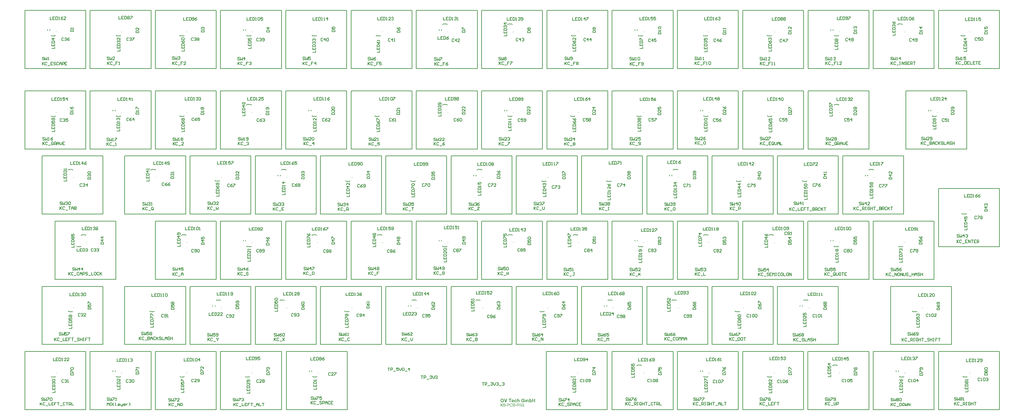
<source format=gto>
G04*
G04 #@! TF.GenerationSoftware,Altium Limited,Altium Designer,24.2.2 (26)*
G04*
G04 Layer_Color=65535*
%FSLAX44Y44*%
%MOMM*%
G71*
G04*
G04 #@! TF.SameCoordinates,2B7E99FB-4F0D-402E-9D71-9E8D4FD60802*
G04*
G04*
G04 #@! TF.FilePolarity,Positive*
G04*
G01*
G75*
%ADD10C,0.1500*%
%ADD11C,0.2000*%
G36*
X1315450Y39918D02*
X1315533Y39913D01*
X1315633Y39907D01*
X1315744Y39890D01*
X1315871Y39874D01*
X1316015Y39852D01*
X1316164Y39818D01*
X1316319Y39780D01*
X1316480Y39736D01*
X1316641Y39675D01*
X1316801Y39608D01*
X1316967Y39531D01*
X1317122Y39442D01*
X1317272Y39337D01*
X1317283Y39331D01*
X1317305Y39309D01*
X1317349Y39276D01*
X1317399Y39226D01*
X1317466Y39171D01*
X1317538Y39093D01*
X1317615Y39010D01*
X1317704Y38910D01*
X1317792Y38800D01*
X1317887Y38678D01*
X1317975Y38539D01*
X1318064Y38396D01*
X1318152Y38235D01*
X1318230Y38063D01*
X1318307Y37880D01*
X1318368Y37687D01*
X1317372Y37454D01*
X1317366Y37465D01*
X1317361Y37493D01*
X1317344Y37532D01*
X1317322Y37593D01*
X1317294Y37659D01*
X1317261Y37737D01*
X1317216Y37825D01*
X1317172Y37919D01*
X1317122Y38019D01*
X1317061Y38119D01*
X1317000Y38218D01*
X1316929Y38324D01*
X1316851Y38418D01*
X1316774Y38512D01*
X1316685Y38595D01*
X1316591Y38672D01*
X1316585Y38678D01*
X1316569Y38689D01*
X1316541Y38706D01*
X1316502Y38733D01*
X1316452Y38761D01*
X1316391Y38794D01*
X1316319Y38827D01*
X1316242Y38866D01*
X1316153Y38899D01*
X1316059Y38933D01*
X1315954Y38966D01*
X1315843Y38993D01*
X1315721Y39021D01*
X1315594Y39038D01*
X1315461Y39049D01*
X1315317Y39054D01*
X1315234D01*
X1315173Y39049D01*
X1315096Y39043D01*
X1315007Y39032D01*
X1314908Y39021D01*
X1314802Y38999D01*
X1314686Y38977D01*
X1314570Y38949D01*
X1314448Y38916D01*
X1314321Y38877D01*
X1314199Y38827D01*
X1314077Y38767D01*
X1313955Y38706D01*
X1313839Y38628D01*
X1313833Y38623D01*
X1313811Y38611D01*
X1313783Y38584D01*
X1313745Y38551D01*
X1313695Y38506D01*
X1313640Y38456D01*
X1313579Y38396D01*
X1313512Y38329D01*
X1313446Y38252D01*
X1313374Y38168D01*
X1313307Y38074D01*
X1313241Y37969D01*
X1313174Y37864D01*
X1313113Y37748D01*
X1313058Y37626D01*
X1313008Y37493D01*
Y37487D01*
X1312997Y37460D01*
X1312986Y37421D01*
X1312970Y37371D01*
X1312953Y37305D01*
X1312931Y37227D01*
X1312914Y37139D01*
X1312892Y37039D01*
X1312870Y36934D01*
X1312848Y36817D01*
X1312825Y36696D01*
X1312809Y36568D01*
X1312781Y36302D01*
X1312776Y36164D01*
X1312770Y36020D01*
Y36009D01*
Y35976D01*
Y35926D01*
X1312776Y35854D01*
X1312781Y35771D01*
X1312787Y35671D01*
X1312792Y35560D01*
X1312803Y35444D01*
X1312820Y35311D01*
X1312837Y35173D01*
X1312892Y34890D01*
X1312920Y34741D01*
X1312958Y34597D01*
X1313003Y34453D01*
X1313053Y34315D01*
X1313058Y34309D01*
X1313064Y34281D01*
X1313080Y34248D01*
X1313108Y34198D01*
X1313136Y34137D01*
X1313174Y34065D01*
X1313219Y33988D01*
X1313268Y33905D01*
X1313329Y33822D01*
X1313396Y33733D01*
X1313468Y33639D01*
X1313545Y33550D01*
X1313634Y33462D01*
X1313728Y33379D01*
X1313828Y33301D01*
X1313938Y33229D01*
X1313944Y33224D01*
X1313966Y33213D01*
X1313999Y33196D01*
X1314044Y33174D01*
X1314099Y33146D01*
X1314165Y33113D01*
X1314243Y33085D01*
X1314326Y33052D01*
X1314420Y33013D01*
X1314520Y32986D01*
X1314631Y32952D01*
X1314741Y32925D01*
X1314863Y32903D01*
X1314985Y32886D01*
X1315112Y32875D01*
X1315240Y32869D01*
X1315278D01*
X1315323Y32875D01*
X1315384D01*
X1315456Y32886D01*
X1315539Y32897D01*
X1315638Y32908D01*
X1315738Y32930D01*
X1315849Y32958D01*
X1315965Y32991D01*
X1316087Y33030D01*
X1316209Y33074D01*
X1316331Y33130D01*
X1316452Y33196D01*
X1316569Y33274D01*
X1316685Y33357D01*
X1316691Y33362D01*
X1316713Y33379D01*
X1316740Y33407D01*
X1316779Y33451D01*
X1316829Y33501D01*
X1316884Y33561D01*
X1316945Y33639D01*
X1317006Y33722D01*
X1317072Y33822D01*
X1317139Y33927D01*
X1317211Y34049D01*
X1317272Y34182D01*
X1317338Y34320D01*
X1317394Y34475D01*
X1317444Y34636D01*
X1317488Y34813D01*
X1318501Y34558D01*
Y34553D01*
X1318496Y34542D01*
X1318490Y34525D01*
X1318484Y34503D01*
X1318479Y34475D01*
X1318468Y34436D01*
X1318440Y34353D01*
X1318401Y34248D01*
X1318357Y34132D01*
X1318302Y33999D01*
X1318235Y33855D01*
X1318163Y33700D01*
X1318080Y33545D01*
X1317986Y33390D01*
X1317881Y33229D01*
X1317765Y33074D01*
X1317637Y32925D01*
X1317499Y32786D01*
X1317349Y32653D01*
X1317338Y32648D01*
X1317311Y32626D01*
X1317266Y32592D01*
X1317200Y32554D01*
X1317122Y32504D01*
X1317023Y32448D01*
X1316912Y32388D01*
X1316785Y32327D01*
X1316646Y32266D01*
X1316491Y32205D01*
X1316325Y32150D01*
X1316148Y32100D01*
X1315954Y32061D01*
X1315755Y32028D01*
X1315544Y32006D01*
X1315323Y32000D01*
X1315240D01*
X1315201Y32006D01*
X1315118D01*
X1315013Y32017D01*
X1314891Y32028D01*
X1314752Y32044D01*
X1314608Y32061D01*
X1314448Y32089D01*
X1314287Y32122D01*
X1314116Y32166D01*
X1313949Y32210D01*
X1313783Y32271D01*
X1313617Y32338D01*
X1313457Y32415D01*
X1313307Y32504D01*
X1313296Y32509D01*
X1313274Y32526D01*
X1313235Y32559D01*
X1313180Y32598D01*
X1313113Y32648D01*
X1313041Y32714D01*
X1312958Y32786D01*
X1312870Y32875D01*
X1312776Y32975D01*
X1312681Y33080D01*
X1312582Y33202D01*
X1312482Y33329D01*
X1312388Y33473D01*
X1312294Y33622D01*
X1312205Y33788D01*
X1312128Y33960D01*
Y33966D01*
X1312122Y33971D01*
X1312111Y34004D01*
X1312089Y34054D01*
X1312067Y34126D01*
X1312034Y34215D01*
X1312000Y34320D01*
X1311962Y34442D01*
X1311929Y34575D01*
X1311890Y34724D01*
X1311851Y34885D01*
X1311818Y35051D01*
X1311785Y35234D01*
X1311762Y35417D01*
X1311740Y35610D01*
X1311729Y35810D01*
X1311724Y36014D01*
Y36020D01*
Y36031D01*
Y36048D01*
Y36070D01*
Y36098D01*
X1311729Y36131D01*
Y36214D01*
X1311740Y36319D01*
X1311746Y36441D01*
X1311762Y36579D01*
X1311779Y36729D01*
X1311807Y36884D01*
X1311834Y37050D01*
X1311873Y37227D01*
X1311917Y37404D01*
X1311967Y37582D01*
X1312028Y37759D01*
X1312100Y37930D01*
X1312178Y38102D01*
X1312183Y38113D01*
X1312200Y38141D01*
X1312227Y38185D01*
X1312261Y38252D01*
X1312310Y38324D01*
X1312366Y38407D01*
X1312438Y38506D01*
X1312515Y38606D01*
X1312599Y38711D01*
X1312698Y38827D01*
X1312803Y38938D01*
X1312920Y39049D01*
X1313047Y39160D01*
X1313180Y39265D01*
X1313324Y39365D01*
X1313479Y39459D01*
X1313490Y39464D01*
X1313518Y39481D01*
X1313562Y39503D01*
X1313628Y39531D01*
X1313706Y39569D01*
X1313800Y39608D01*
X1313911Y39647D01*
X1314027Y39691D01*
X1314160Y39736D01*
X1314304Y39774D01*
X1314459Y39818D01*
X1314619Y39852D01*
X1314791Y39879D01*
X1314968Y39902D01*
X1315151Y39918D01*
X1315339Y39924D01*
X1315417D01*
X1315450Y39918D01*
D02*
G37*
G36*
X1289973Y36679D02*
X1293335Y32127D01*
X1291994D01*
X1289265Y35992D01*
X1288013Y34785D01*
Y32127D01*
X1287000D01*
Y39791D01*
X1288013D01*
Y35987D01*
X1291817Y39791D01*
X1293196D01*
X1289973Y36679D01*
D02*
G37*
G36*
X1329293Y34425D02*
X1326392D01*
Y35372D01*
X1329293D01*
Y34425D01*
D02*
G37*
G36*
X1303722D02*
X1300821D01*
Y35372D01*
X1303722D01*
Y34425D01*
D02*
G37*
G36*
X1346398Y39813D02*
X1346475Y39808D01*
X1346569Y39802D01*
X1346674Y39785D01*
X1346796Y39769D01*
X1346924Y39741D01*
X1347062Y39708D01*
X1347200Y39669D01*
X1347350Y39619D01*
X1347494Y39558D01*
X1347638Y39486D01*
X1347776Y39409D01*
X1347909Y39315D01*
X1348036Y39204D01*
X1348042Y39198D01*
X1348064Y39176D01*
X1348098Y39143D01*
X1348136Y39093D01*
X1348186Y39038D01*
X1348241Y38966D01*
X1348302Y38883D01*
X1348363Y38789D01*
X1348419Y38683D01*
X1348479Y38567D01*
X1348535Y38440D01*
X1348585Y38307D01*
X1348624Y38163D01*
X1348657Y38013D01*
X1348679Y37853D01*
X1348684Y37687D01*
Y37681D01*
Y37665D01*
Y37642D01*
Y37609D01*
X1348679Y37565D01*
X1348673Y37521D01*
X1348668Y37465D01*
X1348662Y37404D01*
X1348640Y37266D01*
X1348607Y37111D01*
X1348557Y36950D01*
X1348496Y36784D01*
Y36779D01*
X1348485Y36762D01*
X1348474Y36740D01*
X1348457Y36707D01*
X1348441Y36668D01*
X1348413Y36618D01*
X1348385Y36563D01*
X1348347Y36502D01*
X1348308Y36435D01*
X1348264Y36363D01*
X1348153Y36203D01*
X1348092Y36120D01*
X1348026Y36031D01*
X1347948Y35942D01*
X1347870Y35848D01*
X1347865Y35843D01*
X1347848Y35826D01*
X1347826Y35798D01*
X1347787Y35760D01*
X1347737Y35710D01*
X1347677Y35649D01*
X1347610Y35577D01*
X1347527Y35494D01*
X1347433Y35405D01*
X1347322Y35306D01*
X1347206Y35195D01*
X1347073Y35073D01*
X1346929Y34946D01*
X1346774Y34807D01*
X1346602Y34658D01*
X1346420Y34503D01*
X1346409Y34497D01*
X1346381Y34470D01*
X1346342Y34436D01*
X1346287Y34386D01*
X1346215Y34331D01*
X1346143Y34265D01*
X1346060Y34193D01*
X1345971Y34115D01*
X1345783Y33955D01*
X1345694Y33872D01*
X1345606Y33794D01*
X1345523Y33716D01*
X1345451Y33650D01*
X1345384Y33589D01*
X1345334Y33534D01*
X1345323Y33523D01*
X1345296Y33489D01*
X1345251Y33440D01*
X1345196Y33379D01*
X1345135Y33301D01*
X1345069Y33218D01*
X1345002Y33124D01*
X1344941Y33030D01*
X1348696D01*
Y32127D01*
X1343634D01*
Y32133D01*
Y32144D01*
Y32161D01*
Y32183D01*
Y32216D01*
X1343640Y32249D01*
X1343645Y32338D01*
X1343657Y32432D01*
X1343673Y32543D01*
X1343701Y32659D01*
X1343740Y32775D01*
Y32781D01*
X1343751Y32797D01*
X1343762Y32825D01*
X1343778Y32864D01*
X1343795Y32914D01*
X1343823Y32969D01*
X1343856Y33030D01*
X1343889Y33096D01*
X1343928Y33174D01*
X1343978Y33251D01*
X1344083Y33423D01*
X1344210Y33606D01*
X1344360Y33794D01*
X1344365Y33800D01*
X1344382Y33816D01*
X1344404Y33844D01*
X1344437Y33883D01*
X1344482Y33932D01*
X1344537Y33988D01*
X1344598Y34054D01*
X1344675Y34126D01*
X1344758Y34209D01*
X1344847Y34298D01*
X1344947Y34392D01*
X1345058Y34497D01*
X1345179Y34602D01*
X1345307Y34713D01*
X1345445Y34829D01*
X1345589Y34951D01*
X1345595Y34957D01*
X1345606Y34962D01*
X1345622Y34979D01*
X1345645Y34996D01*
X1345672Y35023D01*
X1345705Y35051D01*
X1345788Y35123D01*
X1345894Y35206D01*
X1346004Y35311D01*
X1346132Y35422D01*
X1346265Y35544D01*
X1346409Y35671D01*
X1346547Y35804D01*
X1346691Y35937D01*
X1346824Y36075D01*
X1346957Y36208D01*
X1347073Y36336D01*
X1347184Y36463D01*
X1347272Y36579D01*
X1347278Y36585D01*
X1347289Y36607D01*
X1347311Y36640D01*
X1347344Y36679D01*
X1347378Y36734D01*
X1347411Y36795D01*
X1347455Y36867D01*
X1347494Y36945D01*
X1347533Y37028D01*
X1347577Y37116D01*
X1347649Y37310D01*
X1347677Y37410D01*
X1347699Y37510D01*
X1347710Y37609D01*
X1347715Y37709D01*
Y37714D01*
Y37737D01*
Y37764D01*
X1347710Y37803D01*
X1347704Y37853D01*
X1347693Y37908D01*
X1347682Y37969D01*
X1347666Y38036D01*
X1347643Y38108D01*
X1347616Y38185D01*
X1347583Y38263D01*
X1347544Y38340D01*
X1347499Y38423D01*
X1347444Y38501D01*
X1347383Y38578D01*
X1347311Y38650D01*
X1347306Y38656D01*
X1347295Y38667D01*
X1347272Y38683D01*
X1347239Y38711D01*
X1347200Y38739D01*
X1347151Y38772D01*
X1347095Y38811D01*
X1347034Y38844D01*
X1346962Y38883D01*
X1346885Y38916D01*
X1346796Y38949D01*
X1346708Y38977D01*
X1346608Y39005D01*
X1346503Y39021D01*
X1346392Y39032D01*
X1346276Y39038D01*
X1346209D01*
X1346165Y39032D01*
X1346104Y39027D01*
X1346038Y39016D01*
X1345966Y39005D01*
X1345883Y38988D01*
X1345800Y38966D01*
X1345711Y38938D01*
X1345622Y38905D01*
X1345528Y38866D01*
X1345440Y38816D01*
X1345351Y38761D01*
X1345262Y38700D01*
X1345185Y38628D01*
X1345179Y38623D01*
X1345168Y38611D01*
X1345146Y38584D01*
X1345124Y38556D01*
X1345091Y38512D01*
X1345058Y38462D01*
X1345019Y38401D01*
X1344986Y38335D01*
X1344947Y38263D01*
X1344908Y38174D01*
X1344875Y38085D01*
X1344842Y37986D01*
X1344819Y37875D01*
X1344797Y37759D01*
X1344786Y37637D01*
X1344781Y37504D01*
X1343812Y37604D01*
Y37609D01*
Y37615D01*
X1343817Y37631D01*
Y37654D01*
X1343823Y37709D01*
X1343839Y37781D01*
X1343856Y37869D01*
X1343878Y37975D01*
X1343906Y38091D01*
X1343939Y38213D01*
X1343983Y38346D01*
X1344033Y38479D01*
X1344094Y38617D01*
X1344166Y38755D01*
X1344244Y38888D01*
X1344338Y39016D01*
X1344437Y39137D01*
X1344554Y39248D01*
X1344559Y39254D01*
X1344581Y39270D01*
X1344620Y39304D01*
X1344670Y39337D01*
X1344736Y39381D01*
X1344814Y39431D01*
X1344908Y39481D01*
X1345013Y39536D01*
X1345135Y39586D01*
X1345262Y39636D01*
X1345406Y39686D01*
X1345561Y39730D01*
X1345728Y39769D01*
X1345905Y39796D01*
X1346093Y39813D01*
X1346292Y39818D01*
X1346342D01*
X1346398Y39813D01*
D02*
G37*
G36*
X1334027Y39785D02*
X1334116D01*
X1334216Y39780D01*
X1334321Y39774D01*
X1334443Y39763D01*
X1334565Y39752D01*
X1334692Y39741D01*
X1334952Y39702D01*
X1335074Y39680D01*
X1335196Y39652D01*
X1335312Y39619D01*
X1335417Y39580D01*
X1335423D01*
X1335439Y39569D01*
X1335467Y39558D01*
X1335506Y39542D01*
X1335550Y39520D01*
X1335600Y39486D01*
X1335661Y39453D01*
X1335722Y39414D01*
X1335788Y39365D01*
X1335860Y39315D01*
X1335932Y39254D01*
X1336004Y39187D01*
X1336071Y39110D01*
X1336143Y39032D01*
X1336209Y38944D01*
X1336270Y38849D01*
X1336275Y38844D01*
X1336287Y38827D01*
X1336298Y38800D01*
X1336320Y38761D01*
X1336342Y38711D01*
X1336370Y38650D01*
X1336403Y38584D01*
X1336431Y38512D01*
X1336458Y38429D01*
X1336492Y38340D01*
X1336519Y38246D01*
X1336541Y38146D01*
X1336564Y38041D01*
X1336580Y37930D01*
X1336586Y37814D01*
X1336591Y37698D01*
Y37687D01*
Y37665D01*
X1336586Y37620D01*
Y37559D01*
X1336575Y37493D01*
X1336564Y37410D01*
X1336547Y37321D01*
X1336525Y37222D01*
X1336497Y37116D01*
X1336464Y37006D01*
X1336420Y36889D01*
X1336370Y36773D01*
X1336309Y36657D01*
X1336237Y36546D01*
X1336154Y36430D01*
X1336060Y36325D01*
X1336054Y36319D01*
X1336037Y36302D01*
X1336004Y36275D01*
X1335960Y36236D01*
X1335905Y36192D01*
X1335833Y36142D01*
X1335755Y36086D01*
X1335661Y36026D01*
X1335550Y35965D01*
X1335434Y35904D01*
X1335295Y35848D01*
X1335152Y35787D01*
X1334991Y35738D01*
X1334819Y35688D01*
X1334631Y35649D01*
X1334432Y35616D01*
X1334437D01*
X1334448Y35605D01*
X1334470Y35599D01*
X1334498Y35583D01*
X1334531Y35566D01*
X1334570Y35544D01*
X1334659Y35494D01*
X1334758Y35439D01*
X1334858Y35372D01*
X1334952Y35306D01*
X1335041Y35234D01*
X1335046Y35228D01*
X1335063Y35217D01*
X1335085Y35189D01*
X1335118Y35162D01*
X1335157Y35117D01*
X1335201Y35073D01*
X1335257Y35018D01*
X1335312Y34951D01*
X1335373Y34879D01*
X1335439Y34802D01*
X1335511Y34719D01*
X1335583Y34630D01*
X1335655Y34530D01*
X1335733Y34431D01*
X1335882Y34209D01*
X1337206Y32127D01*
X1335938D01*
X1334924Y33722D01*
X1334919Y33728D01*
X1334902Y33750D01*
X1334880Y33788D01*
X1334852Y33833D01*
X1334814Y33894D01*
X1334769Y33960D01*
X1334720Y34032D01*
X1334670Y34110D01*
X1334554Y34281D01*
X1334432Y34458D01*
X1334310Y34625D01*
X1334249Y34702D01*
X1334194Y34774D01*
X1334188Y34780D01*
X1334182Y34791D01*
X1334166Y34807D01*
X1334144Y34835D01*
X1334088Y34901D01*
X1334022Y34979D01*
X1333939Y35062D01*
X1333856Y35151D01*
X1333767Y35228D01*
X1333679Y35289D01*
X1333667Y35295D01*
X1333640Y35311D01*
X1333595Y35339D01*
X1333535Y35367D01*
X1333468Y35400D01*
X1333391Y35439D01*
X1333308Y35466D01*
X1333219Y35494D01*
X1333214D01*
X1333186Y35499D01*
X1333141Y35505D01*
X1333086Y35516D01*
X1333009Y35522D01*
X1332909Y35527D01*
X1332793Y35533D01*
X1331480D01*
Y32127D01*
X1330467D01*
Y39791D01*
X1333961D01*
X1334027Y39785D01*
D02*
G37*
G36*
X1322720D02*
X1322798D01*
X1322881Y39780D01*
X1322981Y39769D01*
X1323080Y39763D01*
X1323191Y39747D01*
X1323307Y39736D01*
X1323540Y39691D01*
X1323772Y39630D01*
X1323883Y39597D01*
X1323983Y39553D01*
X1323988D01*
X1324005Y39542D01*
X1324033Y39531D01*
X1324072Y39509D01*
X1324116Y39486D01*
X1324166Y39453D01*
X1324227Y39420D01*
X1324288Y39376D01*
X1324354Y39331D01*
X1324420Y39276D01*
X1324487Y39220D01*
X1324559Y39154D01*
X1324625Y39082D01*
X1324692Y39010D01*
X1324753Y38927D01*
X1324814Y38839D01*
X1324819Y38833D01*
X1324825Y38816D01*
X1324841Y38789D01*
X1324863Y38755D01*
X1324886Y38711D01*
X1324908Y38656D01*
X1324935Y38600D01*
X1324969Y38534D01*
X1324996Y38456D01*
X1325024Y38379D01*
X1325068Y38207D01*
X1325107Y38019D01*
X1325112Y37925D01*
X1325118Y37825D01*
Y37820D01*
Y37803D01*
Y37775D01*
X1325112Y37742D01*
Y37698D01*
X1325101Y37648D01*
X1325096Y37587D01*
X1325085Y37526D01*
X1325052Y37382D01*
X1325002Y37227D01*
X1324974Y37144D01*
X1324935Y37067D01*
X1324897Y36983D01*
X1324847Y36900D01*
X1324841Y36895D01*
X1324836Y36884D01*
X1324819Y36862D01*
X1324797Y36828D01*
X1324769Y36790D01*
X1324736Y36751D01*
X1324692Y36701D01*
X1324647Y36651D01*
X1324592Y36596D01*
X1324537Y36541D01*
X1324470Y36485D01*
X1324398Y36424D01*
X1324315Y36363D01*
X1324232Y36308D01*
X1324144Y36253D01*
X1324044Y36203D01*
X1324049D01*
X1324077Y36192D01*
X1324110Y36181D01*
X1324160Y36164D01*
X1324216Y36142D01*
X1324282Y36114D01*
X1324359Y36081D01*
X1324437Y36037D01*
X1324526Y35992D01*
X1324614Y35942D01*
X1324703Y35887D01*
X1324791Y35821D01*
X1324874Y35754D01*
X1324963Y35677D01*
X1325041Y35594D01*
X1325112Y35505D01*
X1325118Y35499D01*
X1325129Y35483D01*
X1325146Y35455D01*
X1325173Y35417D01*
X1325201Y35372D01*
X1325234Y35317D01*
X1325268Y35250D01*
X1325301Y35178D01*
X1325334Y35095D01*
X1325373Y35007D01*
X1325401Y34913D01*
X1325428Y34807D01*
X1325456Y34702D01*
X1325473Y34586D01*
X1325484Y34470D01*
X1325489Y34348D01*
Y34342D01*
Y34326D01*
Y34292D01*
X1325484Y34254D01*
Y34209D01*
X1325478Y34154D01*
X1325473Y34088D01*
X1325461Y34021D01*
X1325434Y33866D01*
X1325389Y33694D01*
X1325334Y33517D01*
X1325257Y33340D01*
Y33335D01*
X1325245Y33318D01*
X1325234Y33296D01*
X1325218Y33263D01*
X1325196Y33224D01*
X1325168Y33179D01*
X1325101Y33080D01*
X1325018Y32964D01*
X1324924Y32847D01*
X1324819Y32731D01*
X1324697Y32631D01*
X1324692D01*
X1324681Y32620D01*
X1324664Y32609D01*
X1324636Y32592D01*
X1324603Y32570D01*
X1324564Y32548D01*
X1324520Y32520D01*
X1324470Y32493D01*
X1324409Y32460D01*
X1324348Y32432D01*
X1324204Y32366D01*
X1324044Y32310D01*
X1323861Y32255D01*
X1323856D01*
X1323839Y32249D01*
X1323811Y32244D01*
X1323772Y32233D01*
X1323723Y32227D01*
X1323662Y32216D01*
X1323595Y32205D01*
X1323518Y32194D01*
X1323435Y32177D01*
X1323341Y32166D01*
X1323235Y32155D01*
X1323130Y32150D01*
X1323014Y32138D01*
X1322892Y32133D01*
X1322759Y32127D01*
X1319708D01*
Y39791D01*
X1322660D01*
X1322720Y39785D01*
D02*
G37*
G36*
X1308030D02*
X1308108D01*
X1308196Y39780D01*
X1308385Y39774D01*
X1308578Y39758D01*
X1308767Y39741D01*
X1308855Y39724D01*
X1308933Y39713D01*
X1308938D01*
X1308961Y39708D01*
X1308988Y39702D01*
X1309027Y39697D01*
X1309077Y39686D01*
X1309132Y39669D01*
X1309193Y39652D01*
X1309265Y39636D01*
X1309415Y39586D01*
X1309570Y39520D01*
X1309730Y39448D01*
X1309880Y39353D01*
X1309885Y39348D01*
X1309896Y39342D01*
X1309919Y39326D01*
X1309941Y39304D01*
X1309974Y39281D01*
X1310013Y39248D01*
X1310057Y39209D01*
X1310101Y39165D01*
X1310146Y39115D01*
X1310195Y39060D01*
X1310300Y38933D01*
X1310400Y38783D01*
X1310494Y38617D01*
X1310500Y38611D01*
X1310505Y38595D01*
X1310517Y38567D01*
X1310533Y38534D01*
X1310550Y38490D01*
X1310566Y38434D01*
X1310589Y38373D01*
X1310611Y38307D01*
X1310633Y38235D01*
X1310655Y38152D01*
X1310672Y38069D01*
X1310688Y37975D01*
X1310716Y37781D01*
X1310727Y37570D01*
Y37559D01*
Y37526D01*
X1310721Y37476D01*
X1310716Y37410D01*
X1310710Y37321D01*
X1310694Y37227D01*
X1310677Y37116D01*
X1310649Y37000D01*
X1310616Y36873D01*
X1310572Y36740D01*
X1310522Y36601D01*
X1310461Y36463D01*
X1310389Y36325D01*
X1310306Y36186D01*
X1310212Y36048D01*
X1310101Y35920D01*
X1310096Y35915D01*
X1310074Y35893D01*
X1310035Y35859D01*
X1309979Y35815D01*
X1309907Y35765D01*
X1309819Y35704D01*
X1309714Y35643D01*
X1309586Y35583D01*
X1309442Y35522D01*
X1309282Y35461D01*
X1309093Y35400D01*
X1308894Y35350D01*
X1308667Y35306D01*
X1308545Y35289D01*
X1308418Y35273D01*
X1308285Y35261D01*
X1308147Y35250D01*
X1308003Y35245D01*
X1305893D01*
Y32127D01*
X1304880D01*
Y39791D01*
X1307953D01*
X1308030Y39785D01*
D02*
G37*
G36*
X1297150D02*
X1297227D01*
X1297310Y39780D01*
X1297410Y39769D01*
X1297510Y39763D01*
X1297620Y39747D01*
X1297737Y39736D01*
X1297969Y39691D01*
X1298202Y39630D01*
X1298313Y39597D01*
X1298412Y39553D01*
X1298418D01*
X1298434Y39542D01*
X1298462Y39531D01*
X1298501Y39509D01*
X1298545Y39486D01*
X1298595Y39453D01*
X1298656Y39420D01*
X1298717Y39376D01*
X1298783Y39331D01*
X1298850Y39276D01*
X1298916Y39220D01*
X1298988Y39154D01*
X1299055Y39082D01*
X1299121Y39010D01*
X1299182Y38927D01*
X1299243Y38839D01*
X1299248Y38833D01*
X1299254Y38816D01*
X1299270Y38789D01*
X1299293Y38755D01*
X1299315Y38711D01*
X1299337Y38656D01*
X1299365Y38600D01*
X1299398Y38534D01*
X1299426Y38456D01*
X1299453Y38379D01*
X1299498Y38207D01*
X1299536Y38019D01*
X1299542Y37925D01*
X1299547Y37825D01*
Y37820D01*
Y37803D01*
Y37775D01*
X1299542Y37742D01*
Y37698D01*
X1299531Y37648D01*
X1299525Y37587D01*
X1299514Y37526D01*
X1299481Y37382D01*
X1299431Y37227D01*
X1299403Y37144D01*
X1299365Y37067D01*
X1299326Y36983D01*
X1299276Y36900D01*
X1299270Y36895D01*
X1299265Y36884D01*
X1299248Y36862D01*
X1299226Y36828D01*
X1299198Y36790D01*
X1299165Y36751D01*
X1299121Y36701D01*
X1299077Y36651D01*
X1299021Y36596D01*
X1298966Y36541D01*
X1298899Y36485D01*
X1298828Y36424D01*
X1298744Y36363D01*
X1298661Y36308D01*
X1298573Y36253D01*
X1298473Y36203D01*
X1298479D01*
X1298506Y36192D01*
X1298539Y36181D01*
X1298589Y36164D01*
X1298645Y36142D01*
X1298711Y36114D01*
X1298789Y36081D01*
X1298866Y36037D01*
X1298955Y35992D01*
X1299043Y35942D01*
X1299132Y35887D01*
X1299221Y35821D01*
X1299304Y35754D01*
X1299392Y35677D01*
X1299470Y35594D01*
X1299542Y35505D01*
X1299547Y35499D01*
X1299558Y35483D01*
X1299575Y35455D01*
X1299603Y35417D01*
X1299630Y35372D01*
X1299664Y35317D01*
X1299697Y35250D01*
X1299730Y35178D01*
X1299763Y35095D01*
X1299802Y35007D01*
X1299830Y34913D01*
X1299857Y34807D01*
X1299885Y34702D01*
X1299902Y34586D01*
X1299913Y34470D01*
X1299918Y34348D01*
Y34342D01*
Y34326D01*
Y34292D01*
X1299913Y34254D01*
Y34209D01*
X1299907Y34154D01*
X1299902Y34088D01*
X1299891Y34021D01*
X1299863Y33866D01*
X1299819Y33694D01*
X1299763Y33517D01*
X1299686Y33340D01*
Y33335D01*
X1299675Y33318D01*
X1299664Y33296D01*
X1299647Y33263D01*
X1299625Y33224D01*
X1299597Y33179D01*
X1299531Y33080D01*
X1299448Y32964D01*
X1299353Y32847D01*
X1299248Y32731D01*
X1299126Y32631D01*
X1299121D01*
X1299110Y32620D01*
X1299093Y32609D01*
X1299066Y32592D01*
X1299032Y32570D01*
X1298994Y32548D01*
X1298949Y32520D01*
X1298899Y32493D01*
X1298839Y32460D01*
X1298778Y32432D01*
X1298634Y32366D01*
X1298473Y32310D01*
X1298290Y32255D01*
X1298285D01*
X1298268Y32249D01*
X1298241Y32244D01*
X1298202Y32233D01*
X1298152Y32227D01*
X1298091Y32216D01*
X1298025Y32205D01*
X1297947Y32194D01*
X1297864Y32177D01*
X1297770Y32166D01*
X1297665Y32155D01*
X1297559Y32150D01*
X1297443Y32138D01*
X1297321Y32133D01*
X1297188Y32127D01*
X1294137D01*
Y39791D01*
X1297089D01*
X1297150Y39785D01*
D02*
G37*
G36*
X1340401Y39813D02*
X1340451D01*
X1340517Y39808D01*
X1340583Y39796D01*
X1340661Y39785D01*
X1340827Y39758D01*
X1341010Y39713D01*
X1341198Y39652D01*
X1341287Y39614D01*
X1341375Y39569D01*
X1341381D01*
X1341397Y39558D01*
X1341420Y39542D01*
X1341453Y39525D01*
X1341492Y39497D01*
X1341536Y39464D01*
X1341591Y39431D01*
X1341647Y39387D01*
X1341768Y39287D01*
X1341896Y39160D01*
X1342023Y39016D01*
X1342139Y38849D01*
X1342145Y38844D01*
X1342151Y38827D01*
X1342167Y38800D01*
X1342189Y38767D01*
X1342217Y38722D01*
X1342245Y38667D01*
X1342278Y38606D01*
X1342311Y38534D01*
X1342350Y38456D01*
X1342389Y38368D01*
X1342427Y38274D01*
X1342472Y38174D01*
X1342510Y38069D01*
X1342544Y37958D01*
X1342582Y37836D01*
X1342616Y37714D01*
Y37709D01*
X1342621Y37681D01*
X1342632Y37648D01*
X1342643Y37593D01*
X1342654Y37526D01*
X1342671Y37443D01*
X1342688Y37349D01*
X1342704Y37238D01*
X1342721Y37116D01*
X1342737Y36978D01*
X1342754Y36828D01*
X1342765Y36668D01*
X1342776Y36496D01*
X1342787Y36308D01*
X1342793Y36114D01*
Y35904D01*
Y35898D01*
Y35887D01*
Y35870D01*
Y35843D01*
Y35815D01*
Y35776D01*
X1342787Y35732D01*
Y35682D01*
X1342782Y35566D01*
X1342776Y35433D01*
X1342771Y35289D01*
X1342760Y35129D01*
X1342743Y34957D01*
X1342726Y34780D01*
X1342677Y34420D01*
X1342643Y34237D01*
X1342605Y34060D01*
X1342560Y33888D01*
X1342510Y33728D01*
X1342505Y33716D01*
X1342499Y33689D01*
X1342483Y33650D01*
X1342461Y33589D01*
X1342427Y33523D01*
X1342394Y33440D01*
X1342350Y33351D01*
X1342305Y33257D01*
X1342250Y33157D01*
X1342184Y33052D01*
X1342117Y32947D01*
X1342045Y32836D01*
X1341962Y32731D01*
X1341874Y32631D01*
X1341779Y32537D01*
X1341680Y32448D01*
X1341674Y32443D01*
X1341652Y32432D01*
X1341624Y32410D01*
X1341580Y32376D01*
X1341525Y32343D01*
X1341464Y32305D01*
X1341386Y32266D01*
X1341303Y32227D01*
X1341204Y32183D01*
X1341098Y32144D01*
X1340988Y32105D01*
X1340866Y32072D01*
X1340733Y32044D01*
X1340595Y32022D01*
X1340451Y32006D01*
X1340296Y32000D01*
X1340246D01*
X1340190Y32006D01*
X1340113Y32011D01*
X1340019Y32022D01*
X1339908Y32044D01*
X1339792Y32067D01*
X1339659Y32100D01*
X1339520Y32138D01*
X1339382Y32194D01*
X1339238Y32255D01*
X1339088Y32332D01*
X1338945Y32421D01*
X1338806Y32526D01*
X1338673Y32648D01*
X1338551Y32786D01*
Y32792D01*
X1338546Y32797D01*
X1338535Y32814D01*
X1338518Y32831D01*
X1338501Y32858D01*
X1338479Y32891D01*
X1338457Y32925D01*
X1338435Y32969D01*
X1338407Y33019D01*
X1338374Y33074D01*
X1338346Y33135D01*
X1338313Y33202D01*
X1338280Y33279D01*
X1338247Y33357D01*
X1338208Y33445D01*
X1338175Y33534D01*
X1338142Y33633D01*
X1338103Y33739D01*
X1338070Y33849D01*
X1338036Y33971D01*
X1338003Y34093D01*
X1337975Y34226D01*
X1337942Y34359D01*
X1337914Y34508D01*
X1337892Y34658D01*
X1337870Y34813D01*
X1337848Y34979D01*
X1337832Y35151D01*
X1337815Y35328D01*
X1337809Y35511D01*
X1337798Y35704D01*
Y35904D01*
Y35909D01*
Y35920D01*
Y35937D01*
Y35965D01*
Y35998D01*
Y36037D01*
X1337804Y36081D01*
Y36131D01*
X1337809Y36242D01*
X1337815Y36374D01*
X1337820Y36524D01*
X1337832Y36685D01*
X1337848Y36856D01*
X1337865Y37033D01*
X1337914Y37399D01*
X1337948Y37582D01*
X1337986Y37759D01*
X1338025Y37930D01*
X1338075Y38091D01*
X1338081Y38102D01*
X1338086Y38130D01*
X1338103Y38168D01*
X1338125Y38229D01*
X1338158Y38296D01*
X1338191Y38379D01*
X1338236Y38468D01*
X1338286Y38562D01*
X1338335Y38661D01*
X1338402Y38767D01*
X1338468Y38877D01*
X1338540Y38982D01*
X1338623Y39088D01*
X1338712Y39187D01*
X1338806Y39281D01*
X1338906Y39370D01*
X1338911Y39376D01*
X1338933Y39392D01*
X1338961Y39414D01*
X1339005Y39442D01*
X1339061Y39475D01*
X1339127Y39514D01*
X1339199Y39553D01*
X1339288Y39597D01*
X1339382Y39636D01*
X1339487Y39675D01*
X1339603Y39713D01*
X1339725Y39747D01*
X1339858Y39780D01*
X1339996Y39802D01*
X1340141Y39813D01*
X1340296Y39818D01*
X1340356D01*
X1340401Y39813D01*
D02*
G37*
G36*
X1345941Y52262D02*
X1345992D01*
X1346051Y52256D01*
X1346193Y52249D01*
X1346355Y52230D01*
X1346537Y52210D01*
X1346731Y52178D01*
X1346932Y52146D01*
X1347145Y52094D01*
X1347366Y52042D01*
X1347579Y51971D01*
X1347793Y51893D01*
X1348000Y51796D01*
X1348201Y51686D01*
X1348383Y51563D01*
X1348396Y51556D01*
X1348421Y51530D01*
X1348473Y51491D01*
X1348531Y51433D01*
X1348609Y51362D01*
X1348693Y51278D01*
X1348791Y51174D01*
X1348888Y51057D01*
X1348991Y50928D01*
X1349088Y50785D01*
X1349192Y50623D01*
X1349289Y50455D01*
X1349380Y50267D01*
X1349464Y50066D01*
X1349535Y49859D01*
X1349594Y49632D01*
X1347800Y49296D01*
Y49302D01*
X1347793Y49321D01*
X1347780Y49360D01*
X1347761Y49406D01*
X1347741Y49458D01*
X1347709Y49522D01*
X1347677Y49594D01*
X1347638Y49671D01*
X1347592Y49749D01*
X1347540Y49833D01*
X1347482Y49924D01*
X1347417Y50008D01*
X1347340Y50092D01*
X1347262Y50177D01*
X1347178Y50261D01*
X1347081Y50332D01*
X1347074Y50338D01*
X1347055Y50351D01*
X1347029Y50371D01*
X1346990Y50390D01*
X1346938Y50423D01*
X1346873Y50455D01*
X1346802Y50487D01*
X1346724Y50526D01*
X1346634Y50565D01*
X1346537Y50598D01*
X1346427Y50630D01*
X1346310Y50662D01*
X1346193Y50682D01*
X1346057Y50701D01*
X1345921Y50714D01*
X1345779Y50721D01*
X1345727D01*
X1345662Y50714D01*
X1345585Y50708D01*
X1345481Y50695D01*
X1345364Y50682D01*
X1345241Y50656D01*
X1345099Y50623D01*
X1344950Y50585D01*
X1344801Y50533D01*
X1344639Y50474D01*
X1344483Y50403D01*
X1344328Y50312D01*
X1344179Y50215D01*
X1344030Y50099D01*
X1343894Y49963D01*
X1343887Y49956D01*
X1343862Y49930D01*
X1343829Y49885D01*
X1343784Y49820D01*
X1343732Y49742D01*
X1343674Y49645D01*
X1343609Y49535D01*
X1343544Y49406D01*
X1343479Y49257D01*
X1343415Y49088D01*
X1343356Y48907D01*
X1343305Y48706D01*
X1343259Y48486D01*
X1343227Y48253D01*
X1343201Y48000D01*
X1343194Y47735D01*
Y47728D01*
Y47715D01*
Y47696D01*
Y47663D01*
Y47625D01*
X1343201Y47586D01*
Y47534D01*
X1343207Y47476D01*
X1343214Y47340D01*
X1343233Y47191D01*
X1343253Y47022D01*
X1343285Y46841D01*
X1343318Y46646D01*
X1343369Y46452D01*
X1343421Y46251D01*
X1343492Y46057D01*
X1343570Y45863D01*
X1343667Y45675D01*
X1343777Y45500D01*
X1343900Y45345D01*
X1343907Y45338D01*
X1343933Y45312D01*
X1343972Y45273D01*
X1344030Y45222D01*
X1344101Y45163D01*
X1344185Y45092D01*
X1344289Y45021D01*
X1344399Y44950D01*
X1344529Y44872D01*
X1344665Y44801D01*
X1344820Y44736D01*
X1344989Y44671D01*
X1345164Y44619D01*
X1345351Y44580D01*
X1345552Y44555D01*
X1345759Y44548D01*
X1345818D01*
X1345856Y44555D01*
X1345908D01*
X1345973Y44561D01*
X1346038Y44567D01*
X1346116Y44574D01*
X1346200Y44587D01*
X1346290Y44600D01*
X1346478Y44639D01*
X1346685Y44697D01*
X1346899Y44768D01*
X1346906D01*
X1346925Y44781D01*
X1346958Y44788D01*
X1346996Y44807D01*
X1347042Y44826D01*
X1347100Y44852D01*
X1347165Y44885D01*
X1347236Y44917D01*
X1347392Y44995D01*
X1347554Y45086D01*
X1347722Y45189D01*
X1347884Y45306D01*
Y46446D01*
X1345811D01*
Y47961D01*
X1349710D01*
Y44386D01*
X1349704Y44380D01*
X1349684Y44360D01*
X1349652Y44334D01*
X1349607Y44295D01*
X1349548Y44244D01*
X1349471Y44192D01*
X1349386Y44127D01*
X1349289Y44056D01*
X1349179Y43984D01*
X1349056Y43907D01*
X1348920Y43829D01*
X1348771Y43745D01*
X1348616Y43661D01*
X1348441Y43576D01*
X1348253Y43492D01*
X1348059Y43415D01*
X1348046Y43408D01*
X1348013Y43395D01*
X1347955Y43376D01*
X1347871Y43350D01*
X1347774Y43317D01*
X1347657Y43285D01*
X1347528Y43246D01*
X1347385Y43207D01*
X1347223Y43168D01*
X1347055Y43130D01*
X1346873Y43097D01*
X1346685Y43065D01*
X1346491Y43039D01*
X1346290Y43019D01*
X1346083Y43007D01*
X1345876Y43000D01*
X1345779D01*
X1345740Y43007D01*
X1345643D01*
X1345520Y43019D01*
X1345377Y43032D01*
X1345215Y43052D01*
X1345040Y43071D01*
X1344853Y43104D01*
X1344658Y43142D01*
X1344458Y43194D01*
X1344250Y43246D01*
X1344037Y43317D01*
X1343829Y43395D01*
X1343622Y43486D01*
X1343421Y43589D01*
X1343408Y43596D01*
X1343376Y43615D01*
X1343324Y43654D01*
X1343253Y43699D01*
X1343162Y43758D01*
X1343065Y43836D01*
X1342955Y43920D01*
X1342832Y44023D01*
X1342709Y44134D01*
X1342579Y44257D01*
X1342450Y44399D01*
X1342320Y44548D01*
X1342191Y44710D01*
X1342074Y44885D01*
X1341957Y45073D01*
X1341854Y45273D01*
X1341847Y45286D01*
X1341834Y45325D01*
X1341808Y45384D01*
X1341770Y45468D01*
X1341731Y45571D01*
X1341685Y45688D01*
X1341640Y45830D01*
X1341595Y45986D01*
X1341543Y46154D01*
X1341497Y46342D01*
X1341452Y46536D01*
X1341413Y46744D01*
X1341381Y46964D01*
X1341355Y47191D01*
X1341335Y47424D01*
X1341329Y47663D01*
Y47670D01*
Y47676D01*
Y47702D01*
Y47728D01*
Y47761D01*
X1341335Y47799D01*
Y47897D01*
X1341349Y48020D01*
X1341362Y48162D01*
X1341381Y48324D01*
X1341400Y48499D01*
X1341433Y48687D01*
X1341472Y48888D01*
X1341517Y49095D01*
X1341575Y49302D01*
X1341640Y49516D01*
X1341718Y49730D01*
X1341808Y49943D01*
X1341912Y50151D01*
X1341918Y50164D01*
X1341938Y50196D01*
X1341977Y50254D01*
X1342022Y50332D01*
X1342080Y50423D01*
X1342158Y50526D01*
X1342249Y50643D01*
X1342346Y50766D01*
X1342462Y50902D01*
X1342592Y51038D01*
X1342728Y51174D01*
X1342883Y51316D01*
X1343052Y51452D01*
X1343233Y51582D01*
X1343421Y51705D01*
X1343628Y51822D01*
X1343641Y51828D01*
X1343667Y51841D01*
X1343719Y51860D01*
X1343784Y51893D01*
X1343868Y51925D01*
X1343972Y51964D01*
X1344088Y52003D01*
X1344218Y52048D01*
X1344367Y52087D01*
X1344535Y52126D01*
X1344710Y52165D01*
X1344898Y52197D01*
X1345099Y52230D01*
X1345319Y52249D01*
X1345546Y52262D01*
X1345779Y52269D01*
X1345889D01*
X1345941Y52262D01*
D02*
G37*
G36*
X1358778Y49788D02*
X1358836D01*
X1358908Y49781D01*
X1358992Y49769D01*
X1359076Y49756D01*
X1359264Y49723D01*
X1359471Y49671D01*
X1359672Y49600D01*
X1359769Y49555D01*
X1359866Y49503D01*
X1359873D01*
X1359886Y49490D01*
X1359912Y49471D01*
X1359950Y49451D01*
X1359989Y49419D01*
X1360035Y49380D01*
X1360087Y49335D01*
X1360145Y49289D01*
X1360203Y49231D01*
X1360261Y49166D01*
X1360326Y49095D01*
X1360384Y49017D01*
X1360443Y48939D01*
X1360501Y48849D01*
X1360605Y48648D01*
Y48642D01*
X1360611Y48629D01*
X1360624Y48603D01*
X1360630Y48570D01*
X1360650Y48525D01*
X1360663Y48467D01*
X1360676Y48402D01*
X1360695Y48324D01*
X1360715Y48233D01*
X1360728Y48136D01*
X1360747Y48026D01*
X1360760Y47903D01*
X1360766Y47773D01*
X1360780Y47625D01*
X1360786Y47469D01*
Y47301D01*
Y43155D01*
X1359070D01*
Y46860D01*
Y46873D01*
Y46906D01*
Y46951D01*
Y47016D01*
X1359063Y47094D01*
Y47178D01*
X1359057Y47275D01*
X1359050Y47378D01*
X1359024Y47592D01*
X1358992Y47793D01*
X1358972Y47890D01*
X1358947Y47974D01*
X1358921Y48052D01*
X1358888Y48110D01*
Y48117D01*
X1358875Y48123D01*
X1358862Y48143D01*
X1358843Y48169D01*
X1358785Y48227D01*
X1358707Y48298D01*
X1358603Y48363D01*
X1358480Y48421D01*
X1358409Y48447D01*
X1358331Y48467D01*
X1358247Y48473D01*
X1358156Y48479D01*
X1358098D01*
X1358027Y48467D01*
X1357936Y48454D01*
X1357832Y48428D01*
X1357716Y48389D01*
X1357599Y48331D01*
X1357476Y48259D01*
X1357470D01*
X1357463Y48246D01*
X1357424Y48221D01*
X1357366Y48169D01*
X1357301Y48097D01*
X1357224Y48007D01*
X1357146Y47897D01*
X1357075Y47761D01*
X1357016Y47612D01*
Y47605D01*
X1357010Y47592D01*
X1357003Y47566D01*
X1356997Y47534D01*
X1356984Y47482D01*
X1356971Y47430D01*
X1356958Y47359D01*
X1356952Y47281D01*
X1356939Y47197D01*
X1356926Y47094D01*
X1356913Y46990D01*
X1356900Y46867D01*
X1356893Y46731D01*
X1356887Y46588D01*
X1356880Y46439D01*
Y46271D01*
Y43155D01*
X1355164D01*
Y46711D01*
Y46724D01*
Y46750D01*
Y46802D01*
Y46867D01*
Y46938D01*
X1355157Y47022D01*
Y47119D01*
X1355151Y47217D01*
X1355138Y47424D01*
X1355125Y47625D01*
X1355112Y47715D01*
X1355099Y47799D01*
X1355086Y47871D01*
X1355067Y47929D01*
Y47936D01*
X1355060Y47942D01*
X1355047Y47974D01*
X1355028Y48026D01*
X1354996Y48084D01*
X1354957Y48156D01*
X1354911Y48221D01*
X1354853Y48285D01*
X1354782Y48344D01*
X1354775Y48350D01*
X1354749Y48363D01*
X1354704Y48389D01*
X1354646Y48415D01*
X1354574Y48434D01*
X1354484Y48460D01*
X1354380Y48473D01*
X1354264Y48479D01*
X1354199D01*
X1354160Y48473D01*
X1354121Y48467D01*
X1354024Y48454D01*
X1353914Y48428D01*
X1353791Y48389D01*
X1353668Y48331D01*
X1353545Y48259D01*
X1353538D01*
X1353532Y48246D01*
X1353493Y48221D01*
X1353435Y48169D01*
X1353370Y48104D01*
X1353292Y48013D01*
X1353221Y47910D01*
X1353150Y47786D01*
X1353091Y47644D01*
Y47638D01*
X1353085Y47625D01*
X1353078Y47599D01*
X1353072Y47566D01*
X1353059Y47521D01*
X1353046Y47469D01*
X1353033Y47404D01*
X1353026Y47327D01*
X1353014Y47236D01*
X1353001Y47139D01*
X1352988Y47029D01*
X1352975Y46912D01*
X1352968Y46776D01*
X1352962Y46634D01*
X1352955Y46472D01*
Y46303D01*
Y43155D01*
X1351239D01*
Y49652D01*
X1352819D01*
Y48765D01*
X1352832Y48777D01*
X1352858Y48810D01*
X1352903Y48862D01*
X1352968Y48926D01*
X1353052Y49004D01*
X1353150Y49088D01*
X1353260Y49186D01*
X1353389Y49283D01*
X1353532Y49373D01*
X1353687Y49471D01*
X1353849Y49555D01*
X1354030Y49632D01*
X1354218Y49697D01*
X1354419Y49749D01*
X1354626Y49781D01*
X1354840Y49794D01*
X1354898D01*
X1354944Y49788D01*
X1354996D01*
X1355060Y49781D01*
X1355132Y49775D01*
X1355209Y49762D01*
X1355378Y49730D01*
X1355559Y49684D01*
X1355740Y49619D01*
X1355922Y49535D01*
X1355928D01*
X1355941Y49522D01*
X1355967Y49509D01*
X1355999Y49490D01*
X1356038Y49458D01*
X1356084Y49425D01*
X1356187Y49341D01*
X1356310Y49231D01*
X1356433Y49101D01*
X1356557Y48939D01*
X1356673Y48758D01*
X1356680Y48765D01*
X1356693Y48784D01*
X1356718Y48810D01*
X1356751Y48842D01*
X1356790Y48888D01*
X1356835Y48933D01*
X1356887Y48991D01*
X1356952Y49050D01*
X1357088Y49173D01*
X1357243Y49302D01*
X1357411Y49425D01*
X1357593Y49535D01*
X1357599D01*
X1357619Y49548D01*
X1357645Y49561D01*
X1357677Y49574D01*
X1357729Y49594D01*
X1357781Y49619D01*
X1357845Y49639D01*
X1357910Y49665D01*
X1357988Y49691D01*
X1358072Y49710D01*
X1358253Y49756D01*
X1358448Y49781D01*
X1358655Y49794D01*
X1358726D01*
X1358778Y49788D01*
D02*
G37*
G36*
X1377335Y43155D02*
X1375528D01*
Y47074D01*
X1371978D01*
Y43155D01*
X1370171D01*
Y52120D01*
X1371978D01*
Y48590D01*
X1375528D01*
Y52120D01*
X1377335D01*
Y43155D01*
D02*
G37*
G36*
X1326497Y49788D02*
X1326600Y49781D01*
X1326717Y49769D01*
X1326846Y49749D01*
X1326983Y49730D01*
X1327132Y49704D01*
X1327280Y49671D01*
X1327442Y49626D01*
X1327598Y49574D01*
X1327753Y49516D01*
X1327909Y49445D01*
X1328051Y49367D01*
X1328187Y49276D01*
X1328194Y49270D01*
X1328220Y49250D01*
X1328252Y49224D01*
X1328304Y49179D01*
X1328362Y49127D01*
X1328427Y49062D01*
X1328498Y48978D01*
X1328576Y48888D01*
X1328660Y48790D01*
X1328744Y48674D01*
X1328828Y48544D01*
X1328906Y48402D01*
X1328990Y48253D01*
X1329068Y48091D01*
X1329133Y47910D01*
X1329198Y47722D01*
X1327507Y47417D01*
Y47424D01*
X1327501Y47437D01*
X1327494Y47463D01*
X1327488Y47502D01*
X1327475Y47540D01*
X1327462Y47592D01*
X1327423Y47702D01*
X1327371Y47825D01*
X1327300Y47955D01*
X1327216Y48071D01*
X1327112Y48182D01*
X1327106D01*
X1327099Y48194D01*
X1327080Y48208D01*
X1327060Y48221D01*
X1326989Y48266D01*
X1326898Y48311D01*
X1326788Y48356D01*
X1326652Y48402D01*
X1326497Y48428D01*
X1326328Y48441D01*
X1326264D01*
X1326218Y48434D01*
X1326166Y48428D01*
X1326102Y48415D01*
X1326030Y48402D01*
X1325959Y48382D01*
X1325875Y48363D01*
X1325791Y48331D01*
X1325706Y48298D01*
X1325622Y48253D01*
X1325538Y48201D01*
X1325454Y48143D01*
X1325376Y48071D01*
X1325298Y47994D01*
X1325292Y47987D01*
X1325279Y47974D01*
X1325266Y47948D01*
X1325240Y47910D01*
X1325208Y47858D01*
X1325175Y47799D01*
X1325143Y47728D01*
X1325111Y47644D01*
X1325072Y47547D01*
X1325039Y47437D01*
X1325007Y47314D01*
X1324975Y47184D01*
X1324949Y47035D01*
X1324936Y46873D01*
X1324923Y46698D01*
X1324916Y46511D01*
Y46498D01*
Y46459D01*
Y46400D01*
X1324923Y46323D01*
X1324929Y46226D01*
X1324936Y46122D01*
X1324949Y45999D01*
X1324968Y45876D01*
X1325013Y45604D01*
X1325046Y45468D01*
X1325078Y45338D01*
X1325124Y45209D01*
X1325175Y45086D01*
X1325234Y44976D01*
X1325305Y44878D01*
X1325311Y44872D01*
X1325324Y44859D01*
X1325344Y44833D01*
X1325376Y44807D01*
X1325415Y44768D01*
X1325460Y44729D01*
X1325519Y44684D01*
X1325583Y44645D01*
X1325655Y44600D01*
X1325733Y44555D01*
X1325817Y44516D01*
X1325907Y44477D01*
X1326011Y44451D01*
X1326115Y44425D01*
X1326231Y44412D01*
X1326348Y44405D01*
X1326393D01*
X1326432Y44412D01*
X1326471D01*
X1326516Y44419D01*
X1326633Y44438D01*
X1326756Y44477D01*
X1326892Y44522D01*
X1327021Y44593D01*
X1327086Y44632D01*
X1327144Y44684D01*
X1327151Y44690D01*
X1327157Y44697D01*
X1327177Y44716D01*
X1327196Y44736D01*
X1327222Y44768D01*
X1327254Y44807D01*
X1327287Y44852D01*
X1327319Y44911D01*
X1327358Y44969D01*
X1327391Y45040D01*
X1327429Y45118D01*
X1327468Y45209D01*
X1327501Y45299D01*
X1327533Y45409D01*
X1327565Y45519D01*
X1327591Y45643D01*
X1329282Y45358D01*
Y45345D01*
X1329269Y45306D01*
X1329250Y45248D01*
X1329230Y45163D01*
X1329198Y45066D01*
X1329159Y44956D01*
X1329113Y44833D01*
X1329055Y44703D01*
X1328990Y44561D01*
X1328919Y44419D01*
X1328835Y44269D01*
X1328744Y44120D01*
X1328641Y43978D01*
X1328530Y43842D01*
X1328407Y43713D01*
X1328271Y43596D01*
X1328265Y43589D01*
X1328239Y43570D01*
X1328194Y43544D01*
X1328135Y43505D01*
X1328058Y43460D01*
X1327967Y43408D01*
X1327863Y43356D01*
X1327740Y43304D01*
X1327604Y43246D01*
X1327455Y43194D01*
X1327293Y43142D01*
X1327112Y43097D01*
X1326924Y43058D01*
X1326717Y43032D01*
X1326497Y43013D01*
X1326270Y43007D01*
X1326205D01*
X1326173Y43013D01*
X1326134D01*
X1326037Y43019D01*
X1325914Y43032D01*
X1325778Y43052D01*
X1325622Y43084D01*
X1325454Y43117D01*
X1325273Y43168D01*
X1325091Y43227D01*
X1324897Y43298D01*
X1324709Y43382D01*
X1324521Y43486D01*
X1324340Y43602D01*
X1324165Y43745D01*
X1323997Y43900D01*
X1323990Y43913D01*
X1323958Y43939D01*
X1323919Y43991D01*
X1323867Y44069D01*
X1323802Y44159D01*
X1323731Y44269D01*
X1323653Y44399D01*
X1323576Y44548D01*
X1323498Y44716D01*
X1323420Y44904D01*
X1323349Y45111D01*
X1323284Y45332D01*
X1323232Y45571D01*
X1323194Y45830D01*
X1323161Y46102D01*
X1323155Y46394D01*
Y46400D01*
Y46413D01*
Y46433D01*
Y46465D01*
X1323161Y46504D01*
Y46549D01*
Y46601D01*
X1323168Y46659D01*
X1323181Y46796D01*
X1323200Y46951D01*
X1323226Y47119D01*
X1323258Y47307D01*
X1323304Y47508D01*
X1323362Y47709D01*
X1323433Y47916D01*
X1323511Y48130D01*
X1323608Y48331D01*
X1323725Y48531D01*
X1323854Y48719D01*
X1324003Y48894D01*
X1324016Y48907D01*
X1324042Y48933D01*
X1324094Y48978D01*
X1324158Y49037D01*
X1324243Y49101D01*
X1324346Y49179D01*
X1324469Y49263D01*
X1324612Y49348D01*
X1324767Y49425D01*
X1324936Y49509D01*
X1325124Y49587D01*
X1325331Y49652D01*
X1325551Y49710D01*
X1325784Y49756D01*
X1326037Y49781D01*
X1326302Y49794D01*
X1326419D01*
X1326497Y49788D01*
D02*
G37*
G36*
X1301346Y43155D02*
X1299397D01*
X1296197Y52120D01*
X1298153D01*
X1300427Y45487D01*
X1302616Y52120D01*
X1304540D01*
X1301346Y43155D01*
D02*
G37*
G36*
X1332209Y48816D02*
X1332222Y48829D01*
X1332248Y48862D01*
X1332294Y48907D01*
X1332358Y48972D01*
X1332436Y49043D01*
X1332533Y49127D01*
X1332643Y49211D01*
X1332767Y49309D01*
X1332909Y49399D01*
X1333058Y49483D01*
X1333226Y49568D01*
X1333401Y49639D01*
X1333583Y49704D01*
X1333777Y49756D01*
X1333984Y49781D01*
X1334198Y49794D01*
X1334295D01*
X1334347Y49788D01*
X1334412Y49781D01*
X1334476Y49775D01*
X1334554Y49769D01*
X1334716Y49742D01*
X1334897Y49704D01*
X1335079Y49645D01*
X1335260Y49574D01*
X1335267D01*
X1335280Y49561D01*
X1335305Y49555D01*
X1335338Y49535D01*
X1335377Y49516D01*
X1335422Y49483D01*
X1335532Y49419D01*
X1335649Y49341D01*
X1335765Y49244D01*
X1335882Y49134D01*
X1335979Y49011D01*
Y49004D01*
X1335992Y48998D01*
X1336005Y48978D01*
X1336018Y48952D01*
X1336037Y48920D01*
X1336063Y48881D01*
X1336115Y48784D01*
X1336167Y48674D01*
X1336225Y48544D01*
X1336277Y48402D01*
X1336316Y48246D01*
Y48240D01*
X1336322Y48227D01*
Y48201D01*
X1336329Y48169D01*
X1336335Y48123D01*
X1336342Y48071D01*
X1336355Y48007D01*
X1336361Y47929D01*
X1336368Y47845D01*
X1336381Y47754D01*
X1336387Y47644D01*
X1336394Y47534D01*
X1336400Y47404D01*
Y47268D01*
X1336407Y47119D01*
Y46964D01*
Y43155D01*
X1334690D01*
Y46582D01*
Y46595D01*
Y46627D01*
Y46679D01*
Y46744D01*
Y46828D01*
X1334684Y46919D01*
Y47022D01*
X1334677Y47126D01*
X1334664Y47346D01*
X1334658Y47456D01*
X1334645Y47560D01*
X1334632Y47657D01*
X1334619Y47741D01*
X1334606Y47819D01*
X1334586Y47877D01*
X1334580Y47890D01*
X1334567Y47923D01*
X1334541Y47974D01*
X1334509Y48033D01*
X1334463Y48104D01*
X1334399Y48175D01*
X1334327Y48246D01*
X1334243Y48311D01*
X1334230Y48318D01*
X1334198Y48337D01*
X1334146Y48363D01*
X1334075Y48395D01*
X1333984Y48428D01*
X1333880Y48454D01*
X1333757Y48473D01*
X1333621Y48479D01*
X1333550D01*
X1333511Y48473D01*
X1333466Y48467D01*
X1333369Y48454D01*
X1333246Y48428D01*
X1333116Y48389D01*
X1332987Y48337D01*
X1332857Y48266D01*
X1332851D01*
X1332844Y48259D01*
X1332805Y48227D01*
X1332741Y48175D01*
X1332669Y48110D01*
X1332592Y48020D01*
X1332507Y47916D01*
X1332430Y47786D01*
X1332365Y47638D01*
Y47631D01*
X1332358Y47618D01*
X1332352Y47592D01*
X1332339Y47560D01*
X1332326Y47515D01*
X1332313Y47463D01*
X1332300Y47398D01*
X1332287Y47327D01*
X1332274Y47249D01*
X1332261Y47158D01*
X1332248Y47055D01*
X1332235Y46944D01*
X1332222Y46821D01*
X1332216Y46692D01*
X1332209Y46556D01*
Y46407D01*
Y43155D01*
X1330493D01*
Y52120D01*
X1332209D01*
Y48816D01*
D02*
G37*
G36*
X1315428Y50604D02*
X1312772D01*
Y43155D01*
X1310965D01*
Y50604D01*
X1308303D01*
Y52120D01*
X1315428D01*
Y50604D01*
D02*
G37*
G36*
X1364141Y48888D02*
X1364147Y48900D01*
X1364180Y48926D01*
X1364219Y48972D01*
X1364284Y49030D01*
X1364355Y49101D01*
X1364445Y49173D01*
X1364556Y49257D01*
X1364672Y49341D01*
X1364802Y49425D01*
X1364944Y49509D01*
X1365100Y49587D01*
X1365268Y49652D01*
X1365443Y49710D01*
X1365624Y49756D01*
X1365819Y49781D01*
X1366019Y49794D01*
X1366071D01*
X1366136Y49788D01*
X1366220Y49781D01*
X1366317Y49769D01*
X1366440Y49749D01*
X1366570Y49723D01*
X1366712Y49684D01*
X1366868Y49639D01*
X1367023Y49587D01*
X1367185Y49516D01*
X1367354Y49432D01*
X1367516Y49335D01*
X1367684Y49218D01*
X1367839Y49082D01*
X1367988Y48933D01*
X1367995Y48920D01*
X1368021Y48894D01*
X1368060Y48842D01*
X1368112Y48771D01*
X1368170Y48687D01*
X1368235Y48577D01*
X1368306Y48447D01*
X1368377Y48305D01*
X1368448Y48136D01*
X1368519Y47955D01*
X1368584Y47748D01*
X1368643Y47527D01*
X1368694Y47288D01*
X1368733Y47035D01*
X1368759Y46757D01*
X1368766Y46465D01*
Y46459D01*
Y46446D01*
Y46426D01*
Y46394D01*
Y46355D01*
X1368759Y46303D01*
Y46251D01*
X1368753Y46193D01*
X1368740Y46051D01*
X1368727Y45889D01*
X1368701Y45714D01*
X1368669Y45519D01*
X1368623Y45319D01*
X1368571Y45105D01*
X1368507Y44891D01*
X1368429Y44684D01*
X1368338Y44470D01*
X1368235Y44269D01*
X1368112Y44075D01*
X1367969Y43900D01*
X1367962Y43887D01*
X1367930Y43861D01*
X1367891Y43816D01*
X1367827Y43758D01*
X1367749Y43693D01*
X1367658Y43615D01*
X1367554Y43538D01*
X1367431Y43453D01*
X1367302Y43369D01*
X1367153Y43292D01*
X1366991Y43214D01*
X1366823Y43149D01*
X1366641Y43091D01*
X1366453Y43045D01*
X1366253Y43019D01*
X1366045Y43007D01*
X1365993D01*
X1365948Y43013D01*
X1365903D01*
X1365838Y43019D01*
X1365773Y43032D01*
X1365702Y43039D01*
X1365534Y43078D01*
X1365346Y43123D01*
X1365145Y43194D01*
X1365048Y43233D01*
X1364944Y43285D01*
X1364938Y43292D01*
X1364918Y43298D01*
X1364892Y43317D01*
X1364854Y43337D01*
X1364808Y43369D01*
X1364756Y43402D01*
X1364692Y43447D01*
X1364627Y43492D01*
X1364484Y43609D01*
X1364329Y43751D01*
X1364167Y43913D01*
X1364018Y44108D01*
Y43155D01*
X1362425D01*
Y52120D01*
X1364141D01*
Y48888D01*
D02*
G37*
G36*
X1319145Y49788D02*
X1319184D01*
X1319288Y49781D01*
X1319411Y49769D01*
X1319547Y49742D01*
X1319709Y49717D01*
X1319877Y49678D01*
X1320052Y49626D01*
X1320240Y49561D01*
X1320428Y49483D01*
X1320622Y49393D01*
X1320810Y49283D01*
X1320991Y49153D01*
X1321166Y49004D01*
X1321328Y48836D01*
X1321335Y48823D01*
X1321367Y48790D01*
X1321406Y48732D01*
X1321458Y48654D01*
X1321522Y48551D01*
X1321594Y48428D01*
X1321665Y48279D01*
X1321743Y48110D01*
X1321820Y47916D01*
X1321898Y47696D01*
X1321963Y47456D01*
X1322028Y47191D01*
X1322073Y46906D01*
X1322112Y46595D01*
X1322131Y46258D01*
X1322138Y45902D01*
X1317831D01*
Y45895D01*
Y45869D01*
X1317837Y45830D01*
Y45779D01*
X1317843Y45714D01*
X1317856Y45636D01*
X1317869Y45558D01*
X1317889Y45468D01*
X1317934Y45273D01*
X1317966Y45176D01*
X1318005Y45079D01*
X1318057Y44982D01*
X1318109Y44885D01*
X1318167Y44794D01*
X1318239Y44710D01*
X1318245Y44703D01*
X1318258Y44690D01*
X1318277Y44671D01*
X1318310Y44645D01*
X1318349Y44613D01*
X1318401Y44574D01*
X1318452Y44542D01*
X1318517Y44503D01*
X1318582Y44457D01*
X1318660Y44425D01*
X1318828Y44354D01*
X1318925Y44328D01*
X1319022Y44308D01*
X1319126Y44295D01*
X1319236Y44289D01*
X1319275D01*
X1319307Y44295D01*
X1319379Y44302D01*
X1319476Y44315D01*
X1319579Y44341D01*
X1319696Y44380D01*
X1319806Y44431D01*
X1319916Y44503D01*
X1319923D01*
X1319929Y44516D01*
X1319961Y44548D01*
X1320013Y44600D01*
X1320072Y44678D01*
X1320143Y44775D01*
X1320214Y44898D01*
X1320279Y45040D01*
X1320337Y45215D01*
X1322047Y44930D01*
X1322041Y44917D01*
X1322034Y44891D01*
X1322015Y44840D01*
X1321982Y44775D01*
X1321950Y44697D01*
X1321904Y44606D01*
X1321853Y44503D01*
X1321788Y44399D01*
X1321723Y44282D01*
X1321646Y44166D01*
X1321555Y44043D01*
X1321464Y43926D01*
X1321360Y43810D01*
X1321250Y43693D01*
X1321127Y43589D01*
X1320998Y43492D01*
X1320991Y43486D01*
X1320965Y43473D01*
X1320927Y43447D01*
X1320868Y43415D01*
X1320797Y43382D01*
X1320719Y43337D01*
X1320616Y43298D01*
X1320506Y43253D01*
X1320382Y43207D01*
X1320253Y43162D01*
X1320104Y43117D01*
X1319948Y43084D01*
X1319780Y43052D01*
X1319599Y43026D01*
X1319411Y43013D01*
X1319217Y43007D01*
X1319145D01*
X1319100Y43013D01*
X1319055D01*
X1319003Y43019D01*
X1318938Y43026D01*
X1318796Y43039D01*
X1318640Y43065D01*
X1318459Y43097D01*
X1318264Y43142D01*
X1318064Y43201D01*
X1317856Y43278D01*
X1317649Y43363D01*
X1317442Y43473D01*
X1317241Y43596D01*
X1317053Y43745D01*
X1316872Y43913D01*
X1316710Y44108D01*
X1316703Y44120D01*
X1316684Y44146D01*
X1316652Y44198D01*
X1316613Y44269D01*
X1316561Y44354D01*
X1316509Y44457D01*
X1316451Y44580D01*
X1316393Y44723D01*
X1316328Y44878D01*
X1316270Y45047D01*
X1316218Y45228D01*
X1316172Y45429D01*
X1316127Y45636D01*
X1316095Y45863D01*
X1316075Y46102D01*
X1316069Y46349D01*
Y46355D01*
Y46368D01*
Y46388D01*
Y46420D01*
X1316075Y46459D01*
Y46504D01*
Y46556D01*
X1316082Y46614D01*
X1316095Y46750D01*
X1316114Y46906D01*
X1316140Y47080D01*
X1316172Y47268D01*
X1316218Y47469D01*
X1316276Y47676D01*
X1316341Y47884D01*
X1316425Y48097D01*
X1316522Y48305D01*
X1316632Y48505D01*
X1316762Y48693D01*
X1316911Y48875D01*
X1316924Y48888D01*
X1316950Y48913D01*
X1316995Y48959D01*
X1317060Y49017D01*
X1317144Y49088D01*
X1317248Y49166D01*
X1317364Y49250D01*
X1317494Y49335D01*
X1317643Y49419D01*
X1317805Y49503D01*
X1317979Y49581D01*
X1318167Y49652D01*
X1318368Y49710D01*
X1318582Y49756D01*
X1318808Y49781D01*
X1319048Y49794D01*
X1319113D01*
X1319145Y49788D01*
D02*
G37*
G36*
X1291469Y52262D02*
X1291521D01*
X1291586Y52256D01*
X1291663Y52249D01*
X1291741Y52243D01*
X1291832Y52230D01*
X1291922Y52217D01*
X1292026Y52204D01*
X1292240Y52165D01*
X1292473Y52113D01*
X1292719Y52048D01*
X1292978Y51971D01*
X1293244Y51867D01*
X1293509Y51750D01*
X1293768Y51608D01*
X1294028Y51446D01*
X1294151Y51355D01*
X1294274Y51252D01*
X1294390Y51148D01*
X1294507Y51038D01*
X1294513Y51031D01*
X1294520Y51025D01*
X1294539Y51006D01*
X1294559Y50980D01*
X1294585Y50947D01*
X1294617Y50908D01*
X1294656Y50863D01*
X1294695Y50811D01*
X1294740Y50753D01*
X1294785Y50688D01*
X1294831Y50610D01*
X1294883Y50533D01*
X1294934Y50448D01*
X1294993Y50351D01*
X1295044Y50254D01*
X1295103Y50151D01*
X1295213Y49917D01*
X1295323Y49665D01*
X1295420Y49380D01*
X1295511Y49075D01*
X1295589Y48745D01*
X1295647Y48395D01*
X1295686Y48020D01*
X1295699Y47819D01*
Y47618D01*
Y47612D01*
Y47592D01*
Y47566D01*
Y47521D01*
X1295692Y47469D01*
Y47411D01*
X1295686Y47340D01*
X1295679Y47262D01*
X1295673Y47171D01*
X1295660Y47080D01*
X1295653Y46977D01*
X1295634Y46867D01*
X1295601Y46634D01*
X1295550Y46381D01*
X1295485Y46115D01*
X1295407Y45837D01*
X1295316Y45552D01*
X1295200Y45273D01*
X1295064Y44995D01*
X1294902Y44723D01*
X1294818Y44593D01*
X1294721Y44464D01*
X1294623Y44341D01*
X1294513Y44224D01*
X1294507Y44218D01*
X1294500Y44211D01*
X1294481Y44192D01*
X1294462Y44172D01*
X1294429Y44146D01*
X1294390Y44114D01*
X1294351Y44075D01*
X1294300Y44036D01*
X1294183Y43939D01*
X1294034Y43836D01*
X1293866Y43725D01*
X1293678Y43615D01*
X1293464Y43499D01*
X1293224Y43389D01*
X1292965Y43285D01*
X1292687Y43194D01*
X1292382Y43110D01*
X1292065Y43052D01*
X1291722Y43013D01*
X1291540Y43007D01*
X1291359Y43000D01*
X1291268D01*
X1291223Y43007D01*
X1291165D01*
X1291100Y43013D01*
X1291029Y43019D01*
X1290945Y43026D01*
X1290860Y43039D01*
X1290763Y43052D01*
X1290666Y43065D01*
X1290446Y43104D01*
X1290213Y43155D01*
X1289960Y43214D01*
X1289701Y43298D01*
X1289442Y43395D01*
X1289176Y43512D01*
X1288911Y43654D01*
X1288652Y43816D01*
X1288529Y43907D01*
X1288412Y44004D01*
X1288289Y44108D01*
X1288179Y44218D01*
Y44224D01*
X1288166Y44231D01*
X1288153Y44250D01*
X1288127Y44276D01*
X1288101Y44308D01*
X1288069Y44347D01*
X1288036Y44392D01*
X1287997Y44444D01*
X1287952Y44503D01*
X1287907Y44567D01*
X1287855Y44639D01*
X1287803Y44716D01*
X1287751Y44801D01*
X1287699Y44891D01*
X1287589Y45092D01*
X1287479Y45319D01*
X1287376Y45571D01*
X1287272Y45850D01*
X1287181Y46148D01*
X1287110Y46472D01*
X1287052Y46821D01*
X1287013Y47191D01*
X1287007Y47378D01*
X1287000Y47579D01*
Y47586D01*
Y47592D01*
Y47612D01*
Y47638D01*
Y47670D01*
Y47709D01*
X1287007Y47806D01*
X1287013Y47923D01*
X1287019Y48059D01*
X1287032Y48214D01*
X1287052Y48376D01*
X1287071Y48557D01*
X1287097Y48739D01*
X1287136Y48933D01*
X1287175Y49121D01*
X1287220Y49315D01*
X1287272Y49509D01*
X1287337Y49691D01*
X1287408Y49872D01*
X1287415Y49879D01*
X1287421Y49904D01*
X1287440Y49937D01*
X1287466Y49989D01*
X1287492Y50047D01*
X1287531Y50118D01*
X1287576Y50196D01*
X1287628Y50287D01*
X1287745Y50474D01*
X1287887Y50682D01*
X1288049Y50896D01*
X1288237Y51103D01*
X1288244Y51109D01*
X1288263Y51129D01*
X1288289Y51154D01*
X1288328Y51193D01*
X1288380Y51239D01*
X1288438Y51291D01*
X1288509Y51349D01*
X1288580Y51407D01*
X1288665Y51472D01*
X1288755Y51537D01*
X1288956Y51673D01*
X1289170Y51802D01*
X1289286Y51860D01*
X1289403Y51912D01*
X1289416Y51919D01*
X1289442Y51925D01*
X1289487Y51945D01*
X1289552Y51971D01*
X1289630Y51996D01*
X1289727Y52023D01*
X1289837Y52055D01*
X1289960Y52094D01*
X1290096Y52126D01*
X1290238Y52158D01*
X1290400Y52184D01*
X1290569Y52210D01*
X1290750Y52236D01*
X1290938Y52256D01*
X1291132Y52262D01*
X1291333Y52269D01*
X1291424D01*
X1291469Y52262D01*
D02*
G37*
%LPC*%
G36*
X1333900Y38944D02*
X1331480D01*
Y36413D01*
X1333773D01*
X1333828Y36419D01*
X1333900D01*
X1333972Y36424D01*
X1334055Y36430D01*
X1334227Y36446D01*
X1334409Y36474D01*
X1334587Y36507D01*
X1334664Y36529D01*
X1334742Y36552D01*
X1334747D01*
X1334758Y36557D01*
X1334780Y36568D01*
X1334808Y36579D01*
X1334841Y36596D01*
X1334875Y36613D01*
X1334963Y36662D01*
X1335063Y36729D01*
X1335163Y36806D01*
X1335257Y36900D01*
X1335340Y37011D01*
Y37017D01*
X1335351Y37028D01*
X1335356Y37044D01*
X1335373Y37067D01*
X1335390Y37094D01*
X1335406Y37133D01*
X1335445Y37216D01*
X1335478Y37316D01*
X1335511Y37432D01*
X1335533Y37559D01*
X1335545Y37698D01*
Y37703D01*
Y37720D01*
Y37748D01*
X1335539Y37786D01*
X1335533Y37836D01*
X1335522Y37886D01*
X1335511Y37947D01*
X1335495Y38013D01*
X1335473Y38080D01*
X1335445Y38152D01*
X1335417Y38229D01*
X1335379Y38301D01*
X1335329Y38379D01*
X1335279Y38451D01*
X1335218Y38523D01*
X1335146Y38589D01*
X1335140Y38595D01*
X1335129Y38606D01*
X1335102Y38623D01*
X1335074Y38645D01*
X1335030Y38672D01*
X1334974Y38700D01*
X1334913Y38733D01*
X1334841Y38767D01*
X1334764Y38800D01*
X1334670Y38833D01*
X1334565Y38861D01*
X1334454Y38888D01*
X1334332Y38910D01*
X1334199Y38927D01*
X1334055Y38938D01*
X1333900Y38944D01*
D02*
G37*
G36*
X1322399Y38888D02*
X1320721D01*
Y36568D01*
X1322482D01*
X1322538Y36574D01*
X1322671D01*
X1322748Y36579D01*
X1322903Y36590D01*
X1323064Y36607D01*
X1323141Y36618D01*
X1323213Y36629D01*
X1323280Y36640D01*
X1323341Y36657D01*
X1323346D01*
X1323357Y36662D01*
X1323379Y36668D01*
X1323407Y36679D01*
X1323435Y36690D01*
X1323474Y36707D01*
X1323557Y36745D01*
X1323651Y36795D01*
X1323750Y36862D01*
X1323839Y36939D01*
X1323922Y37033D01*
Y37039D01*
X1323933Y37044D01*
X1323939Y37061D01*
X1323955Y37083D01*
X1323966Y37111D01*
X1323983Y37139D01*
X1324022Y37222D01*
X1324061Y37316D01*
X1324088Y37432D01*
X1324110Y37565D01*
X1324121Y37709D01*
Y37714D01*
Y37726D01*
Y37748D01*
Y37775D01*
X1324116Y37808D01*
X1324110Y37847D01*
X1324099Y37936D01*
X1324077Y38041D01*
X1324044Y38152D01*
X1323994Y38268D01*
X1323933Y38379D01*
Y38384D01*
X1323922Y38390D01*
X1323900Y38429D01*
X1323856Y38479D01*
X1323800Y38539D01*
X1323728Y38606D01*
X1323634Y38672D01*
X1323534Y38728D01*
X1323413Y38777D01*
X1323407D01*
X1323396Y38783D01*
X1323374Y38789D01*
X1323346Y38794D01*
X1323307Y38805D01*
X1323263Y38811D01*
X1323208Y38822D01*
X1323141Y38833D01*
X1323064Y38844D01*
X1322981Y38855D01*
X1322887Y38861D01*
X1322781Y38872D01*
X1322665Y38877D01*
X1322538Y38883D01*
X1322399Y38888D01*
D02*
G37*
G36*
X1322621Y35666D02*
X1320721D01*
Y33030D01*
X1322793D01*
X1322898Y33036D01*
X1323014D01*
X1323125Y33047D01*
X1323230Y33052D01*
X1323280Y33058D01*
X1323318Y33063D01*
X1323324D01*
X1323335Y33069D01*
X1323352D01*
X1323379Y33074D01*
X1323440Y33091D01*
X1323523Y33113D01*
X1323612Y33141D01*
X1323712Y33174D01*
X1323806Y33218D01*
X1323900Y33268D01*
X1323905D01*
X1323911Y33274D01*
X1323939Y33296D01*
X1323983Y33329D01*
X1324038Y33379D01*
X1324099Y33440D01*
X1324166Y33512D01*
X1324227Y33595D01*
X1324288Y33694D01*
Y33700D01*
X1324293Y33705D01*
X1324304Y33722D01*
X1324310Y33744D01*
X1324337Y33805D01*
X1324365Y33883D01*
X1324393Y33977D01*
X1324420Y34088D01*
X1324437Y34215D01*
X1324442Y34348D01*
Y34353D01*
Y34364D01*
Y34392D01*
X1324437Y34420D01*
Y34458D01*
X1324431Y34497D01*
X1324415Y34602D01*
X1324387Y34719D01*
X1324348Y34841D01*
X1324293Y34968D01*
X1324221Y35090D01*
Y35095D01*
X1324210Y35106D01*
X1324199Y35117D01*
X1324182Y35140D01*
X1324133Y35195D01*
X1324061Y35261D01*
X1323972Y35339D01*
X1323867Y35411D01*
X1323745Y35477D01*
X1323606Y35533D01*
X1323601D01*
X1323590Y35538D01*
X1323568Y35544D01*
X1323534Y35555D01*
X1323496Y35566D01*
X1323446Y35577D01*
X1323391Y35588D01*
X1323324Y35599D01*
X1323246Y35610D01*
X1323163Y35621D01*
X1323069Y35632D01*
X1322970Y35643D01*
X1322864Y35655D01*
X1322748Y35660D01*
X1322621Y35666D01*
D02*
G37*
G36*
X1307975Y38888D02*
X1305893D01*
Y36147D01*
X1307964D01*
X1308030Y36153D01*
X1308108Y36158D01*
X1308202Y36170D01*
X1308302Y36181D01*
X1308412Y36192D01*
X1308639Y36236D01*
X1308756Y36264D01*
X1308872Y36302D01*
X1308983Y36341D01*
X1309088Y36391D01*
X1309182Y36446D01*
X1309265Y36513D01*
X1309271Y36518D01*
X1309282Y36529D01*
X1309304Y36552D01*
X1309332Y36579D01*
X1309359Y36618D01*
X1309398Y36662D01*
X1309437Y36718D01*
X1309476Y36779D01*
X1309514Y36851D01*
X1309547Y36923D01*
X1309586Y37011D01*
X1309614Y37100D01*
X1309642Y37199D01*
X1309664Y37310D01*
X1309675Y37421D01*
X1309680Y37543D01*
Y37548D01*
Y37565D01*
Y37587D01*
X1309675Y37626D01*
Y37665D01*
X1309669Y37714D01*
X1309658Y37770D01*
X1309653Y37825D01*
X1309619Y37952D01*
X1309575Y38091D01*
X1309520Y38229D01*
X1309481Y38296D01*
X1309437Y38362D01*
Y38368D01*
X1309426Y38379D01*
X1309409Y38396D01*
X1309392Y38418D01*
X1309337Y38479D01*
X1309265Y38551D01*
X1309171Y38623D01*
X1309066Y38700D01*
X1308938Y38767D01*
X1308794Y38816D01*
X1308789D01*
X1308783Y38822D01*
X1308767D01*
X1308745Y38827D01*
X1308717Y38833D01*
X1308678Y38839D01*
X1308634Y38844D01*
X1308578Y38855D01*
X1308518Y38861D01*
X1308451Y38866D01*
X1308374Y38872D01*
X1308285Y38877D01*
X1308191Y38883D01*
X1308086D01*
X1307975Y38888D01*
D02*
G37*
G36*
X1296828D02*
X1295151D01*
Y36568D01*
X1296912D01*
X1296967Y36574D01*
X1297100D01*
X1297177Y36579D01*
X1297332Y36590D01*
X1297493Y36607D01*
X1297570Y36618D01*
X1297643Y36629D01*
X1297709Y36640D01*
X1297770Y36657D01*
X1297775D01*
X1297787Y36662D01*
X1297809Y36668D01*
X1297836Y36679D01*
X1297864Y36690D01*
X1297903Y36707D01*
X1297986Y36745D01*
X1298080Y36795D01*
X1298180Y36862D01*
X1298268Y36939D01*
X1298351Y37033D01*
Y37039D01*
X1298362Y37044D01*
X1298368Y37061D01*
X1298385Y37083D01*
X1298396Y37111D01*
X1298412Y37139D01*
X1298451Y37222D01*
X1298490Y37316D01*
X1298517Y37432D01*
X1298539Y37565D01*
X1298551Y37709D01*
Y37714D01*
Y37726D01*
Y37748D01*
Y37775D01*
X1298545Y37808D01*
X1298539Y37847D01*
X1298528Y37936D01*
X1298506Y38041D01*
X1298473Y38152D01*
X1298423Y38268D01*
X1298362Y38379D01*
Y38384D01*
X1298351Y38390D01*
X1298329Y38429D01*
X1298285Y38479D01*
X1298229Y38539D01*
X1298157Y38606D01*
X1298063Y38672D01*
X1297964Y38728D01*
X1297842Y38777D01*
X1297836D01*
X1297825Y38783D01*
X1297803Y38789D01*
X1297775Y38794D01*
X1297737Y38805D01*
X1297692Y38811D01*
X1297637Y38822D01*
X1297570Y38833D01*
X1297493Y38844D01*
X1297410Y38855D01*
X1297316Y38861D01*
X1297211Y38872D01*
X1297094Y38877D01*
X1296967Y38883D01*
X1296828Y38888D01*
D02*
G37*
G36*
X1297050Y35666D02*
X1295151D01*
Y33030D01*
X1297222D01*
X1297327Y33036D01*
X1297443D01*
X1297554Y33047D01*
X1297659Y33052D01*
X1297709Y33058D01*
X1297748Y33063D01*
X1297753D01*
X1297764Y33069D01*
X1297781D01*
X1297809Y33074D01*
X1297870Y33091D01*
X1297953Y33113D01*
X1298041Y33141D01*
X1298141Y33174D01*
X1298235Y33218D01*
X1298329Y33268D01*
X1298335D01*
X1298340Y33274D01*
X1298368Y33296D01*
X1298412Y33329D01*
X1298468Y33379D01*
X1298528Y33440D01*
X1298595Y33512D01*
X1298656Y33595D01*
X1298717Y33694D01*
Y33700D01*
X1298722Y33705D01*
X1298733Y33722D01*
X1298739Y33744D01*
X1298766Y33805D01*
X1298794Y33883D01*
X1298822Y33977D01*
X1298850Y34088D01*
X1298866Y34215D01*
X1298872Y34348D01*
Y34353D01*
Y34364D01*
Y34392D01*
X1298866Y34420D01*
Y34458D01*
X1298861Y34497D01*
X1298844Y34602D01*
X1298816Y34719D01*
X1298778Y34841D01*
X1298722Y34968D01*
X1298650Y35090D01*
Y35095D01*
X1298639Y35106D01*
X1298628Y35117D01*
X1298611Y35140D01*
X1298562Y35195D01*
X1298490Y35261D01*
X1298401Y35339D01*
X1298296Y35411D01*
X1298174Y35477D01*
X1298036Y35533D01*
X1298030D01*
X1298019Y35538D01*
X1297997Y35544D01*
X1297964Y35555D01*
X1297925Y35566D01*
X1297875Y35577D01*
X1297820Y35588D01*
X1297753Y35599D01*
X1297676Y35610D01*
X1297593Y35621D01*
X1297498Y35632D01*
X1297399Y35643D01*
X1297294Y35655D01*
X1297177Y35660D01*
X1297050Y35666D01*
D02*
G37*
G36*
X1340284Y39038D02*
X1340257D01*
X1340224Y39032D01*
X1340179Y39027D01*
X1340124Y39021D01*
X1340057Y39010D01*
X1339991Y38993D01*
X1339913Y38971D01*
X1339830Y38938D01*
X1339747Y38905D01*
X1339659Y38861D01*
X1339576Y38805D01*
X1339487Y38744D01*
X1339404Y38672D01*
X1339326Y38584D01*
X1339249Y38490D01*
X1339243Y38484D01*
X1339227Y38456D01*
X1339205Y38412D01*
X1339171Y38351D01*
X1339138Y38268D01*
X1339099Y38168D01*
X1339055Y38047D01*
X1339011Y37903D01*
X1338983Y37825D01*
X1338961Y37737D01*
X1338939Y37648D01*
X1338922Y37548D01*
X1338900Y37449D01*
X1338878Y37338D01*
X1338861Y37222D01*
X1338845Y37100D01*
X1338828Y36972D01*
X1338812Y36839D01*
X1338801Y36701D01*
X1338789Y36557D01*
X1338778Y36402D01*
X1338773Y36242D01*
X1338767Y36075D01*
Y35904D01*
Y35898D01*
Y35882D01*
Y35859D01*
Y35821D01*
Y35776D01*
X1338773Y35726D01*
Y35666D01*
Y35599D01*
X1338778Y35527D01*
Y35450D01*
X1338789Y35273D01*
X1338806Y35084D01*
X1338823Y34885D01*
X1338845Y34674D01*
X1338873Y34464D01*
X1338911Y34254D01*
X1338950Y34049D01*
X1339000Y33855D01*
X1339061Y33683D01*
X1339094Y33600D01*
X1339127Y33528D01*
X1339166Y33456D01*
X1339205Y33395D01*
X1339210Y33390D01*
X1339227Y33368D01*
X1339249Y33340D01*
X1339282Y33301D01*
X1339326Y33251D01*
X1339382Y33202D01*
X1339437Y33141D01*
X1339509Y33085D01*
X1339581Y33030D01*
X1339664Y32969D01*
X1339753Y32919D01*
X1339853Y32875D01*
X1339952Y32831D01*
X1340063Y32803D01*
X1340179Y32781D01*
X1340296Y32775D01*
X1340323D01*
X1340356Y32781D01*
X1340401Y32786D01*
X1340456Y32792D01*
X1340523Y32808D01*
X1340595Y32825D01*
X1340672Y32853D01*
X1340755Y32886D01*
X1340844Y32925D01*
X1340932Y32975D01*
X1341026Y33036D01*
X1341115Y33108D01*
X1341209Y33191D01*
X1341298Y33285D01*
X1341381Y33395D01*
X1341386Y33401D01*
X1341397Y33429D01*
X1341420Y33467D01*
X1341453Y33523D01*
X1341486Y33600D01*
X1341519Y33694D01*
X1341564Y33805D01*
X1341602Y33944D01*
X1341624Y34021D01*
X1341641Y34104D01*
X1341663Y34187D01*
X1341685Y34281D01*
X1341702Y34381D01*
X1341719Y34486D01*
X1341741Y34597D01*
X1341757Y34719D01*
X1341768Y34841D01*
X1341785Y34973D01*
X1341796Y35112D01*
X1341807Y35256D01*
X1341813Y35405D01*
X1341818Y35566D01*
X1341824Y35732D01*
Y35904D01*
Y35909D01*
Y35926D01*
Y35954D01*
Y35987D01*
Y36031D01*
Y36081D01*
X1341818Y36142D01*
Y36208D01*
X1341813Y36280D01*
Y36363D01*
X1341802Y36535D01*
X1341785Y36723D01*
X1341768Y36928D01*
X1341746Y37133D01*
X1341719Y37343D01*
X1341680Y37554D01*
X1341635Y37759D01*
X1341586Y37952D01*
X1341525Y38124D01*
X1341492Y38207D01*
X1341458Y38279D01*
X1341420Y38351D01*
X1341381Y38412D01*
X1341375Y38418D01*
X1341359Y38440D01*
X1341337Y38468D01*
X1341303Y38512D01*
X1341259Y38556D01*
X1341209Y38611D01*
X1341148Y38667D01*
X1341082Y38728D01*
X1341004Y38783D01*
X1340921Y38839D01*
X1340833Y38894D01*
X1340733Y38938D01*
X1340628Y38982D01*
X1340523Y39010D01*
X1340406Y39032D01*
X1340284Y39038D01*
D02*
G37*
G36*
X1365566Y48479D02*
X1365508D01*
X1365462Y48473D01*
X1365411Y48467D01*
X1365346Y48454D01*
X1365281Y48441D01*
X1365203Y48421D01*
X1365126Y48395D01*
X1365041Y48363D01*
X1364957Y48324D01*
X1364866Y48272D01*
X1364782Y48221D01*
X1364698Y48156D01*
X1364614Y48078D01*
X1364536Y47994D01*
X1364530Y47987D01*
X1364517Y47974D01*
X1364497Y47942D01*
X1364471Y47903D01*
X1364439Y47851D01*
X1364407Y47793D01*
X1364368Y47715D01*
X1364335Y47631D01*
X1364297Y47534D01*
X1364258Y47430D01*
X1364225Y47307D01*
X1364193Y47178D01*
X1364167Y47035D01*
X1364147Y46880D01*
X1364135Y46711D01*
X1364128Y46536D01*
Y46523D01*
Y46491D01*
Y46439D01*
X1364135Y46375D01*
X1364141Y46290D01*
X1364147Y46193D01*
X1364154Y46090D01*
X1364167Y45973D01*
X1364206Y45733D01*
X1364264Y45487D01*
X1364297Y45364D01*
X1364342Y45248D01*
X1364387Y45144D01*
X1364445Y45047D01*
X1364452Y45040D01*
X1364465Y45021D01*
X1364491Y44982D01*
X1364530Y44943D01*
X1364575Y44891D01*
X1364627Y44833D01*
X1364692Y44768D01*
X1364763Y44710D01*
X1364841Y44645D01*
X1364931Y44580D01*
X1365028Y44522D01*
X1365132Y44470D01*
X1365249Y44431D01*
X1365365Y44399D01*
X1365495Y44373D01*
X1365631Y44367D01*
X1365657D01*
X1365689Y44373D01*
X1365728D01*
X1365773Y44380D01*
X1365832Y44392D01*
X1365896Y44405D01*
X1365968Y44425D01*
X1366039Y44451D01*
X1366116Y44483D01*
X1366201Y44522D01*
X1366279Y44574D01*
X1366363Y44626D01*
X1366447Y44690D01*
X1366525Y44768D01*
X1366602Y44852D01*
X1366609Y44859D01*
X1366622Y44878D01*
X1366641Y44904D01*
X1366667Y44943D01*
X1366693Y44995D01*
X1366732Y45060D01*
X1366764Y45137D01*
X1366803Y45228D01*
X1366842Y45325D01*
X1366874Y45442D01*
X1366913Y45565D01*
X1366939Y45701D01*
X1366965Y45850D01*
X1366985Y46018D01*
X1366997Y46193D01*
X1367004Y46381D01*
Y46388D01*
Y46394D01*
Y46433D01*
Y46485D01*
X1366997Y46562D01*
X1366991Y46653D01*
X1366985Y46757D01*
X1366971Y46873D01*
X1366952Y47003D01*
X1366907Y47262D01*
X1366874Y47398D01*
X1366829Y47527D01*
X1366784Y47657D01*
X1366732Y47780D01*
X1366667Y47890D01*
X1366596Y47987D01*
X1366589Y47994D01*
X1366576Y48007D01*
X1366557Y48033D01*
X1366525Y48065D01*
X1366486Y48104D01*
X1366434Y48143D01*
X1366382Y48188D01*
X1366317Y48233D01*
X1366246Y48279D01*
X1366168Y48324D01*
X1366084Y48363D01*
X1365993Y48402D01*
X1365896Y48434D01*
X1365793Y48460D01*
X1365683Y48473D01*
X1365566Y48479D01*
D02*
G37*
G36*
X1319152D02*
X1319100D01*
X1319061Y48473D01*
X1319009Y48467D01*
X1318951Y48460D01*
X1318893Y48447D01*
X1318822Y48428D01*
X1318679Y48376D01*
X1318601Y48344D01*
X1318524Y48305D01*
X1318439Y48259D01*
X1318368Y48201D01*
X1318290Y48136D01*
X1318219Y48065D01*
X1318213Y48059D01*
X1318206Y48046D01*
X1318187Y48020D01*
X1318161Y47987D01*
X1318135Y47948D01*
X1318103Y47897D01*
X1318070Y47838D01*
X1318038Y47773D01*
X1317999Y47696D01*
X1317966Y47612D01*
X1317941Y47521D01*
X1317908Y47424D01*
X1317889Y47314D01*
X1317869Y47204D01*
X1317856Y47080D01*
Y46951D01*
X1320434D01*
Y46957D01*
Y46983D01*
X1320428Y47022D01*
Y47074D01*
X1320421Y47139D01*
X1320408Y47210D01*
X1320395Y47288D01*
X1320376Y47372D01*
X1320331Y47553D01*
X1320259Y47741D01*
X1320220Y47838D01*
X1320169Y47923D01*
X1320110Y48007D01*
X1320046Y48084D01*
X1320039Y48091D01*
X1320026Y48104D01*
X1320007Y48123D01*
X1319981Y48149D01*
X1319942Y48175D01*
X1319903Y48208D01*
X1319851Y48246D01*
X1319793Y48285D01*
X1319664Y48356D01*
X1319514Y48421D01*
X1319430Y48441D01*
X1319340Y48460D01*
X1319249Y48473D01*
X1319152Y48479D01*
D02*
G37*
G36*
X1291353Y50721D02*
X1291301D01*
X1291242Y50714D01*
X1291165Y50708D01*
X1291074Y50695D01*
X1290964Y50682D01*
X1290841Y50656D01*
X1290705Y50623D01*
X1290569Y50585D01*
X1290420Y50533D01*
X1290271Y50468D01*
X1290115Y50397D01*
X1289966Y50306D01*
X1289818Y50202D01*
X1289682Y50086D01*
X1289545Y49950D01*
X1289539Y49943D01*
X1289520Y49911D01*
X1289481Y49872D01*
X1289442Y49807D01*
X1289390Y49723D01*
X1289332Y49626D01*
X1289267Y49509D01*
X1289209Y49373D01*
X1289144Y49218D01*
X1289079Y49050D01*
X1289021Y48862D01*
X1288969Y48654D01*
X1288930Y48428D01*
X1288898Y48182D01*
X1288872Y47916D01*
X1288865Y47638D01*
Y47631D01*
Y47618D01*
Y47599D01*
Y47573D01*
Y47534D01*
X1288872Y47495D01*
X1288878Y47385D01*
X1288885Y47262D01*
X1288904Y47113D01*
X1288924Y46951D01*
X1288956Y46776D01*
X1288988Y46595D01*
X1289034Y46407D01*
X1289092Y46213D01*
X1289163Y46025D01*
X1289241Y45837D01*
X1289332Y45656D01*
X1289442Y45487D01*
X1289565Y45332D01*
X1289571Y45325D01*
X1289597Y45299D01*
X1289636Y45261D01*
X1289694Y45209D01*
X1289759Y45150D01*
X1289843Y45086D01*
X1289940Y45014D01*
X1290051Y44943D01*
X1290174Y44865D01*
X1290310Y44794D01*
X1290459Y44729D01*
X1290614Y44671D01*
X1290789Y44619D01*
X1290964Y44580D01*
X1291152Y44555D01*
X1291353Y44548D01*
X1291398D01*
X1291456Y44555D01*
X1291534Y44561D01*
X1291625Y44574D01*
X1291735Y44587D01*
X1291851Y44613D01*
X1291981Y44645D01*
X1292123Y44684D01*
X1292266Y44736D01*
X1292415Y44801D01*
X1292564Y44878D01*
X1292713Y44963D01*
X1292855Y45066D01*
X1292998Y45189D01*
X1293134Y45325D01*
X1293140Y45332D01*
X1293166Y45364D01*
X1293199Y45409D01*
X1293244Y45474D01*
X1293296Y45552D01*
X1293354Y45656D01*
X1293419Y45772D01*
X1293483Y45908D01*
X1293548Y46064D01*
X1293613Y46238D01*
X1293671Y46433D01*
X1293723Y46640D01*
X1293768Y46867D01*
X1293801Y47113D01*
X1293827Y47378D01*
X1293833Y47663D01*
Y47670D01*
Y47683D01*
Y47702D01*
Y47728D01*
Y47767D01*
X1293827Y47812D01*
Y47858D01*
X1293820Y47916D01*
X1293814Y48046D01*
X1293794Y48194D01*
X1293775Y48356D01*
X1293749Y48531D01*
X1293710Y48713D01*
X1293665Y48900D01*
X1293613Y49095D01*
X1293548Y49283D01*
X1293470Y49471D01*
X1293380Y49645D01*
X1293276Y49814D01*
X1293153Y49963D01*
X1293147Y49969D01*
X1293121Y49995D01*
X1293082Y50034D01*
X1293030Y50079D01*
X1292959Y50138D01*
X1292881Y50202D01*
X1292784Y50274D01*
X1292674Y50345D01*
X1292551Y50410D01*
X1292415Y50481D01*
X1292266Y50546D01*
X1292104Y50604D01*
X1291935Y50649D01*
X1291754Y50688D01*
X1291560Y50714D01*
X1291353Y50721D01*
D02*
G37*
%LPD*%
D10*
X1661520Y119770D02*
G03*
X1661520Y119770I-100J0D01*
G01*
X1581470Y290510D02*
G03*
X1581470Y290510I-100J0D01*
G01*
X807800Y461240D02*
G03*
X807800Y461240I-100J0D01*
G01*
X2515180Y546610D02*
G03*
X2515180Y546610I-100J0D01*
G01*
X727800Y631970D02*
G03*
X727800Y631970I-100J0D01*
G01*
X1490740Y802270D02*
G03*
X1490740Y802270I-100J0D01*
G01*
X1832200Y1013000D02*
G03*
X1832200Y1013000I-100J0D01*
G01*
X124870D02*
G03*
X124870Y1013000I-100J0D01*
G01*
X1832250Y119770D02*
G03*
X1832250Y119770I-100J0D01*
G01*
X1410730Y290510D02*
G03*
X1410730Y290510I-100J0D01*
G01*
X978540Y461240D02*
G03*
X978540Y461240I-100J0D01*
G01*
X2264450Y631970D02*
G03*
X2264450Y631970I-100J0D01*
G01*
X557070D02*
G03*
X557070Y631970I-100J0D01*
G01*
X1661340Y802270D02*
G03*
X1661340Y802270I-100J0D01*
G01*
X1661470Y1013000D02*
G03*
X1661470Y1013000I-100J0D01*
G01*
X124870Y802270D02*
G03*
X124870Y802270I-100J0D01*
G01*
X2002990Y119770D02*
G03*
X2002990Y119770I-100J0D01*
G01*
X1240000Y290510D02*
G03*
X1240000Y290510I-100J0D01*
G01*
X1149270Y461240D02*
G03*
X1149270Y461240I-100J0D01*
G01*
X2093720Y631970D02*
G03*
X2093720Y631970I-100J0D01*
G01*
X386340D02*
G03*
X386340Y631970I-100J0D01*
G01*
X1832020Y802270D02*
G03*
X1832020Y802270I-100J0D01*
G01*
X1490740Y1013000D02*
G03*
X1490740Y1013000I-100J0D01*
G01*
X170240Y631970D02*
G03*
X170240Y631970I-100J0D01*
G01*
X2173720Y119770D02*
G03*
X2173720Y119770I-100J0D01*
G01*
X1069270Y290510D02*
G03*
X1069270Y290510I-100J0D01*
G01*
X1320000Y461240D02*
G03*
X1320000Y461240I-100J0D01*
G01*
X1922990Y631970D02*
G03*
X1922990Y631970I-100J0D01*
G01*
X295570Y802270D02*
G03*
X295570Y802270I-100J0D01*
G01*
X2003020D02*
G03*
X2003020Y802270I-100J0D01*
G01*
X1320020Y1013000D02*
G03*
X1320020Y1013000I-100J0D01*
G01*
X203750Y461240D02*
G03*
X203750Y461240I-100J0D01*
G01*
X2344450Y119770D02*
G03*
X2344450Y119770I-100J0D01*
G01*
X898540Y290510D02*
G03*
X898540Y290510I-100J0D01*
G01*
X1490730Y461240D02*
G03*
X1490730Y461240I-100J0D01*
G01*
X1752200Y631970D02*
G03*
X1752200Y631970I-100J0D01*
G01*
X466360Y802270D02*
G03*
X466360Y802270I-100J0D01*
G01*
X2173850D02*
G03*
X2173850Y802270I-100J0D01*
G01*
X1149190Y1013000D02*
G03*
X1149190Y1013000I-100J0D01*
G01*
X170240Y290510D02*
G03*
X170240Y290510I-100J0D01*
G01*
X2515180Y119770D02*
G03*
X2515180Y119770I-100J0D01*
G01*
X727800Y290510D02*
G03*
X727800Y290510I-100J0D01*
G01*
X1661470Y461240D02*
G03*
X1661470Y461240I-100J0D01*
G01*
X1581470Y631970D02*
G03*
X1581470Y631970I-100J0D01*
G01*
X637020Y802270D02*
G03*
X637020Y802270I-100J0D01*
G01*
X2429660D02*
G03*
X2429660Y802270I-100J0D01*
G01*
X978530Y1013000D02*
G03*
X978530Y1013000I-100J0D01*
G01*
X124870Y119770D02*
G03*
X124870Y119770I-100J0D01*
G01*
X2389820Y290510D02*
G03*
X2389820Y290510I-100J0D01*
G01*
X557070D02*
G03*
X557070Y290510I-100J0D01*
G01*
X1832200Y461240D02*
G03*
X1832200Y461240I-100J0D01*
G01*
X1410730Y631970D02*
G03*
X1410730Y631970I-100J0D01*
G01*
X807690Y802270D02*
G03*
X807690Y802270I-100J0D01*
G01*
X2515180Y1013000D02*
G03*
X2515180Y1013000I-100J0D01*
G01*
X807690Y1013000D02*
G03*
X807690Y1013000I-100J0D01*
G01*
X295600Y119770D02*
G03*
X295600Y119770I-100J0D01*
G01*
X2093670Y290510D02*
G03*
X2093670Y290510I-100J0D01*
G01*
X386340D02*
G03*
X386340Y290510I-100J0D01*
G01*
X2002930Y461240D02*
G03*
X2002930Y461240I-100J0D01*
G01*
X1240000Y631970D02*
G03*
X1240000Y631970I-100J0D01*
G01*
X978530Y802270D02*
G03*
X978530Y802270I-100J0D01*
G01*
X2344450Y1013000D02*
G03*
X2344450Y1013000I-100J0D01*
G01*
X637020D02*
G03*
X637020Y1013000I-100J0D01*
G01*
X466340Y119770D02*
G03*
X466340Y119770I-100J0D01*
G01*
X1922930Y290510D02*
G03*
X1922930Y290510I-100J0D01*
G01*
X466340Y461240D02*
G03*
X466340Y461240I-100J0D01*
G01*
X2173670D02*
G03*
X2173670Y461240I-100J0D01*
G01*
X1069270Y631970D02*
G03*
X1069270Y631970I-100J0D01*
G01*
X1149190Y802270D02*
G03*
X1149190Y802270I-100J0D01*
G01*
X2173880Y1013000D02*
G03*
X2173880Y1013000I-100J0D01*
G01*
X466360D02*
G03*
X466360Y1013000I-100J0D01*
G01*
X637070Y119770D02*
G03*
X637070Y119770I-100J0D01*
G01*
X1489290D02*
G03*
X1489290Y119770I-100J0D01*
G01*
X1752200Y290510D02*
G03*
X1752200Y290510I-100J0D01*
G01*
X637070Y461240D02*
G03*
X637070Y461240I-100J0D01*
G01*
X2344450D02*
G03*
X2344450Y461240I-100J0D01*
G01*
X898540Y631970D02*
G03*
X898540Y631970I-100J0D01*
G01*
X1320020Y802270D02*
G03*
X1320020Y802270I-100J0D01*
G01*
X2003150Y1013000D02*
G03*
X2003150Y1013000I-100J0D01*
G01*
X295570D02*
G03*
X295570Y1013000I-100J0D01*
G01*
X809290Y119770D02*
G03*
X809290Y119770I-100J0D01*
G01*
X188407Y450827D02*
X189830Y452250D01*
X185466Y450827D02*
X188407D01*
X179343D02*
X180966D01*
X181330Y450840D02*
X186425D01*
X177830Y452340D02*
X179343Y450827D01*
X1481997Y109357D02*
X1483420Y110780D01*
X1479056Y109357D02*
X1481997D01*
X1472933D02*
X1474556D01*
X1474920Y109370D02*
X1480015D01*
X1471420Y110870D02*
X1472933Y109357D01*
X1995697D02*
X1997120Y110780D01*
X1992756Y109357D02*
X1995697D01*
X1986633D02*
X1988256D01*
X1988620Y109370D02*
X1993715D01*
X1985120Y110870D02*
X1986633Y109357D01*
X2506916Y109300D02*
X2508338Y110722D01*
X2503974Y109300D02*
X2506916D01*
X2497851D02*
X2499474D01*
X2499838Y109313D02*
X2504933D01*
X2496338Y110813D02*
X2497851Y109300D01*
X1911152Y280097D02*
X1912574Y281520D01*
X1908210Y280097D02*
X1911152D01*
X1902087D02*
X1903710D01*
X1904074Y280110D02*
X1909169D01*
X1900574Y281610D02*
X1902087Y280097D01*
X1400020D02*
X1401443Y281520D01*
X1397079Y280097D02*
X1400020D01*
X1390956D02*
X1392578D01*
X1392943Y280110D02*
X1398038D01*
X1389443Y281610D02*
X1390956Y280097D01*
X889577D02*
X891000Y281520D01*
X886636Y280097D02*
X889577D01*
X880513D02*
X882136D01*
X882500Y280110D02*
X887595D01*
X879000Y281610D02*
X880513Y280097D01*
X379917D02*
X381340Y281520D01*
X376976Y280097D02*
X379917D01*
X370853D02*
X372476D01*
X372840Y280110D02*
X377935D01*
X369340Y281610D02*
X370853Y280097D01*
X793800Y480430D02*
X795223Y481853D01*
X798164D01*
X802664D02*
X804287D01*
X797205Y481840D02*
X802300D01*
X804287Y481853D02*
X805800Y480340D01*
X1306000Y480430D02*
X1307423Y481853D01*
X1310364D01*
X1314864D02*
X1316487D01*
X1309405Y481840D02*
X1314500D01*
X1316487Y481853D02*
X1318000Y480340D01*
X1818200Y480430D02*
X1819623Y481853D01*
X1822564D01*
X1827064D02*
X1828687D01*
X1821605Y481840D02*
X1826700D01*
X1828687Y481853D02*
X1830200Y480340D01*
X2338027Y450827D02*
X2339450Y452250D01*
X2335086Y450827D02*
X2338027D01*
X2328963D02*
X2330586D01*
X2330950Y450840D02*
X2336045D01*
X2327450Y452340D02*
X2328963Y450827D01*
X2087298Y621557D02*
X2088720Y622980D01*
X2084356Y621557D02*
X2087298D01*
X2078233D02*
X2079856D01*
X2080220Y621570D02*
X2085315D01*
X2076720Y623070D02*
X2078233Y621557D01*
X1575047D02*
X1576470Y622980D01*
X1572106Y621557D02*
X1575047D01*
X1565983D02*
X1567606D01*
X1567970Y621570D02*
X1573065D01*
X1564470Y623070D02*
X1565983Y621557D01*
X1062847D02*
X1064270Y622980D01*
X1059906Y621557D02*
X1062847D01*
X1053783D02*
X1055406D01*
X1055770Y621570D02*
X1060865D01*
X1052270Y623070D02*
X1053783Y621557D01*
X550647Y622507D02*
X552070Y623930D01*
X547706Y622507D02*
X550647D01*
X541583D02*
X543206D01*
X543570Y622520D02*
X548665D01*
X540070Y624020D02*
X541583Y622507D01*
X458087Y791857D02*
X459510Y793280D01*
X455146Y791857D02*
X458087D01*
X449023D02*
X450646D01*
X451010Y791870D02*
X456105D01*
X447510Y793370D02*
X449023Y791857D01*
X968577D02*
X970000Y793280D01*
X965636Y791857D02*
X968577D01*
X959513D02*
X961136D01*
X961500Y791870D02*
X966595D01*
X958000Y793370D02*
X959513Y791857D01*
X1480577D02*
X1482000Y793280D01*
X1477636Y791857D02*
X1480577D01*
X1471513D02*
X1473136D01*
X1473500Y791870D02*
X1478595D01*
X1470000Y793370D02*
X1471513Y791857D01*
X1995857D02*
X1997280Y793280D01*
X1992916Y791857D02*
X1995857D01*
X1986793D02*
X1988416D01*
X1988780Y791870D02*
X1993875D01*
X1985280Y793370D02*
X1986793Y791857D01*
X2501824Y1002575D02*
X2503246Y1003998D01*
X2498882Y1002575D02*
X2501824D01*
X2492759D02*
X2494382D01*
X2494746Y1002588D02*
X2499841D01*
X2491246Y1004088D02*
X2492759Y1002575D01*
X1994747Y1002587D02*
X1996170Y1004010D01*
X1991806Y1002587D02*
X1994747D01*
X1985683D02*
X1987306D01*
X1987670Y1002600D02*
X1992765D01*
X1984170Y1004100D02*
X1985683Y1002587D01*
X1482467D02*
X1483890Y1004010D01*
X1479526Y1002587D02*
X1482467D01*
X1473403D02*
X1475026D01*
X1475390Y1002600D02*
X1480485D01*
X1471890Y1004100D02*
X1473403Y1002587D01*
X971892Y1002681D02*
X973314Y1004104D01*
X968950Y1002681D02*
X971892D01*
X962827D02*
X964450D01*
X964814Y1002694D02*
X969909D01*
X961314Y1004194D02*
X962827Y1002681D01*
X458087Y1002587D02*
X459510Y1004010D01*
X455146Y1002587D02*
X458087D01*
X449023D02*
X450646D01*
X451010Y1002600D02*
X456105D01*
X447510Y1004100D02*
X449023Y1002587D01*
X121447Y791857D02*
X122870Y793280D01*
X118506Y791857D02*
X121447D01*
X112383D02*
X114006D01*
X114370Y791870D02*
X119465D01*
X110870Y793370D02*
X112383Y791857D01*
X166817Y280097D02*
X168240Y281520D01*
X163876Y280097D02*
X166817D01*
X157753D02*
X159376D01*
X159740Y280110D02*
X164835D01*
X156240Y281610D02*
X157753Y280097D01*
X458577Y109357D02*
X460000Y110780D01*
X455636Y109357D02*
X458577D01*
X449513D02*
X451136D01*
X451500Y109370D02*
X456595D01*
X448000Y110870D02*
X449513Y109357D01*
X1643650Y138960D02*
X1645073Y140383D01*
X1648014D01*
X1652514D02*
X1654137D01*
X1647055Y140370D02*
X1652150D01*
X1654137Y140383D02*
X1655650Y138870D01*
X2155850Y138960D02*
X2157273Y140383D01*
X2160214D01*
X2164714D02*
X2166337D01*
X2159255Y140370D02*
X2164350D01*
X2166337Y140383D02*
X2167850Y138870D01*
X2374890Y280373D02*
X2376313Y281795D01*
X2371948Y280373D02*
X2374890D01*
X2365825D02*
X2367448D01*
X2367812Y280386D02*
X2372907D01*
X2364312Y281886D02*
X2365825Y280373D01*
X1735000Y309700D02*
X1736423Y311123D01*
X1739364D01*
X1743864D02*
X1745487D01*
X1738405Y311110D02*
X1743500D01*
X1745487Y311123D02*
X1747000Y309610D01*
X1222130Y309700D02*
X1223553Y311123D01*
X1226494D01*
X1230994D02*
X1232617D01*
X1225535Y311110D02*
X1230630D01*
X1232617Y311123D02*
X1234130Y309610D01*
X709930Y309700D02*
X711353Y311123D01*
X714294D01*
X718794D02*
X720417D01*
X713335Y311110D02*
X718430D01*
X720417Y311123D02*
X721930Y309610D01*
X452340Y480430D02*
X453763Y481853D01*
X456704D01*
X461204D02*
X462827D01*
X455745Y481840D02*
X460840D01*
X462827Y481853D02*
X464340Y480340D01*
X964540Y480430D02*
X965963Y481853D01*
X968904D01*
X973404D02*
X975027D01*
X967945Y481840D02*
X973040D01*
X975027Y481853D02*
X976540Y480340D01*
X1476730Y480430D02*
X1478153Y481853D01*
X1481094D01*
X1485594D02*
X1487217D01*
X1480135Y481840D02*
X1485230D01*
X1487217Y481853D02*
X1488730Y480340D01*
X1988930Y480430D02*
X1990353Y481853D01*
X1993294D01*
X1997794D02*
X1999417D01*
X1992335Y481840D02*
X1997430D01*
X1999417Y481853D02*
X2000930Y480340D01*
X2504757Y536197D02*
X2506180Y537620D01*
X2501816Y536197D02*
X2504757D01*
X2495693D02*
X2497316D01*
X2497680Y536210D02*
X2502775D01*
X2494180Y537710D02*
X2495693Y536197D01*
X1914567Y621557D02*
X1915990Y622980D01*
X1911626Y621557D02*
X1914567D01*
X1905503D02*
X1907126D01*
X1907490Y621570D02*
X1912585D01*
X1903990Y623070D02*
X1905503Y621557D01*
X1405307D02*
X1406730Y622980D01*
X1402366Y621557D02*
X1405307D01*
X1396243D02*
X1397866D01*
X1398230Y621570D02*
X1403325D01*
X1394730Y623070D02*
X1396243Y621557D01*
X892117D02*
X893540Y622980D01*
X889176Y621557D02*
X892117D01*
X883053D02*
X884676D01*
X885040Y621570D02*
X890135D01*
X881540Y623070D02*
X883053Y621557D01*
X372340Y651160D02*
X373763Y652583D01*
X376704D01*
X381204D02*
X382827D01*
X375745Y652570D02*
X380840D01*
X382827Y652583D02*
X384340Y651070D01*
X623060Y821460D02*
X624483Y822883D01*
X627424D01*
X631924D02*
X633547D01*
X626465Y822870D02*
X631560D01*
X633547Y822883D02*
X635060Y821370D01*
X1135340Y821460D02*
X1136763Y822883D01*
X1139704D01*
X1144204D02*
X1145827D01*
X1138745Y822870D02*
X1143840D01*
X1145827Y822883D02*
X1147340Y821370D01*
X1654177Y791857D02*
X1655600Y793280D01*
X1651236Y791857D02*
X1654177D01*
X1645113D02*
X1646736D01*
X1647100Y791870D02*
X1652195D01*
X1643600Y793370D02*
X1645113Y791857D01*
X2160000Y821460D02*
X2161423Y822883D01*
X2164364D01*
X2168864D02*
X2170487D01*
X2163405Y822870D02*
X2168500D01*
X2170487Y822883D02*
X2172000Y821370D01*
X2325600Y1032190D02*
X2327023Y1033613D01*
X2329964D01*
X2334464D02*
X2336087D01*
X2329005Y1033600D02*
X2334100D01*
X2336087Y1033613D02*
X2337600Y1032100D01*
X1827577Y1002487D02*
X1829000Y1003910D01*
X1824636Y1002487D02*
X1827577D01*
X1818513D02*
X1820136D01*
X1820500Y1002500D02*
X1825595D01*
X1817000Y1004000D02*
X1818513Y1002487D01*
X1306000Y1032090D02*
X1307423Y1033513D01*
X1310364D01*
X1314864D02*
X1316487D01*
X1309405Y1033500D02*
X1314500D01*
X1316487Y1033513D02*
X1318000Y1032000D01*
X804377Y1002587D02*
X805800Y1004010D01*
X801436Y1002587D02*
X804377D01*
X795313D02*
X796936D01*
X797300Y1002600D02*
X802395D01*
X793800Y1004100D02*
X795313Y1002587D01*
X292297D02*
X293720Y1004010D01*
X289356Y1002587D02*
X292297D01*
X283233D02*
X284856D01*
X285220Y1002600D02*
X290315D01*
X281720Y1004100D02*
X283233Y1002587D01*
X156240Y651160D02*
X157663Y652583D01*
X160604D01*
X165104D02*
X166727D01*
X159645Y652570D02*
X164740D01*
X166727Y652583D02*
X168240Y651070D01*
X121447Y109357D02*
X122870Y110780D01*
X118506Y109357D02*
X121447D01*
X112383D02*
X114006D01*
X114370Y109370D02*
X119465D01*
X110870Y110870D02*
X112383Y109357D01*
X629577D02*
X631000Y110780D01*
X626636Y109357D02*
X629577D01*
X620513D02*
X622136D01*
X622500Y109370D02*
X627595D01*
X619000Y110870D02*
X620513Y109357D01*
X1828827D02*
X1830250Y110780D01*
X1825886Y109357D02*
X1828827D01*
X1819763D02*
X1821386D01*
X1821750Y109370D02*
X1826845D01*
X1818250Y110870D02*
X1819763Y109357D01*
X2341027D02*
X2342450Y110780D01*
X2338086Y109357D02*
X2341027D01*
X2331963D02*
X2333586D01*
X2333950Y109370D02*
X2339045D01*
X2330450Y110870D02*
X2331963Y109357D01*
X2079670Y309700D02*
X2081093Y311123D01*
X2084034D01*
X2088534D02*
X2090157D01*
X2083075Y311110D02*
X2088170D01*
X2090157Y311123D02*
X2091670Y309610D01*
X1567470Y309700D02*
X1568893Y311123D01*
X1571834D01*
X1576334D02*
X1577957D01*
X1570875Y311110D02*
X1575970D01*
X1577957Y311123D02*
X1579470Y309610D01*
X1055000Y309700D02*
X1056423Y311123D01*
X1059364D01*
X1063864D02*
X1065487D01*
X1058405Y311110D02*
X1063500D01*
X1065487Y311123D02*
X1067000Y309610D01*
X543000Y309700D02*
X544423Y311123D01*
X547364D01*
X551864D02*
X553487D01*
X546405Y311110D02*
X551500D01*
X553487Y311123D02*
X555000Y309610D01*
X633647Y450827D02*
X635070Y452250D01*
X630706Y450827D02*
X633647D01*
X624583D02*
X626206D01*
X626570Y450840D02*
X631665D01*
X623070Y452340D02*
X624583Y450827D01*
X1145847D02*
X1147270Y452250D01*
X1142906Y450827D02*
X1145847D01*
X1136783D02*
X1138406D01*
X1138770Y450840D02*
X1143865D01*
X1135270Y452340D02*
X1136783Y450827D01*
X1658047D02*
X1659470Y452250D01*
X1655106Y450827D02*
X1658047D01*
X1648983D02*
X1650606D01*
X1650970Y450840D02*
X1656065D01*
X1647470Y452340D02*
X1648983Y450827D01*
X2170247D02*
X2171670Y452250D01*
X2167306Y450827D02*
X2170247D01*
X2161183D02*
X2162806D01*
X2163170Y450840D02*
X2168265D01*
X2159670Y452340D02*
X2161183Y450827D01*
X2250450Y651160D02*
X2251873Y652583D01*
X2254814D01*
X2259314D02*
X2260937D01*
X2253855Y652570D02*
X2258950D01*
X2260937Y652583D02*
X2262450Y651070D01*
X1738200Y651160D02*
X1739623Y652583D01*
X1742564D01*
X1747064D02*
X1748687D01*
X1741605Y652570D02*
X1746700D01*
X1748687Y652583D02*
X1750200Y651070D01*
X1226000Y651160D02*
X1227423Y652583D01*
X1230364D01*
X1234864D02*
X1236487D01*
X1229405Y652570D02*
X1234500D01*
X1236487Y652583D02*
X1238000Y651070D01*
X713800Y651160D02*
X715223Y652583D01*
X718164D01*
X722664D02*
X724287D01*
X717205Y652570D02*
X722300D01*
X724287Y652583D02*
X725800Y651070D01*
X292297Y791857D02*
X293720Y793280D01*
X289356Y791857D02*
X292297D01*
X283233D02*
X284856D01*
X285220Y791870D02*
X290315D01*
X281720Y793370D02*
X283233Y791857D01*
X804377D02*
X805800Y793280D01*
X801436Y791857D02*
X804377D01*
X795313D02*
X796936D01*
X797300Y791870D02*
X802395D01*
X793800Y793370D02*
X795313Y791857D01*
X1316297D02*
X1317720Y793280D01*
X1313356Y791857D02*
X1316297D01*
X1307233D02*
X1308855D01*
X1309220Y791870D02*
X1314314D01*
X1305720Y793370D02*
X1307233Y791857D01*
X1828777D02*
X1830200Y793280D01*
X1825836Y791857D02*
X1828777D01*
X1819713D02*
X1821336D01*
X1821700Y791870D02*
X1826795D01*
X1818200Y793370D02*
X1819713Y791857D01*
X2426387D02*
X2427810Y793280D01*
X2423446Y791857D02*
X2426387D01*
X2417323D02*
X2418946D01*
X2419310Y791870D02*
X2424405D01*
X2415810Y793370D02*
X2417323Y791857D01*
X2170577Y1002587D02*
X2172000Y1004010D01*
X2167636Y1002587D02*
X2170577D01*
X2161513D02*
X2163136D01*
X2163500Y1002600D02*
X2168595D01*
X2160000Y1004100D02*
X2161513Y1002587D01*
X1658067D02*
X1659490Y1004010D01*
X1655126Y1002587D02*
X1658067D01*
X1649003D02*
X1650626D01*
X1650990Y1002600D02*
X1656085D01*
X1647490Y1004100D02*
X1649003Y1002587D01*
X1135340Y1032190D02*
X1136763Y1033613D01*
X1139704D01*
X1144204D02*
X1145827D01*
X1138745Y1033600D02*
X1143840D01*
X1145827Y1033613D02*
X1147340Y1032100D01*
X633637Y1002587D02*
X635060Y1004010D01*
X630696Y1002587D02*
X633637D01*
X624573D02*
X626196D01*
X626560Y1002600D02*
X631655D01*
X623060Y1004100D02*
X624573Y1002587D01*
X121447D02*
X122870Y1004010D01*
X118506Y1002587D02*
X121447D01*
X112383D02*
X114006D01*
X114370Y1002600D02*
X119465D01*
X110870Y1004100D02*
X112383Y1002587D01*
X190168Y480430D02*
X191591Y481853D01*
X194532D01*
X199032D02*
X200655D01*
X193573Y481840D02*
X198668D01*
X200655Y481853D02*
X202168Y480340D01*
X292177Y109357D02*
X293600Y110780D01*
X289236Y109357D02*
X292177D01*
X283113D02*
X284736D01*
X285100Y109370D02*
X290195D01*
X281600Y110870D02*
X283113Y109357D01*
X805867D02*
X807290Y110780D01*
X802926Y109357D02*
X805867D01*
X796803D02*
X798426D01*
X798790Y109370D02*
X803885D01*
X795290Y110870D02*
X796803Y109357D01*
X1439641Y41531D02*
Y34033D01*
Y36532D01*
X1444639Y41531D01*
X1440890Y37782D01*
X1444639Y34033D01*
X1452137Y40281D02*
X1450887Y41531D01*
X1448388D01*
X1447138Y40281D01*
Y35283D01*
X1448388Y34033D01*
X1450887D01*
X1452137Y35283D01*
X1454636Y32784D02*
X1459634D01*
X1467132Y40281D02*
X1465882Y41531D01*
X1463383D01*
X1462133Y40281D01*
Y39032D01*
X1463383Y37782D01*
X1465882D01*
X1467132Y36532D01*
Y35283D01*
X1465882Y34033D01*
X1463383D01*
X1462133Y35283D01*
X1469631Y34033D02*
Y41531D01*
X1473380D01*
X1474629Y40281D01*
Y37782D01*
X1473380Y36532D01*
X1469631D01*
X1477128Y34033D02*
Y39032D01*
X1479628Y41531D01*
X1482127Y39032D01*
Y34033D01*
Y37782D01*
X1477128D01*
X1489624Y40281D02*
X1488375Y41531D01*
X1485876D01*
X1484626Y40281D01*
Y35283D01*
X1485876Y34033D01*
X1488375D01*
X1489624Y35283D01*
X1497122Y41531D02*
X1492124D01*
Y34033D01*
X1497122D01*
X1492124Y37782D02*
X1494623D01*
X2474500Y43247D02*
Y35750D01*
Y38249D01*
X2479498Y43247D01*
X2475750Y39498D01*
X2479498Y35750D01*
X2486996Y41998D02*
X2485746Y43247D01*
X2483247D01*
X2481998Y41998D01*
Y36999D01*
X2483247Y35750D01*
X2485746D01*
X2486996Y36999D01*
X2489495Y34500D02*
X2494494D01*
X2496993Y35750D02*
Y43247D01*
X2500742D01*
X2501991Y41998D01*
Y39498D01*
X2500742Y38249D01*
X2496993D01*
X2499492D02*
X2501991Y35750D01*
X2504490Y43247D02*
X2506990D01*
X2505740D01*
Y35750D01*
X2504490D01*
X2506990D01*
X2515737Y41998D02*
X2514487Y43247D01*
X2511988D01*
X2510738Y41998D01*
Y36999D01*
X2511988Y35750D01*
X2514487D01*
X2515737Y36999D01*
Y39498D01*
X2513238D01*
X2518236Y43247D02*
Y35750D01*
Y39498D01*
X2523234D01*
Y43247D01*
Y35750D01*
X2525734Y43247D02*
X2530732D01*
X2528233D01*
Y35750D01*
X2308626Y41050D02*
Y33553D01*
Y36052D01*
X2313625Y41050D01*
X2309876Y37301D01*
X2313625Y33553D01*
X2321122Y39801D02*
X2319873Y41050D01*
X2317373D01*
X2316124Y39801D01*
Y34802D01*
X2317373Y33553D01*
X2319873D01*
X2321122Y34802D01*
X2323621Y32303D02*
X2328620D01*
X2331119Y41050D02*
Y33553D01*
X2334868D01*
X2336117Y34802D01*
Y39801D01*
X2334868Y41050D01*
X2331119D01*
X2342365D02*
X2339866D01*
X2338617Y39801D01*
Y34802D01*
X2339866Y33553D01*
X2342365D01*
X2343615Y34802D01*
Y39801D01*
X2342365Y41050D01*
X2346114D02*
Y33553D01*
X2348613Y36052D01*
X2351113Y33553D01*
Y41050D01*
X2353612Y33553D02*
Y41050D01*
X2358610Y33553D01*
Y41050D01*
X2136500Y43247D02*
Y35750D01*
Y38249D01*
X2141498Y43247D01*
X2137750Y39498D01*
X2141498Y35750D01*
X2148996Y41998D02*
X2147746Y43247D01*
X2145247D01*
X2143998Y41998D01*
Y36999D01*
X2145247Y35750D01*
X2147746D01*
X2148996Y36999D01*
X2151495Y34500D02*
X2156494D01*
X2158993Y43247D02*
Y36999D01*
X2160242Y35750D01*
X2162742D01*
X2163991Y36999D01*
Y43247D01*
X2166490Y35750D02*
Y43247D01*
X2170239D01*
X2171489Y41998D01*
Y39498D01*
X2170239Y38249D01*
X2166490D01*
X1965548Y42842D02*
Y35344D01*
Y37844D01*
X1970546Y42842D01*
X1966797Y39093D01*
X1970546Y35344D01*
X1978044Y41592D02*
X1976794Y42842D01*
X1974295D01*
X1973045Y41592D01*
Y36594D01*
X1974295Y35344D01*
X1976794D01*
X1978044Y36594D01*
X1980543Y34095D02*
X1985541D01*
X1988040Y42842D02*
Y35344D01*
X1993039D01*
X2000536Y42842D02*
X1995538D01*
Y35344D01*
X2000536D01*
X1995538Y39093D02*
X1998037D01*
X2008034Y42842D02*
X2003036D01*
Y39093D01*
X2005535D01*
X2003036D01*
Y35344D01*
X2010533Y42842D02*
X2015532D01*
X2013032D01*
Y35344D01*
X1790903Y43149D02*
Y35651D01*
Y38150D01*
X1795901Y43149D01*
X1792153Y39400D01*
X1795901Y35651D01*
X1803399Y41899D02*
X1802150Y43149D01*
X1799650D01*
X1798401Y41899D01*
Y36901D01*
X1799650Y35651D01*
X1802150D01*
X1803399Y36901D01*
X1805898Y34402D02*
X1810897D01*
X1813396Y35651D02*
Y43149D01*
X1817145D01*
X1818394Y41899D01*
Y39400D01*
X1817145Y38150D01*
X1813396D01*
X1815895D02*
X1818394Y35651D01*
X1820894Y43149D02*
X1823393D01*
X1822143D01*
Y35651D01*
X1820894D01*
X1823393D01*
X1832140Y41899D02*
X1830890Y43149D01*
X1828391D01*
X1827142Y41899D01*
Y36901D01*
X1828391Y35651D01*
X1830890D01*
X1832140Y36901D01*
Y39400D01*
X1829641D01*
X1834639Y43149D02*
Y35651D01*
Y39400D01*
X1839637D01*
Y43149D01*
Y35651D01*
X1842137Y43149D02*
X1847135D01*
X1844636D01*
Y35651D01*
X1849634Y34402D02*
X1854633D01*
X1857132Y35651D02*
Y40650D01*
X1859631Y43149D01*
X1862130Y40650D01*
Y35651D01*
Y39400D01*
X1857132D01*
X1864629Y43149D02*
Y35651D01*
X1869628D01*
X1872127Y43149D02*
X1877125D01*
X1874626D01*
Y35651D01*
X1614417Y43149D02*
Y35651D01*
Y38150D01*
X1619416Y43149D01*
X1615667Y39400D01*
X1619416Y35651D01*
X1626913Y41899D02*
X1625664Y43149D01*
X1623164D01*
X1621915Y41899D01*
Y36901D01*
X1623164Y35651D01*
X1625664D01*
X1626913Y36901D01*
X1629412Y34402D02*
X1634411D01*
X1636910Y35651D02*
Y43149D01*
X1640659D01*
X1641908Y41899D01*
Y39400D01*
X1640659Y38150D01*
X1636910D01*
X1639409D02*
X1641908Y35651D01*
X1644408Y43149D02*
X1646907D01*
X1645657D01*
Y35651D01*
X1644408D01*
X1646907D01*
X1655654Y41899D02*
X1654404Y43149D01*
X1651905D01*
X1650656Y41899D01*
Y36901D01*
X1651905Y35651D01*
X1654404D01*
X1655654Y36901D01*
Y39400D01*
X1653155D01*
X1658153Y43149D02*
Y35651D01*
Y39400D01*
X1663152D01*
Y43149D01*
Y35651D01*
X1665651Y43149D02*
X1670649D01*
X1668150D01*
Y35651D01*
X1673148Y34402D02*
X1678147D01*
X1685644Y41899D02*
X1684395Y43149D01*
X1681895D01*
X1680646Y41899D01*
Y36901D01*
X1681895Y35651D01*
X1684395D01*
X1685644Y36901D01*
X1688143Y43149D02*
X1693142D01*
X1690643D01*
Y35651D01*
X1695641D02*
Y43149D01*
X1699390D01*
X1700639Y41899D01*
Y39400D01*
X1699390Y38150D01*
X1695641D01*
X1698140D02*
X1700639Y35651D01*
X1703139Y43149D02*
Y35651D01*
X1708137D01*
X791174Y45951D02*
Y38453D01*
Y40952D01*
X796172Y45951D01*
X792424Y42202D01*
X796172Y38453D01*
X803670Y44701D02*
X802420Y45951D01*
X799921D01*
X798672Y44701D01*
Y39703D01*
X799921Y38453D01*
X802420D01*
X803670Y39703D01*
X806169Y37204D02*
X811168D01*
X818665Y44701D02*
X817416Y45951D01*
X814916D01*
X813667Y44701D01*
Y43452D01*
X814916Y42202D01*
X817416D01*
X818665Y40952D01*
Y39703D01*
X817416Y38453D01*
X814916D01*
X813667Y39703D01*
X821164Y38453D02*
Y45951D01*
X824913D01*
X826163Y44701D01*
Y42202D01*
X824913Y40952D01*
X821164D01*
X828662Y38453D02*
Y43452D01*
X831161Y45951D01*
X833660Y43452D01*
Y38453D01*
Y42202D01*
X828662D01*
X841158Y44701D02*
X839908Y45951D01*
X837409D01*
X836160Y44701D01*
Y39703D01*
X837409Y38453D01*
X839908D01*
X841158Y39703D01*
X848656Y45951D02*
X843657D01*
Y38453D01*
X848656D01*
X843657Y42202D02*
X846156D01*
X588502Y41054D02*
Y33557D01*
Y36056D01*
X593501Y41054D01*
X589752Y37306D01*
X593501Y33557D01*
X600998Y39805D02*
X599749Y41054D01*
X597250D01*
X596000Y39805D01*
Y34806D01*
X597250Y33557D01*
X599749D01*
X600998Y34806D01*
X603498Y32307D02*
X608496D01*
X610995Y41054D02*
Y33557D01*
X615993D01*
X623491Y41054D02*
X618493D01*
Y33557D01*
X623491D01*
X618493Y37306D02*
X620992D01*
X630989Y41054D02*
X625990D01*
Y37306D01*
X628489D01*
X625990D01*
Y33557D01*
X633488Y41054D02*
X638486D01*
X635987D01*
Y33557D01*
X640985Y32307D02*
X645984D01*
X648483Y33557D02*
Y38555D01*
X650982Y41054D01*
X653482Y38555D01*
Y33557D01*
Y37306D01*
X648483D01*
X655981Y41054D02*
Y33557D01*
X660979D01*
X663478Y41054D02*
X668477D01*
X665977D01*
Y33557D01*
X419806Y41050D02*
Y33553D01*
Y36052D01*
X424805Y41050D01*
X421056Y37301D01*
X424805Y33553D01*
X432302Y39801D02*
X431053Y41050D01*
X428554D01*
X427304Y39801D01*
Y34802D01*
X428554Y33553D01*
X431053D01*
X432302Y34802D01*
X434801Y32303D02*
X439800D01*
X442299Y33553D02*
Y41050D01*
X447298Y33553D01*
Y41050D01*
X453545D02*
X451046D01*
X449797Y39801D01*
Y34802D01*
X451046Y33553D01*
X453545D01*
X454795Y34802D01*
Y39801D01*
X453545Y41050D01*
X257669Y34366D02*
Y41863D01*
X260168Y39364D01*
X262668Y41863D01*
Y34366D01*
X268916Y41863D02*
X266416D01*
X265167Y40614D01*
Y35615D01*
X266416Y34366D01*
X268916D01*
X270165Y35615D01*
Y40614D01*
X268916Y41863D01*
X275164Y34366D02*
X272665Y36865D01*
Y39364D01*
X275164Y41863D01*
X278913Y34366D02*
X281412D01*
X280162D01*
Y41863D01*
X278913D01*
X286410Y39364D02*
X288909D01*
X290159Y38115D01*
Y34366D01*
X286410D01*
X285161Y35615D01*
X286410Y36865D01*
X290159D01*
X292658Y39364D02*
Y35615D01*
X293908Y34366D01*
X297656D01*
Y33116D01*
X296407Y31867D01*
X295157D01*
X297656Y34366D02*
Y39364D01*
X303904Y34366D02*
X301405D01*
X300156Y35615D01*
Y38115D01*
X301405Y39364D01*
X303904D01*
X305154Y38115D01*
Y36865D01*
X300156D01*
X307653Y39364D02*
Y34366D01*
Y36865D01*
X308903Y38115D01*
X310152Y39364D01*
X311402D01*
X315151Y34366D02*
X317650Y36865D01*
Y39364D01*
X315151Y41863D01*
X82642Y42709D02*
Y35212D01*
Y37711D01*
X87641Y42709D01*
X83892Y38960D01*
X87641Y35212D01*
X95138Y41459D02*
X93889Y42709D01*
X91390D01*
X90140Y41459D01*
Y36461D01*
X91390Y35212D01*
X93889D01*
X95138Y36461D01*
X97638Y33962D02*
X102636D01*
X105135Y42709D02*
Y35212D01*
X110134D01*
X117631Y42709D02*
X112633D01*
Y35212D01*
X117631D01*
X112633Y38960D02*
X115132D01*
X125129Y42709D02*
X120130D01*
Y38960D01*
X122630D01*
X120130D01*
Y35212D01*
X127628Y42709D02*
X132626D01*
X130127D01*
Y35212D01*
X135126Y33962D02*
X140124D01*
X147622Y41459D02*
X146372Y42709D01*
X143873D01*
X142623Y41459D01*
Y36461D01*
X143873Y35212D01*
X146372D01*
X147622Y36461D01*
X150121Y42709D02*
X155119D01*
X152620D01*
Y35212D01*
X157618D02*
Y42709D01*
X161367D01*
X162617Y41459D01*
Y38960D01*
X161367Y37711D01*
X157618D01*
X160118D02*
X162617Y35212D01*
X165116Y42709D02*
Y35212D01*
X170114D01*
X2337453Y211143D02*
Y203645D01*
Y206144D01*
X2342451Y211143D01*
X2338703Y207394D01*
X2342451Y203645D01*
X2349949Y209893D02*
X2348699Y211143D01*
X2346200D01*
X2344951Y209893D01*
Y204895D01*
X2346200Y203645D01*
X2348699D01*
X2349949Y204895D01*
X2352448Y202396D02*
X2357446D01*
X2359946Y203645D02*
Y211143D01*
X2363694D01*
X2364944Y209893D01*
Y207394D01*
X2363694Y206144D01*
X2359946D01*
X2362445D02*
X2364944Y203645D01*
X2367443Y211143D02*
X2369943D01*
X2368693D01*
Y203645D01*
X2367443D01*
X2369943D01*
X2378690Y209893D02*
X2377440Y211143D01*
X2374941D01*
X2373691Y209893D01*
Y204895D01*
X2374941Y203645D01*
X2377440D01*
X2378690Y204895D01*
Y207394D01*
X2376190D01*
X2381189Y211143D02*
Y203645D01*
Y207394D01*
X2386187D01*
Y211143D01*
Y203645D01*
X2388687Y211143D02*
X2393685D01*
X2391186D01*
Y203645D01*
X2396184Y202396D02*
X2401183D01*
X2408680Y209893D02*
X2407431Y211143D01*
X2404931D01*
X2403682Y209893D01*
Y208644D01*
X2404931Y207394D01*
X2407431D01*
X2408680Y206144D01*
Y204895D01*
X2407431Y203645D01*
X2404931D01*
X2403682Y204895D01*
X2411179Y211143D02*
Y203645D01*
Y207394D01*
X2416178D01*
Y211143D01*
Y203645D01*
X2418677Y211143D02*
X2421176D01*
X2419926D01*
Y203645D01*
X2418677D01*
X2421176D01*
X2429923Y211143D02*
X2424925D01*
Y207394D01*
X2427424D01*
X2424925D01*
Y203645D01*
X2432422Y211143D02*
X2437421D01*
X2434922D01*
Y203645D01*
X2053269Y210929D02*
Y203431D01*
Y205930D01*
X2058268Y210929D01*
X2054519Y207180D01*
X2058268Y203431D01*
X2065765Y209679D02*
X2064516Y210929D01*
X2062016D01*
X2060767Y209679D01*
Y204681D01*
X2062016Y203431D01*
X2064516D01*
X2065765Y204681D01*
X2068264Y202181D02*
X2073263D01*
X2080760Y209679D02*
X2079511Y210929D01*
X2077012D01*
X2075762Y209679D01*
Y208429D01*
X2077012Y207180D01*
X2079511D01*
X2080760Y205930D01*
Y204681D01*
X2079511Y203431D01*
X2077012D01*
X2075762Y204681D01*
X2083260Y210929D02*
Y203431D01*
X2088258D01*
X2090757D02*
Y208429D01*
X2093256Y210929D01*
X2095756Y208429D01*
Y203431D01*
Y207180D01*
X2090757D01*
X2103253Y209679D02*
X2102004Y210929D01*
X2099504D01*
X2098255Y209679D01*
Y208429D01*
X2099504Y207180D01*
X2102004D01*
X2103253Y205930D01*
Y204681D01*
X2102004Y203431D01*
X2099504D01*
X2098255Y204681D01*
X2105752Y210929D02*
Y203431D01*
Y207180D01*
X2110751D01*
Y210929D01*
Y203431D01*
X1885830Y212636D02*
Y205139D01*
Y207638D01*
X1890828Y212636D01*
X1887080Y208888D01*
X1890828Y205139D01*
X1898326Y211387D02*
X1897076Y212636D01*
X1894577D01*
X1893328Y211387D01*
Y206388D01*
X1894577Y205139D01*
X1897076D01*
X1898326Y206388D01*
X1900825Y203889D02*
X1905824D01*
X1908323Y212636D02*
Y205139D01*
X1912072D01*
X1913321Y206388D01*
Y211387D01*
X1912072Y212636D01*
X1908323D01*
X1919569D02*
X1917070D01*
X1915820Y211387D01*
Y206388D01*
X1917070Y205139D01*
X1919569D01*
X1920819Y206388D01*
Y211387D01*
X1919569Y212636D01*
X1923318D02*
X1928316D01*
X1925817D01*
Y205139D01*
X1716360Y213064D02*
Y205566D01*
Y208065D01*
X1721358Y213064D01*
X1717610Y209315D01*
X1721358Y205566D01*
X1728856Y211814D02*
X1727606Y213064D01*
X1725107D01*
X1723858Y211814D01*
Y206816D01*
X1725107Y205566D01*
X1727606D01*
X1728856Y206816D01*
X1731355Y204316D02*
X1736354D01*
X1743851Y211814D02*
X1742602Y213064D01*
X1740102D01*
X1738853Y211814D01*
Y206816D01*
X1740102Y205566D01*
X1742602D01*
X1743851Y206816D01*
X1750099Y213064D02*
X1747600D01*
X1746350Y211814D01*
Y206816D01*
X1747600Y205566D01*
X1750099D01*
X1751349Y206816D01*
Y211814D01*
X1750099Y213064D01*
X1753848Y205566D02*
Y213064D01*
X1756347Y210564D01*
X1758846Y213064D01*
Y205566D01*
X1761346D02*
Y213064D01*
X1763845Y210564D01*
X1766344Y213064D01*
Y205566D01*
X1768843D02*
Y210564D01*
X1771342Y213064D01*
X1773842Y210564D01*
Y205566D01*
Y209315D01*
X1768843D01*
X1542415Y211783D02*
Y204286D01*
Y206785D01*
X1547413Y211783D01*
X1543664Y208035D01*
X1547413Y204286D01*
X1554910Y210534D02*
X1553661Y211783D01*
X1551162D01*
X1549912Y210534D01*
Y205535D01*
X1551162Y204286D01*
X1553661D01*
X1554910Y205535D01*
X1557410Y203036D02*
X1562408D01*
X1564907Y204286D02*
Y211783D01*
X1567406Y209284D01*
X1569906Y211783D01*
Y204286D01*
X1370304Y212211D02*
Y204713D01*
Y207212D01*
X1375303Y212211D01*
X1371554Y208462D01*
X1375303Y204713D01*
X1382800Y210961D02*
X1381551Y212211D01*
X1379051D01*
X1377802Y210961D01*
Y205963D01*
X1379051Y204713D01*
X1381551D01*
X1382800Y205963D01*
X1385299Y203463D02*
X1390298D01*
X1392797Y204713D02*
Y212211D01*
X1397795Y204713D01*
Y212211D01*
X1198670Y211783D02*
Y204286D01*
Y206785D01*
X1203668Y211783D01*
X1199919Y208035D01*
X1203668Y204286D01*
X1211166Y210534D02*
X1209916Y211783D01*
X1207417D01*
X1206167Y210534D01*
Y205535D01*
X1207417Y204286D01*
X1209916D01*
X1211166Y205535D01*
X1213665Y203036D02*
X1218663D01*
X1221163Y211783D02*
Y204286D01*
X1224911D01*
X1226161Y205535D01*
Y206785D01*
X1224911Y208035D01*
X1221163D01*
X1224911D01*
X1226161Y209284D01*
Y210534D01*
X1224911Y211783D01*
X1221163D01*
X1029419D02*
Y204286D01*
Y206785D01*
X1034417Y211783D01*
X1030668Y208035D01*
X1034417Y204286D01*
X1041915Y210534D02*
X1040665Y211783D01*
X1038166D01*
X1036916Y210534D01*
Y205535D01*
X1038166Y204286D01*
X1040665D01*
X1041915Y205535D01*
X1044414Y203036D02*
X1049412D01*
X1051912Y211783D02*
Y206785D01*
X1054411Y204286D01*
X1056910Y206785D01*
Y211783D01*
X864478D02*
Y204286D01*
Y206785D01*
X869476Y211783D01*
X865727Y208035D01*
X869476Y204286D01*
X876974Y210534D02*
X875724Y211783D01*
X873225D01*
X871975Y210534D01*
Y205535D01*
X873225Y204286D01*
X875724D01*
X876974Y205535D01*
X879473Y203036D02*
X884471D01*
X891969Y210534D02*
X890719Y211783D01*
X888220D01*
X886971Y210534D01*
Y205535D01*
X888220Y204286D01*
X890719D01*
X891969Y205535D01*
X694531Y211783D02*
Y204286D01*
Y206785D01*
X699529Y211783D01*
X695781Y208035D01*
X699529Y204286D01*
X707027Y210534D02*
X705778Y211783D01*
X703278D01*
X702029Y210534D01*
Y205535D01*
X703278Y204286D01*
X705778D01*
X707027Y205535D01*
X709526Y203036D02*
X714525D01*
X717024Y211783D02*
X722022Y204286D01*
Y211783D02*
X717024Y204286D01*
X521135Y211347D02*
Y203849D01*
Y206348D01*
X526133Y211347D01*
X522384Y207598D01*
X526133Y203849D01*
X533631Y210097D02*
X532381Y211347D01*
X529882D01*
X528632Y210097D01*
Y205099D01*
X529882Y203849D01*
X532381D01*
X533631Y205099D01*
X536130Y202600D02*
X541128D01*
X543628Y211347D02*
Y210097D01*
X546127Y207598D01*
X548626Y210097D01*
Y211347D01*
X546127Y207598D02*
Y203849D01*
X341500Y214247D02*
Y206750D01*
Y209249D01*
X346498Y214247D01*
X342750Y210498D01*
X346498Y206750D01*
X353996Y212998D02*
X352746Y214247D01*
X350247D01*
X348998Y212998D01*
Y207999D01*
X350247Y206750D01*
X352746D01*
X353996Y207999D01*
X356495Y205500D02*
X361494D01*
X363993Y214247D02*
Y206750D01*
X367742D01*
X368991Y207999D01*
Y209249D01*
X367742Y210498D01*
X363993D01*
X367742D01*
X368991Y211748D01*
Y212998D01*
X367742Y214247D01*
X363993D01*
X371490Y206750D02*
Y211748D01*
X373990Y214247D01*
X376489Y211748D01*
Y206750D01*
Y210498D01*
X371490D01*
X383986Y212998D02*
X382737Y214247D01*
X380238D01*
X378988Y212998D01*
Y207999D01*
X380238Y206750D01*
X382737D01*
X383986Y207999D01*
X386486Y214247D02*
Y206750D01*
Y209249D01*
X391484Y214247D01*
X387735Y210498D01*
X391484Y206750D01*
X398982Y212998D02*
X397732Y214247D01*
X395233D01*
X393983Y212998D01*
Y211748D01*
X395233Y210498D01*
X397732D01*
X398982Y209249D01*
Y207999D01*
X397732Y206750D01*
X395233D01*
X393983Y207999D01*
X401481Y214247D02*
Y206750D01*
X406479D01*
X408978D02*
Y211748D01*
X411478Y214247D01*
X413977Y211748D01*
Y206750D01*
Y210498D01*
X408978D01*
X421474Y212998D02*
X420225Y214247D01*
X417726D01*
X416476Y212998D01*
Y211748D01*
X417726Y210498D01*
X420225D01*
X421474Y209249D01*
Y207999D01*
X420225Y206750D01*
X417726D01*
X416476Y207999D01*
X423974Y214247D02*
Y206750D01*
Y210498D01*
X428972D01*
Y214247D01*
Y206750D01*
X119781Y211333D02*
Y203836D01*
Y206335D01*
X124780Y211333D01*
X121031Y207585D01*
X124780Y203836D01*
X132277Y210084D02*
X131028Y211333D01*
X128528D01*
X127279Y210084D01*
Y205085D01*
X128528Y203836D01*
X131028D01*
X132277Y205085D01*
X134776Y202586D02*
X139775D01*
X142274Y211333D02*
Y203836D01*
X147273D01*
X154770Y211333D02*
X149772D01*
Y203836D01*
X154770D01*
X149772Y207585D02*
X152271D01*
X162268Y211333D02*
X157269D01*
Y207585D01*
X159768D01*
X157269D01*
Y203836D01*
X164767Y211333D02*
X169765D01*
X167266D01*
Y203836D01*
X172264Y202586D02*
X177263D01*
X184760Y210084D02*
X183511Y211333D01*
X181012D01*
X179762Y210084D01*
Y208834D01*
X181012Y207585D01*
X183511D01*
X184760Y206335D01*
Y205085D01*
X183511Y203836D01*
X181012D01*
X179762Y205085D01*
X187260Y211333D02*
Y203836D01*
Y207585D01*
X192258D01*
Y211333D01*
Y203836D01*
X194757Y211333D02*
X197257D01*
X196007D01*
Y203836D01*
X194757D01*
X197257D01*
X206004Y211333D02*
X201005D01*
Y207585D01*
X203505D01*
X201005D01*
Y203836D01*
X208503Y211333D02*
X213501D01*
X211002D01*
Y203836D01*
X2295968Y382066D02*
Y374569D01*
Y377068D01*
X2300966Y382066D01*
X2297218Y378318D01*
X2300966Y374569D01*
X2308464Y380817D02*
X2307214Y382066D01*
X2304715D01*
X2303465Y380817D01*
Y375818D01*
X2304715Y374569D01*
X2307214D01*
X2308464Y375818D01*
X2310963Y373319D02*
X2315961D01*
X2318461Y374569D02*
Y382066D01*
X2323459Y374569D01*
Y382066D01*
X2329707D02*
X2327208D01*
X2325958Y380817D01*
Y375818D01*
X2327208Y374569D01*
X2329707D01*
X2330957Y375818D01*
Y380817D01*
X2329707Y382066D01*
X2333456Y374569D02*
Y382066D01*
X2338454Y374569D01*
Y382066D01*
X2340953D02*
Y375818D01*
X2342203Y374569D01*
X2344702D01*
X2345952Y375818D01*
Y382066D01*
X2353449Y380817D02*
X2352200Y382066D01*
X2349701D01*
X2348451Y380817D01*
Y379567D01*
X2349701Y378318D01*
X2352200D01*
X2353449Y377068D01*
Y375818D01*
X2352200Y374569D01*
X2349701D01*
X2348451Y375818D01*
X2355949Y373319D02*
X2360947D01*
X2363446Y382066D02*
Y374569D01*
Y378318D01*
X2368445D01*
Y382066D01*
Y374569D01*
X2370944D02*
Y379567D01*
X2373443Y382066D01*
X2375942Y379567D01*
Y374569D01*
Y378318D01*
X2370944D01*
X2383440Y380817D02*
X2382190Y382066D01*
X2379691D01*
X2378441Y380817D01*
Y379567D01*
X2379691Y378318D01*
X2382190D01*
X2383440Y377068D01*
Y375818D01*
X2382190Y374569D01*
X2379691D01*
X2378441Y375818D01*
X2385939Y382066D02*
Y374569D01*
Y378318D01*
X2390937D01*
Y382066D01*
Y374569D01*
X2135057Y382517D02*
Y375019D01*
Y377518D01*
X2140055Y382517D01*
X2136306Y378768D01*
X2140055Y375019D01*
X2147553Y381267D02*
X2146303Y382517D01*
X2143804D01*
X2142554Y381267D01*
Y376269D01*
X2143804Y375019D01*
X2146303D01*
X2147553Y376269D01*
X2150052Y373769D02*
X2155050D01*
X2162548Y376269D02*
Y381267D01*
X2161298Y382517D01*
X2158799D01*
X2157550Y381267D01*
Y376269D01*
X2158799Y375019D01*
X2161298D01*
X2160049Y377518D02*
X2162548Y375019D01*
X2161298D02*
X2162548Y376269D01*
X2165047Y382517D02*
Y376269D01*
X2166297Y375019D01*
X2168796D01*
X2170046Y376269D01*
Y382517D01*
X2176294D02*
X2173794D01*
X2172545Y381267D01*
Y376269D01*
X2173794Y375019D01*
X2176294D01*
X2177543Y376269D01*
Y381267D01*
X2176294Y382517D01*
X2180042D02*
X2185041D01*
X2182542D01*
Y375019D01*
X2192538Y382517D02*
X2187540D01*
Y375019D01*
X2192538D01*
X2187540Y378768D02*
X2190039D01*
X1961256Y382066D02*
Y374569D01*
Y377068D01*
X1966254Y382066D01*
X1962506Y378318D01*
X1966254Y374569D01*
X1973752Y380817D02*
X1972502Y382066D01*
X1970003D01*
X1968754Y380817D01*
Y375818D01*
X1970003Y374569D01*
X1972502D01*
X1973752Y375818D01*
X1976251Y373319D02*
X1981250D01*
X1988747Y380817D02*
X1987498Y382066D01*
X1984998D01*
X1983749Y380817D01*
Y379567D01*
X1984998Y378318D01*
X1987498D01*
X1988747Y377068D01*
Y375818D01*
X1987498Y374569D01*
X1984998D01*
X1983749Y375818D01*
X1996245Y382066D02*
X1991246D01*
Y374569D01*
X1996245D01*
X1991246Y378318D02*
X1993746D01*
X1998744Y374569D02*
Y382066D01*
X2001243Y379567D01*
X2003742Y382066D01*
Y374569D01*
X2006242Y382066D02*
X2008741D01*
X2007491D01*
Y374569D01*
X2006242D01*
X2008741D01*
X2017488Y380817D02*
X2016238Y382066D01*
X2013739D01*
X2012490Y380817D01*
Y375818D01*
X2013739Y374569D01*
X2016238D01*
X2017488Y375818D01*
X2023736Y382066D02*
X2021237D01*
X2019987Y380817D01*
Y375818D01*
X2021237Y374569D01*
X2023736D01*
X2024986Y375818D01*
Y380817D01*
X2023736Y382066D01*
X2027485D02*
Y374569D01*
X2032483D01*
X2038731Y382066D02*
X2036232D01*
X2034982Y380817D01*
Y375818D01*
X2036232Y374569D01*
X2038731D01*
X2039981Y375818D01*
Y380817D01*
X2038731Y382066D01*
X2042480Y374569D02*
Y382066D01*
X2047478Y374569D01*
Y382066D01*
X1796034Y382704D02*
Y375206D01*
Y377705D01*
X1801032Y382704D01*
X1797283Y378955D01*
X1801032Y375206D01*
X1808530Y381454D02*
X1807280Y382704D01*
X1804781D01*
X1803531Y381454D01*
Y376456D01*
X1804781Y375206D01*
X1807280D01*
X1808530Y376456D01*
X1811029Y373957D02*
X1816027D01*
X1818526Y382704D02*
Y375206D01*
X1823525D01*
X1625626Y382220D02*
Y374722D01*
Y377221D01*
X1630624Y382220D01*
X1626875Y378471D01*
X1630624Y374722D01*
X1638122Y380970D02*
X1636872Y382220D01*
X1634373D01*
X1633123Y380970D01*
Y375972D01*
X1634373Y374722D01*
X1636872D01*
X1638122Y375972D01*
X1640621Y373473D02*
X1645619D01*
X1648118Y382220D02*
Y374722D01*
Y377221D01*
X1653117Y382220D01*
X1649368Y378471D01*
X1653117Y374722D01*
X1452839Y382517D02*
Y375019D01*
Y377518D01*
X1457837Y382517D01*
X1454089Y378768D01*
X1457837Y375019D01*
X1465335Y381267D02*
X1464085Y382517D01*
X1461586D01*
X1460337Y381267D01*
Y376269D01*
X1461586Y375019D01*
X1464085D01*
X1465335Y376269D01*
X1467834Y373769D02*
X1472833D01*
X1480330Y382517D02*
X1477831D01*
X1479081D01*
Y376269D01*
X1477831Y375019D01*
X1476581D01*
X1475332Y376269D01*
X1280500Y384247D02*
Y376750D01*
Y379249D01*
X1285498Y384247D01*
X1281750Y380498D01*
X1285498Y376750D01*
X1292996Y382998D02*
X1291746Y384247D01*
X1289247D01*
X1287998Y382998D01*
Y377999D01*
X1289247Y376750D01*
X1291746D01*
X1292996Y377999D01*
X1295495Y375500D02*
X1300494D01*
X1302993Y384247D02*
Y376750D01*
Y380498D01*
X1307991D01*
Y384247D01*
Y376750D01*
X1112500Y385247D02*
Y377750D01*
Y380249D01*
X1117498Y385247D01*
X1113750Y381498D01*
X1117498Y377750D01*
X1124996Y383998D02*
X1123746Y385247D01*
X1121247D01*
X1119998Y383998D01*
Y378999D01*
X1121247Y377750D01*
X1123746D01*
X1124996Y378999D01*
X1127495Y376500D02*
X1132494D01*
X1139991Y383998D02*
X1138742Y385247D01*
X1136242D01*
X1134993Y383998D01*
Y378999D01*
X1136242Y377750D01*
X1138742D01*
X1139991Y378999D01*
Y381498D01*
X1137492D01*
X941642Y384786D02*
Y377288D01*
Y379787D01*
X946641Y384786D01*
X942892Y381037D01*
X946641Y377288D01*
X954138Y383536D02*
X952889Y384786D01*
X950389D01*
X949140Y383536D01*
Y378538D01*
X950389Y377288D01*
X952889D01*
X954138Y378538D01*
X956637Y376039D02*
X961636D01*
X969134Y384786D02*
X964135D01*
Y381037D01*
X966634D01*
X964135D01*
Y377288D01*
X771736Y384817D02*
Y377319D01*
Y379818D01*
X776735Y384817D01*
X772986Y381068D01*
X776735Y377319D01*
X784232Y383567D02*
X782983Y384817D01*
X780483D01*
X779234Y383567D01*
Y378569D01*
X780483Y377319D01*
X782983D01*
X784232Y378569D01*
X786731Y376070D02*
X791730D01*
X794229Y384817D02*
Y377319D01*
X797978D01*
X799227Y378569D01*
Y383567D01*
X797978Y384817D01*
X794229D01*
X599716Y383710D02*
Y376212D01*
Y378711D01*
X604714Y383710D01*
X600965Y379961D01*
X604714Y376212D01*
X612212Y382460D02*
X610962Y383710D01*
X608463D01*
X607213Y382460D01*
Y377462D01*
X608463Y376212D01*
X610962D01*
X612212Y377462D01*
X614711Y374963D02*
X619709D01*
X627207Y382460D02*
X625957Y383710D01*
X623458D01*
X622208Y382460D01*
Y381211D01*
X623458Y379961D01*
X625957D01*
X627207Y378711D01*
Y377462D01*
X625957Y376212D01*
X623458D01*
X622208Y377462D01*
X429324Y382517D02*
Y375019D01*
Y377518D01*
X434323Y382517D01*
X430574Y378768D01*
X434323Y375019D01*
X441820Y381267D02*
X440570Y382517D01*
X438071D01*
X436822Y381267D01*
Y376269D01*
X438071Y375019D01*
X440570D01*
X441820Y376269D01*
X444319Y373769D02*
X449318D01*
X451817Y375019D02*
Y380017D01*
X454316Y382517D01*
X456815Y380017D01*
Y375019D01*
Y378768D01*
X451817D01*
X156738Y383580D02*
Y376082D01*
Y378582D01*
X161737Y383580D01*
X157988Y379831D01*
X161737Y376082D01*
X169234Y382330D02*
X167985Y383580D01*
X165485D01*
X164236Y382330D01*
Y377332D01*
X165485Y376082D01*
X167985D01*
X169234Y377332D01*
X171733Y374833D02*
X176732D01*
X184229Y382330D02*
X182980Y383580D01*
X180481D01*
X179231Y382330D01*
Y377332D01*
X180481Y376082D01*
X182980D01*
X184229Y377332D01*
X186729Y376082D02*
Y381081D01*
X189228Y383580D01*
X191727Y381081D01*
Y376082D01*
Y379831D01*
X186729D01*
X194226Y376082D02*
Y383580D01*
X197975D01*
X199225Y382330D01*
Y379831D01*
X197975Y378582D01*
X194226D01*
X206722Y382330D02*
X205473Y383580D01*
X202973D01*
X201724Y382330D01*
Y381081D01*
X202973Y379831D01*
X205473D01*
X206722Y378582D01*
Y377332D01*
X205473Y376082D01*
X202973D01*
X201724Y377332D01*
X209221Y374833D02*
X214220D01*
X216719Y383580D02*
Y376082D01*
X221717D01*
X227965Y383580D02*
X225466D01*
X224217Y382330D01*
Y377332D01*
X225466Y376082D01*
X227965D01*
X229215Y377332D01*
Y382330D01*
X227965Y383580D01*
X236713Y382330D02*
X235463Y383580D01*
X232964D01*
X231714Y382330D01*
Y377332D01*
X232964Y376082D01*
X235463D01*
X236713Y377332D01*
X239212Y383580D02*
Y376082D01*
Y378582D01*
X244210Y383580D01*
X240461Y379831D01*
X244210Y376082D01*
X2480725Y467883D02*
Y460385D01*
Y462885D01*
X2485723Y467883D01*
X2481974Y464134D01*
X2485723Y460385D01*
X2493221Y466633D02*
X2491971Y467883D01*
X2489472D01*
X2488222Y466633D01*
Y461635D01*
X2489472Y460385D01*
X2491971D01*
X2493221Y461635D01*
X2495720Y459136D02*
X2500718D01*
X2508216Y467883D02*
X2503218D01*
Y460385D01*
X2508216D01*
X2503218Y464134D02*
X2505717D01*
X2510715Y460385D02*
Y467883D01*
X2515714Y460385D01*
Y467883D01*
X2518213D02*
X2523211D01*
X2520712D01*
Y460385D01*
X2530709Y467883D02*
X2525710D01*
Y460385D01*
X2530709D01*
X2525710Y464134D02*
X2528210D01*
X2533208Y460385D02*
Y467883D01*
X2536957D01*
X2538206Y466633D01*
Y464134D01*
X2536957Y462885D01*
X2533208D01*
X2535707D02*
X2538206Y460385D01*
X2211373Y554607D02*
Y547110D01*
Y549609D01*
X2216372Y554607D01*
X2212623Y550858D01*
X2216372Y547110D01*
X2223869Y553358D02*
X2222620Y554607D01*
X2220121D01*
X2218871Y553358D01*
Y548359D01*
X2220121Y547110D01*
X2222620D01*
X2223869Y548359D01*
X2226369Y545860D02*
X2231367D01*
X2233866Y547110D02*
Y554607D01*
X2237615D01*
X2238865Y553358D01*
Y550858D01*
X2237615Y549609D01*
X2233866D01*
X2236366D02*
X2238865Y547110D01*
X2241364Y554607D02*
X2243863D01*
X2242613D01*
Y547110D01*
X2241364D01*
X2243863D01*
X2252610Y553358D02*
X2251361Y554607D01*
X2248861D01*
X2247612Y553358D01*
Y548359D01*
X2248861Y547110D01*
X2251361D01*
X2252610Y548359D01*
Y550858D01*
X2250111D01*
X2255109Y554607D02*
Y547110D01*
Y550858D01*
X2260108D01*
Y554607D01*
Y547110D01*
X2262607Y554607D02*
X2267605D01*
X2265106D01*
Y547110D01*
X2270105Y545860D02*
X2275103D01*
X2277602Y554607D02*
Y547110D01*
X2281351D01*
X2282601Y548359D01*
Y549609D01*
X2281351Y550858D01*
X2277602D01*
X2281351D01*
X2282601Y552108D01*
Y553358D01*
X2281351Y554607D01*
X2277602D01*
X2285100Y547110D02*
Y554607D01*
X2288849D01*
X2290098Y553358D01*
Y550858D01*
X2288849Y549609D01*
X2285100D01*
X2287599D02*
X2290098Y547110D01*
X2297596Y553358D02*
X2296346Y554607D01*
X2293847D01*
X2292597Y553358D01*
Y548359D01*
X2293847Y547110D01*
X2296346D01*
X2297596Y548359D01*
X2300095Y554607D02*
Y547110D01*
Y549609D01*
X2305093Y554607D01*
X2301345Y550858D01*
X2305093Y547110D01*
X2307593Y554607D02*
X2312591D01*
X2310092D01*
Y547110D01*
X2043263Y552800D02*
Y545302D01*
Y547801D01*
X2048261Y552800D01*
X2044513Y549051D01*
X2048261Y545302D01*
X2055759Y551550D02*
X2054509Y552800D01*
X2052010D01*
X2050761Y551550D01*
Y546552D01*
X2052010Y545302D01*
X2054509D01*
X2055759Y546552D01*
X2058258Y544053D02*
X2063257D01*
X2065756Y552800D02*
Y545302D01*
X2070754D01*
X2078252Y552800D02*
X2073253D01*
Y545302D01*
X2078252D01*
X2073253Y549051D02*
X2075753D01*
X2085749Y552800D02*
X2080751D01*
Y549051D01*
X2083250D01*
X2080751D01*
Y545302D01*
X2088249Y552800D02*
X2093247D01*
X2090748D01*
Y545302D01*
X2095746Y544053D02*
X2100745D01*
X2103244Y552800D02*
Y545302D01*
X2106993D01*
X2108242Y546552D01*
Y547801D01*
X2106993Y549051D01*
X2103244D01*
X2106993D01*
X2108242Y550300D01*
Y551550D01*
X2106993Y552800D01*
X2103244D01*
X2110741Y545302D02*
Y552800D01*
X2114490D01*
X2115740Y551550D01*
Y549051D01*
X2114490Y547801D01*
X2110741D01*
X2113241D02*
X2115740Y545302D01*
X2123237Y551550D02*
X2121988Y552800D01*
X2119489D01*
X2118239Y551550D01*
Y546552D01*
X2119489Y545302D01*
X2121988D01*
X2123237Y546552D01*
X2125737Y552800D02*
Y545302D01*
Y547801D01*
X2130735Y552800D01*
X2126986Y549051D01*
X2130735Y545302D01*
X2133234Y552800D02*
X2138233D01*
X2135733D01*
Y545302D01*
X1887307Y554323D02*
Y546825D01*
Y549324D01*
X1892305Y554323D01*
X1888556Y550574D01*
X1892305Y546825D01*
X1899802Y553073D02*
X1898553Y554323D01*
X1896054D01*
X1894804Y553073D01*
Y548075D01*
X1896054Y546825D01*
X1898553D01*
X1899802Y548075D01*
X1902302Y545575D02*
X1907300D01*
X1909799Y546825D02*
Y554323D01*
X1913548D01*
X1914798Y553073D01*
Y550574D01*
X1913548Y549324D01*
X1909799D01*
X1716288Y553250D02*
Y545752D01*
Y548251D01*
X1721286Y553250D01*
X1717537Y549501D01*
X1721286Y545752D01*
X1728784Y552000D02*
X1727534Y553250D01*
X1725035D01*
X1723785Y552000D01*
Y547002D01*
X1725035Y545752D01*
X1727534D01*
X1728784Y547002D01*
X1731283Y544502D02*
X1736281D01*
X1742529Y553250D02*
X1740030D01*
X1738780Y552000D01*
Y547002D01*
X1740030Y545752D01*
X1742529D01*
X1743779Y547002D01*
Y552000D01*
X1742529Y553250D01*
X1545853Y554076D02*
Y546578D01*
Y549077D01*
X1550852Y554076D01*
X1547103Y550327D01*
X1550852Y546578D01*
X1558349Y552826D02*
X1557100Y554076D01*
X1554601D01*
X1553351Y552826D01*
Y547828D01*
X1554601Y546578D01*
X1557100D01*
X1558349Y547828D01*
X1560849Y545328D02*
X1565847D01*
X1568346Y554076D02*
X1570845D01*
X1569596D01*
Y546578D01*
X1568346D01*
X1570845D01*
X1374277Y555189D02*
Y547691D01*
Y550191D01*
X1379275Y555189D01*
X1375527Y551440D01*
X1379275Y547691D01*
X1386773Y553939D02*
X1385523Y555189D01*
X1383024D01*
X1381775Y553939D01*
Y548941D01*
X1383024Y547691D01*
X1385523D01*
X1386773Y548941D01*
X1389272Y546442D02*
X1394271D01*
X1396770Y555189D02*
Y548941D01*
X1398019Y547691D01*
X1400519D01*
X1401768Y548941D01*
Y555189D01*
X1204013Y554149D02*
Y546651D01*
Y549150D01*
X1209012Y554149D01*
X1205263Y550400D01*
X1209012Y546651D01*
X1216509Y552899D02*
X1215260Y554149D01*
X1212760D01*
X1211511Y552899D01*
Y547901D01*
X1212760Y546651D01*
X1215260D01*
X1216509Y547901D01*
X1219008Y545401D02*
X1224007D01*
X1226506Y554149D02*
X1231505D01*
Y552899D01*
X1226506Y547901D01*
Y546651D01*
X1231505D01*
X1032156Y553297D02*
Y545799D01*
Y548298D01*
X1037154Y553297D01*
X1033406Y549548D01*
X1037154Y545799D01*
X1044652Y552047D02*
X1043402Y553297D01*
X1040903D01*
X1039653Y552047D01*
Y547049D01*
X1040903Y545799D01*
X1043402D01*
X1044652Y547049D01*
X1047151Y544549D02*
X1052150D01*
X1054649Y553297D02*
X1059647D01*
X1057148D01*
Y545799D01*
X862007Y552800D02*
Y545302D01*
Y547801D01*
X867005Y552800D01*
X863256Y549051D01*
X867005Y545302D01*
X874503Y551550D02*
X873253Y552800D01*
X870754D01*
X869504Y551550D01*
Y546552D01*
X870754Y545302D01*
X873253D01*
X874503Y546552D01*
X877002Y544053D02*
X882000D01*
X884500Y545302D02*
Y552800D01*
X888248D01*
X889498Y551550D01*
Y549051D01*
X888248Y547801D01*
X884500D01*
X886999D02*
X889498Y545302D01*
X692421Y553250D02*
Y545752D01*
Y548251D01*
X697420Y553250D01*
X693671Y549501D01*
X697420Y545752D01*
X704918Y552000D02*
X703668Y553250D01*
X701169D01*
X699919Y552000D01*
Y547002D01*
X701169Y545752D01*
X703668D01*
X704918Y547002D01*
X707417Y544502D02*
X712415D01*
X719913Y553250D02*
X714914D01*
Y545752D01*
X719913D01*
X714914Y549501D02*
X717413D01*
X520811Y555173D02*
Y547675D01*
Y550174D01*
X525810Y555173D01*
X522061Y551424D01*
X525810Y547675D01*
X533307Y553923D02*
X532058Y555173D01*
X529558D01*
X528309Y553923D01*
Y548925D01*
X529558Y547675D01*
X532058D01*
X533307Y548925D01*
X535807Y546426D02*
X540805D01*
X543304Y555173D02*
Y547675D01*
X545803Y550174D01*
X548302Y547675D01*
Y555173D01*
X350928Y554087D02*
Y546590D01*
Y549089D01*
X355927Y554087D01*
X352178Y550339D01*
X355927Y546590D01*
X363424Y552838D02*
X362175Y554087D01*
X359676D01*
X358426Y552838D01*
Y547840D01*
X359676Y546590D01*
X362175D01*
X363424Y547840D01*
X365924Y545340D02*
X370922D01*
X378419Y547840D02*
Y552838D01*
X377170Y554087D01*
X374671D01*
X373421Y552838D01*
Y547840D01*
X374671Y546590D01*
X377170D01*
X375920Y549089D02*
X378419Y546590D01*
X377170D02*
X378419Y547840D01*
X134500Y555247D02*
Y547750D01*
Y550249D01*
X139498Y555247D01*
X135750Y551498D01*
X139498Y547750D01*
X146996Y553998D02*
X145746Y555247D01*
X143247D01*
X141998Y553998D01*
Y548999D01*
X143247Y547750D01*
X145746D01*
X146996Y548999D01*
X149495Y546500D02*
X154494D01*
X156993Y555247D02*
X161991D01*
X159492D01*
Y547750D01*
X164490D02*
Y552748D01*
X166990Y555247D01*
X169489Y552748D01*
Y547750D01*
Y551498D01*
X164490D01*
X171988Y555247D02*
Y547750D01*
X175737D01*
X176986Y548999D01*
Y550249D01*
X175737Y551498D01*
X171988D01*
X175737D01*
X176986Y552748D01*
Y553998D01*
X175737Y555247D01*
X171988D01*
X2387270Y725272D02*
Y717774D01*
Y720273D01*
X2392268Y725272D01*
X2388519Y721523D01*
X2392268Y717774D01*
X2399766Y724022D02*
X2398516Y725272D01*
X2396017D01*
X2394767Y724022D01*
Y719024D01*
X2396017Y717774D01*
X2398516D01*
X2399766Y719024D01*
X2402265Y716524D02*
X2407263D01*
X2409763Y725272D02*
Y717774D01*
X2413512D01*
X2414761Y719024D01*
Y720273D01*
X2413512Y721523D01*
X2409763D01*
X2413512D01*
X2414761Y722772D01*
Y724022D01*
X2413512Y725272D01*
X2409763D01*
X2417260Y717774D02*
Y722772D01*
X2419760Y725272D01*
X2422259Y722772D01*
Y717774D01*
Y721523D01*
X2417260D01*
X2429756Y724022D02*
X2428507Y725272D01*
X2426008D01*
X2424758Y724022D01*
Y719024D01*
X2426008Y717774D01*
X2428507D01*
X2429756Y719024D01*
X2432256Y725272D02*
Y717774D01*
Y720273D01*
X2437254Y725272D01*
X2433505Y721523D01*
X2437254Y717774D01*
X2444751Y724022D02*
X2443502Y725272D01*
X2441003D01*
X2439753Y724022D01*
Y722772D01*
X2441003Y721523D01*
X2443502D01*
X2444751Y720273D01*
Y719024D01*
X2443502Y717774D01*
X2441003D01*
X2439753Y719024D01*
X2447251Y725272D02*
Y717774D01*
X2452249D01*
X2454748D02*
Y722772D01*
X2457247Y725272D01*
X2459747Y722772D01*
Y717774D01*
Y721523D01*
X2454748D01*
X2467244Y724022D02*
X2465995Y725272D01*
X2463495D01*
X2462246Y724022D01*
Y722772D01*
X2463495Y721523D01*
X2465995D01*
X2467244Y720273D01*
Y719024D01*
X2465995Y717774D01*
X2463495D01*
X2462246Y719024D01*
X2469743Y725272D02*
Y717774D01*
Y721523D01*
X2474742D01*
Y725272D01*
Y717774D01*
X2138234Y724639D02*
Y717141D01*
Y719640D01*
X2143233Y724639D01*
X2139484Y720890D01*
X2143233Y717141D01*
X2150730Y723389D02*
X2149480Y724639D01*
X2146981D01*
X2145732Y723389D01*
Y718391D01*
X2146981Y717141D01*
X2149480D01*
X2150730Y718391D01*
X2153229Y715891D02*
X2158228D01*
X2165725Y723389D02*
X2164476Y724639D01*
X2161976D01*
X2160727Y723389D01*
Y718391D01*
X2161976Y717141D01*
X2164476D01*
X2165725Y718391D01*
Y720890D01*
X2163226D01*
X2168224Y717141D02*
Y724639D01*
X2171973D01*
X2173223Y723389D01*
Y720890D01*
X2171973Y719640D01*
X2168224D01*
X2170724D02*
X2173223Y717141D01*
X2175722D02*
Y722139D01*
X2178221Y724639D01*
X2180721Y722139D01*
Y717141D01*
Y720890D01*
X2175722D01*
X2183220Y724639D02*
Y719640D01*
X2185719Y717141D01*
X2188218Y719640D01*
Y724639D01*
X2195716D02*
X2190717D01*
Y717141D01*
X2195716D01*
X2190717Y720890D02*
X2193217D01*
X1966751Y725081D02*
Y717583D01*
Y720082D01*
X1971750Y725081D01*
X1968001Y721332D01*
X1971750Y717583D01*
X1979247Y723831D02*
X1977998Y725081D01*
X1975498D01*
X1974249Y723831D01*
Y718833D01*
X1975498Y717583D01*
X1977998D01*
X1979247Y718833D01*
X1981746Y716333D02*
X1986745D01*
X1994242Y725081D02*
X1989244D01*
Y717583D01*
X1994242D01*
X1989244Y721332D02*
X1991743D01*
X2001740Y718833D02*
Y723831D01*
X2000490Y725081D01*
X1997991D01*
X1996742Y723831D01*
Y718833D01*
X1997991Y717583D01*
X2000490D01*
X1999241Y720082D02*
X2001740Y717583D01*
X2000490D02*
X2001740Y718833D01*
X2004239Y725081D02*
Y718833D01*
X2005489Y717583D01*
X2007988D01*
X2009238Y718833D01*
Y725081D01*
X2011737Y717583D02*
Y722581D01*
X2014236Y725081D01*
X2016735Y722581D01*
Y717583D01*
Y721332D01*
X2011737D01*
X2019234Y725081D02*
Y717583D01*
X2024233D01*
X1795957Y726008D02*
Y718511D01*
Y721010D01*
X1800956Y726008D01*
X1797207Y722259D01*
X1800956Y718511D01*
X1808453Y724758D02*
X1807203Y726008D01*
X1804704D01*
X1803455Y724758D01*
Y719760D01*
X1804704Y718511D01*
X1807203D01*
X1808453Y719760D01*
X1810952Y717261D02*
X1815951D01*
X1818450Y724758D02*
X1819700Y726008D01*
X1822199D01*
X1823448Y724758D01*
Y719760D01*
X1822199Y718511D01*
X1819700D01*
X1818450Y719760D01*
Y724758D01*
X1625596Y724476D02*
Y716978D01*
Y719477D01*
X1630594Y724476D01*
X1626845Y720727D01*
X1630594Y716978D01*
X1638092Y723226D02*
X1636842Y724476D01*
X1634343D01*
X1633093Y723226D01*
Y718228D01*
X1634343Y716978D01*
X1636842D01*
X1638092Y718228D01*
X1640591Y715729D02*
X1645589D01*
X1648088Y718228D02*
X1649338Y716978D01*
X1651837D01*
X1653087Y718228D01*
Y723226D01*
X1651837Y724476D01*
X1649338D01*
X1648088Y723226D01*
Y721977D01*
X1649338Y720727D01*
X1653087D01*
X1454395Y723456D02*
Y715958D01*
Y718457D01*
X1459393Y723456D01*
X1455645Y719707D01*
X1459393Y715958D01*
X1466891Y722206D02*
X1465641Y723456D01*
X1463142D01*
X1461893Y722206D01*
Y717208D01*
X1463142Y715958D01*
X1465641D01*
X1466891Y717208D01*
X1469390Y714708D02*
X1474388D01*
X1476888Y722206D02*
X1478137Y723456D01*
X1480636D01*
X1481886Y722206D01*
Y720956D01*
X1480636Y719707D01*
X1481886Y718457D01*
Y717208D01*
X1480636Y715958D01*
X1478137D01*
X1476888Y717208D01*
Y718457D01*
X1478137Y719707D01*
X1476888Y720956D01*
Y722206D01*
X1478137Y719707D02*
X1480636D01*
X1283478Y723983D02*
Y716485D01*
Y718984D01*
X1288477Y723983D01*
X1284728Y720234D01*
X1288477Y716485D01*
X1295974Y722733D02*
X1294725Y723983D01*
X1292225D01*
X1290976Y722733D01*
Y717735D01*
X1292225Y716485D01*
X1294725D01*
X1295974Y717735D01*
X1298473Y715236D02*
X1303472D01*
X1305971Y723983D02*
X1310969D01*
Y722733D01*
X1305971Y717735D01*
Y716485D01*
X1112859Y723533D02*
Y716035D01*
Y718534D01*
X1117857Y723533D01*
X1114108Y719784D01*
X1117857Y716035D01*
X1125355Y722283D02*
X1124105Y723533D01*
X1121606D01*
X1120356Y722283D01*
Y717285D01*
X1121606Y716035D01*
X1124105D01*
X1125355Y717285D01*
X1127854Y714786D02*
X1132852D01*
X1140350Y723533D02*
X1137851Y722283D01*
X1135351Y719784D01*
Y717285D01*
X1136601Y716035D01*
X1139100D01*
X1140350Y717285D01*
Y718534D01*
X1139100Y719784D01*
X1135351D01*
X942832Y723409D02*
Y715912D01*
Y718411D01*
X947830Y723409D01*
X944081Y719660D01*
X947830Y715912D01*
X955328Y722160D02*
X954078Y723409D01*
X951579D01*
X950330Y722160D01*
Y717161D01*
X951579Y715912D01*
X954078D01*
X955328Y717161D01*
X957827Y714662D02*
X962825D01*
X970323Y723409D02*
X965325D01*
Y719660D01*
X967824Y720910D01*
X969073D01*
X970323Y719660D01*
Y717161D01*
X969073Y715912D01*
X966574D01*
X965325Y717161D01*
X772147Y724565D02*
Y717068D01*
Y719567D01*
X777146Y724565D01*
X773397Y720816D01*
X777146Y717068D01*
X784643Y723316D02*
X783394Y724565D01*
X780894D01*
X779645Y723316D01*
Y718317D01*
X780894Y717068D01*
X783394D01*
X784643Y718317D01*
X787142Y715818D02*
X792141D01*
X798389Y717068D02*
Y724565D01*
X794640Y720816D01*
X799638D01*
X600593Y724482D02*
Y716985D01*
Y719484D01*
X605591Y724482D01*
X601842Y720734D01*
X605591Y716985D01*
X613089Y723233D02*
X611839Y724482D01*
X609340D01*
X608091Y723233D01*
Y718234D01*
X609340Y716985D01*
X611839D01*
X613089Y718234D01*
X615588Y715735D02*
X620587D01*
X623086Y723233D02*
X624335Y724482D01*
X626834D01*
X628084Y723233D01*
Y721983D01*
X626834Y720734D01*
X625585D01*
X626834D01*
X628084Y719484D01*
Y718234D01*
X626834Y716985D01*
X624335D01*
X623086Y718234D01*
X430146Y723983D02*
Y716485D01*
Y718984D01*
X435145Y723983D01*
X431396Y720234D01*
X435145Y716485D01*
X442642Y722733D02*
X441393Y723983D01*
X438893D01*
X437644Y722733D01*
Y717735D01*
X438893Y716485D01*
X441393D01*
X442642Y717735D01*
X445141Y715236D02*
X450140D01*
X457637Y716485D02*
X452639D01*
X457637Y721484D01*
Y722733D01*
X456388Y723983D01*
X453889D01*
X452639Y722733D01*
X257162Y723261D02*
Y715763D01*
Y718262D01*
X262160Y723261D01*
X258411Y719512D01*
X262160Y715763D01*
X269658Y722011D02*
X268408Y723261D01*
X265909D01*
X264659Y722011D01*
Y717013D01*
X265909Y715763D01*
X268408D01*
X269658Y717013D01*
X272157Y714513D02*
X277155D01*
X279654Y715763D02*
X282154D01*
X280904D01*
Y723261D01*
X279654Y722011D01*
X89421Y724659D02*
Y717161D01*
Y719661D01*
X94419Y724659D01*
X90670Y720910D01*
X94419Y717161D01*
X101917Y723410D02*
X100667Y724659D01*
X98168D01*
X96918Y723410D01*
Y718411D01*
X98168Y717161D01*
X100667D01*
X101917Y718411D01*
X104416Y715912D02*
X109414D01*
X116912Y723410D02*
X115662Y724659D01*
X113163D01*
X111913Y723410D01*
Y718411D01*
X113163Y717161D01*
X115662D01*
X116912Y718411D01*
Y720910D01*
X114413D01*
X119411Y717161D02*
Y724659D01*
X123160D01*
X124409Y723410D01*
Y720910D01*
X123160Y719661D01*
X119411D01*
X121910D02*
X124409Y717161D01*
X126909D02*
Y722160D01*
X129408Y724659D01*
X131907Y722160D01*
Y717161D01*
Y720910D01*
X126909D01*
X134406Y724659D02*
Y719661D01*
X136905Y717161D01*
X139404Y719661D01*
Y724659D01*
X146902D02*
X141904D01*
Y717161D01*
X146902D01*
X141904Y720910D02*
X144403D01*
X2478174Y935594D02*
Y928097D01*
Y930596D01*
X2483173Y935594D01*
X2479424Y931845D01*
X2483173Y928097D01*
X2490670Y934345D02*
X2489421Y935594D01*
X2486921D01*
X2485672Y934345D01*
Y929346D01*
X2486921Y928097D01*
X2489421D01*
X2490670Y929346D01*
X2493169Y926847D02*
X2498168D01*
X2500667Y935594D02*
Y928097D01*
X2504416D01*
X2505665Y929346D01*
Y934345D01*
X2504416Y935594D01*
X2500667D01*
X2513163D02*
X2508165D01*
Y928097D01*
X2513163D01*
X2508165Y931845D02*
X2510664D01*
X2515662Y935594D02*
Y928097D01*
X2520661D01*
X2528158Y935594D02*
X2523160D01*
Y928097D01*
X2528158D01*
X2523160Y931845D02*
X2525659D01*
X2530657Y935594D02*
X2535656D01*
X2533157D01*
Y928097D01*
X2543153Y935594D02*
X2538155D01*
Y928097D01*
X2543153D01*
X2538155Y931845D02*
X2540654D01*
X2308266Y934716D02*
Y927218D01*
Y929717D01*
X2313265Y934716D01*
X2309516Y930967D01*
X2313265Y927218D01*
X2320762Y933466D02*
X2319513Y934716D01*
X2317014D01*
X2315764Y933466D01*
Y928468D01*
X2317014Y927218D01*
X2319513D01*
X2320762Y928468D01*
X2323262Y925969D02*
X2328260D01*
X2330759Y934716D02*
X2333258D01*
X2332009D01*
Y927218D01*
X2330759D01*
X2333258D01*
X2337007D02*
Y934716D01*
X2342005Y927218D01*
Y934716D01*
X2349503Y933466D02*
X2348253Y934716D01*
X2345754D01*
X2344505Y933466D01*
Y932217D01*
X2345754Y930967D01*
X2348253D01*
X2349503Y929717D01*
Y928468D01*
X2348253Y927218D01*
X2345754D01*
X2344505Y928468D01*
X2357001Y934716D02*
X2352002D01*
Y927218D01*
X2357001D01*
X2352002Y930967D02*
X2354501D01*
X2359500Y927218D02*
Y934716D01*
X2363249D01*
X2364498Y933466D01*
Y930967D01*
X2363249Y929717D01*
X2359500D01*
X2361999D02*
X2364498Y927218D01*
X2366998Y934716D02*
X2371996D01*
X2369497D01*
Y927218D01*
X2137702Y934778D02*
Y927280D01*
Y929779D01*
X2142700Y934778D01*
X2138952Y931029D01*
X2142700Y927280D01*
X2150198Y933528D02*
X2148948Y934778D01*
X2146449D01*
X2145199Y933528D01*
Y928530D01*
X2146449Y927280D01*
X2148948D01*
X2150198Y928530D01*
X2152697Y926030D02*
X2157695D01*
X2165193Y934778D02*
X2160195D01*
Y931029D01*
X2162694D01*
X2160195D01*
Y927280D01*
X2167692D02*
X2170191D01*
X2168942D01*
Y934778D01*
X2167692Y933528D01*
X2178939Y927280D02*
X2173940D01*
X2178939Y932278D01*
Y933528D01*
X2177689Y934778D01*
X2175190D01*
X2173940Y933528D01*
X1966268Y934116D02*
Y926618D01*
Y929118D01*
X1971266Y934116D01*
X1967518Y930367D01*
X1971266Y926618D01*
X1978764Y932867D02*
X1977514Y934116D01*
X1975015D01*
X1973766Y932867D01*
Y927868D01*
X1975015Y926618D01*
X1977514D01*
X1978764Y927868D01*
X1981263Y925369D02*
X1986261D01*
X1993759Y934116D02*
X1988761D01*
Y930367D01*
X1991260D01*
X1988761D01*
Y926618D01*
X1996258D02*
X1998757D01*
X1997508D01*
Y934116D01*
X1996258Y932867D01*
X2002506Y926618D02*
X2005005D01*
X2003756D01*
Y934116D01*
X2002506Y932867D01*
X1795379Y934850D02*
Y927353D01*
Y929852D01*
X1800377Y934850D01*
X1796628Y931102D01*
X1800377Y927353D01*
X1807875Y933601D02*
X1806625Y934850D01*
X1804126D01*
X1802876Y933601D01*
Y928602D01*
X1804126Y927353D01*
X1806625D01*
X1807875Y928602D01*
X1810374Y926103D02*
X1815372D01*
X1822870Y934850D02*
X1817872D01*
Y931102D01*
X1820371D01*
X1817872D01*
Y927353D01*
X1825369D02*
X1827868D01*
X1826619D01*
Y934850D01*
X1825369Y933601D01*
X1831617D02*
X1832867Y934850D01*
X1835366D01*
X1836615Y933601D01*
Y928602D01*
X1835366Y927353D01*
X1832867D01*
X1831617Y928602D01*
Y933601D01*
X1625634Y933298D02*
Y925800D01*
Y928299D01*
X1630632Y933298D01*
X1626884Y929549D01*
X1630632Y925800D01*
X1638130Y932048D02*
X1636880Y933298D01*
X1634381D01*
X1633132Y932048D01*
Y927050D01*
X1634381Y925800D01*
X1636880D01*
X1638130Y927050D01*
X1640629Y924551D02*
X1645628D01*
X1653125Y933298D02*
X1648127D01*
Y929549D01*
X1650626D01*
X1648127D01*
Y925800D01*
X1655625Y927050D02*
X1656874Y925800D01*
X1659373D01*
X1660623Y927050D01*
Y932048D01*
X1659373Y933298D01*
X1656874D01*
X1655625Y932048D01*
Y930799D01*
X1656874Y929549D01*
X1660623D01*
X1455303Y934301D02*
Y926804D01*
Y929303D01*
X1460302Y934301D01*
X1456553Y930553D01*
X1460302Y926804D01*
X1467799Y933052D02*
X1466550Y934301D01*
X1464050D01*
X1462801Y933052D01*
Y928053D01*
X1464050Y926804D01*
X1466550D01*
X1467799Y928053D01*
X1470298Y925554D02*
X1475297D01*
X1482794Y934301D02*
X1477796D01*
Y930553D01*
X1480295D01*
X1477796D01*
Y926804D01*
X1485294Y933052D02*
X1486543Y934301D01*
X1489043D01*
X1490292Y933052D01*
Y931802D01*
X1489043Y930553D01*
X1490292Y929303D01*
Y928053D01*
X1489043Y926804D01*
X1486543D01*
X1485294Y928053D01*
Y929303D01*
X1486543Y930553D01*
X1485294Y931802D01*
Y933052D01*
X1486543Y930553D02*
X1489043D01*
X1282875Y935033D02*
Y927535D01*
Y930034D01*
X1287874Y935033D01*
X1284125Y931284D01*
X1287874Y927535D01*
X1295371Y933783D02*
X1294122Y935033D01*
X1291622D01*
X1290373Y933783D01*
Y928785D01*
X1291622Y927535D01*
X1294122D01*
X1295371Y928785D01*
X1297870Y926285D02*
X1302869D01*
X1310367Y935033D02*
X1305368D01*
Y931284D01*
X1307867D01*
X1305368D01*
Y927535D01*
X1312866Y935033D02*
X1317864D01*
Y933783D01*
X1312866Y928785D01*
Y927535D01*
X1114250Y933278D02*
Y925780D01*
Y928279D01*
X1119248Y933278D01*
X1115499Y929529D01*
X1119248Y925780D01*
X1126746Y932028D02*
X1125496Y933278D01*
X1122997D01*
X1121747Y932028D01*
Y927029D01*
X1122997Y925780D01*
X1125496D01*
X1126746Y927029D01*
X1129245Y924530D02*
X1134243D01*
X1141741Y933278D02*
X1136743D01*
Y929529D01*
X1139242D01*
X1136743D01*
Y925780D01*
X1149239Y933278D02*
X1146739Y932028D01*
X1144240Y929529D01*
Y927029D01*
X1145490Y925780D01*
X1147989D01*
X1149239Y927029D01*
Y928279D01*
X1147989Y929529D01*
X1144240D01*
X940232Y933724D02*
Y926226D01*
Y928725D01*
X945231Y933724D01*
X941482Y929975D01*
X945231Y926226D01*
X952729Y932474D02*
X951479Y933724D01*
X948980D01*
X947730Y932474D01*
Y927476D01*
X948980Y926226D01*
X951479D01*
X952729Y927476D01*
X955228Y924977D02*
X960226D01*
X967724Y933724D02*
X962725D01*
Y929975D01*
X965225D01*
X962725D01*
Y926226D01*
X975221Y933724D02*
X970223D01*
Y929975D01*
X972722Y931225D01*
X973972D01*
X975221Y929975D01*
Y927476D01*
X973972Y926226D01*
X971472D01*
X970223Y927476D01*
X769764Y934266D02*
Y926768D01*
Y929268D01*
X774763Y934266D01*
X771014Y930517D01*
X774763Y926768D01*
X782260Y933016D02*
X781011Y934266D01*
X778512D01*
X777262Y933016D01*
Y928018D01*
X778512Y926768D01*
X781011D01*
X782260Y928018D01*
X784760Y925519D02*
X789758D01*
X797256Y934266D02*
X792257D01*
Y930517D01*
X794756D01*
X792257D01*
Y926768D01*
X803504D02*
Y934266D01*
X799755Y930517D01*
X804753D01*
X599528Y934266D02*
Y926768D01*
Y929268D01*
X604527Y934266D01*
X600778Y930517D01*
X604527Y926768D01*
X612024Y933016D02*
X610775Y934266D01*
X608275D01*
X607026Y933016D01*
Y928018D01*
X608275Y926768D01*
X610775D01*
X612024Y928018D01*
X614524Y925519D02*
X619522D01*
X627019Y934266D02*
X622021D01*
Y930517D01*
X624520D01*
X622021D01*
Y926768D01*
X629519Y933016D02*
X630768Y934266D01*
X633267D01*
X634517Y933016D01*
Y931767D01*
X633267Y930517D01*
X632018D01*
X633267D01*
X634517Y929268D01*
Y928018D01*
X633267Y926768D01*
X630768D01*
X629519Y928018D01*
X428494Y934716D02*
Y927218D01*
Y929717D01*
X433492Y934716D01*
X429743Y930967D01*
X433492Y927218D01*
X440990Y933466D02*
X439740Y934716D01*
X437241D01*
X435992Y933466D01*
Y928468D01*
X437241Y927218D01*
X439740D01*
X440990Y928468D01*
X443489Y925969D02*
X448488D01*
X455985Y934716D02*
X450987D01*
Y930967D01*
X453486D01*
X450987D01*
Y927218D01*
X463483D02*
X458484D01*
X463483Y932217D01*
Y933466D01*
X462233Y934716D01*
X459734D01*
X458484Y933466D01*
X258395Y934716D02*
Y927218D01*
Y929717D01*
X263394Y934716D01*
X259645Y930967D01*
X263394Y927218D01*
X270891Y933466D02*
X269642Y934716D01*
X267143D01*
X265893Y933466D01*
Y928468D01*
X267143Y927218D01*
X269642D01*
X270891Y928468D01*
X273391Y925969D02*
X278389D01*
X285886Y934716D02*
X280888D01*
Y930967D01*
X283387D01*
X280888D01*
Y927218D01*
X288386D02*
X290885D01*
X289635D01*
Y934716D01*
X288386Y933466D01*
X88107Y933526D02*
Y926029D01*
Y928528D01*
X93106Y933526D01*
X89357Y929777D01*
X93106Y926029D01*
X100603Y932277D02*
X99354Y933526D01*
X96854D01*
X95605Y932277D01*
Y927278D01*
X96854Y926029D01*
X99354D01*
X100603Y927278D01*
X103102Y924779D02*
X108101D01*
X115598Y933526D02*
X110600D01*
Y926029D01*
X115598D01*
X110600Y929777D02*
X113099D01*
X123096Y932277D02*
X121846Y933526D01*
X119347D01*
X118098Y932277D01*
Y931027D01*
X119347Y929777D01*
X121846D01*
X123096Y928528D01*
Y927278D01*
X121846Y926029D01*
X119347D01*
X118098Y927278D01*
X130594Y932277D02*
X129344Y933526D01*
X126845D01*
X125595Y932277D01*
Y927278D01*
X126845Y926029D01*
X129344D01*
X130594Y927278D01*
X133093Y926029D02*
Y931027D01*
X135592Y933526D01*
X138091Y931027D01*
Y926029D01*
Y929777D01*
X133093D01*
X140590Y926029D02*
Y933526D01*
X144339D01*
X145589Y932277D01*
Y929777D01*
X144339Y928528D01*
X140590D01*
X153086Y933526D02*
X148088D01*
Y926029D01*
X153086D01*
X148088Y929777D02*
X150587D01*
X1079176Y112490D02*
X1084174D01*
X1081675D01*
Y104993D01*
X1086673D02*
Y112490D01*
X1090422D01*
X1091672Y111241D01*
Y108741D01*
X1090422Y107492D01*
X1086673D01*
X1094171Y103743D02*
X1099169D01*
X1101668Y111241D02*
X1102918Y112490D01*
X1105417D01*
X1106667Y111241D01*
Y109991D01*
X1105417Y108741D01*
X1104168D01*
X1105417D01*
X1106667Y107492D01*
Y106242D01*
X1105417Y104993D01*
X1102918D01*
X1101668Y106242D01*
X1109166Y112490D02*
Y107492D01*
X1111665Y104993D01*
X1114164Y107492D01*
Y112490D01*
X1116664Y111241D02*
X1117913Y112490D01*
X1120412D01*
X1121662Y111241D01*
Y109991D01*
X1120412Y108741D01*
X1119163D01*
X1120412D01*
X1121662Y107492D01*
Y106242D01*
X1120412Y104993D01*
X1117913D01*
X1116664Y106242D01*
X179254Y445749D02*
Y438251D01*
X184253D01*
X191750Y445749D02*
X186752D01*
Y438251D01*
X191750D01*
X186752Y442000D02*
X189251D01*
X194250Y445749D02*
Y438251D01*
X197998D01*
X199248Y439501D01*
Y444499D01*
X197998Y445749D01*
X194250D01*
X201747Y444499D02*
X202997Y445749D01*
X205496D01*
X206746Y444499D01*
Y443250D01*
X205496Y442000D01*
X204246D01*
X205496D01*
X206746Y440750D01*
Y439501D01*
X205496Y438251D01*
X202997D01*
X201747Y439501D01*
X1463251Y450506D02*
X1470749D01*
Y455504D01*
X1463251Y463002D02*
Y458003D01*
X1470749D01*
Y463002D01*
X1467000Y458003D02*
Y460502D01*
X1463251Y465501D02*
X1470749D01*
Y469250D01*
X1469499Y470499D01*
X1464501D01*
X1463251Y469250D01*
Y465501D01*
X1470749Y476747D02*
X1463251D01*
X1467000Y472998D01*
Y477997D01*
X1463251Y480496D02*
Y485494D01*
X1464501D01*
X1469499Y480496D01*
X1470749D01*
X1978251Y448506D02*
X1985749D01*
Y453504D01*
X1978251Y461002D02*
Y456003D01*
X1985749D01*
Y461002D01*
X1982000Y456003D02*
Y458502D01*
X1978251Y463501D02*
X1985749D01*
Y467250D01*
X1984499Y468499D01*
X1979501D01*
X1978251Y467250D01*
Y463501D01*
X1985749Y474747D02*
X1978251D01*
X1982000Y470998D01*
Y475997D01*
X1978251Y483494D02*
X1979501Y480995D01*
X1982000Y478496D01*
X1984499D01*
X1985749Y479746D01*
Y482245D01*
X1984499Y483494D01*
X1983250D01*
X1982000Y482245D01*
Y478496D01*
X992259Y133374D02*
X997258D01*
X994758D01*
Y125876D01*
X999757D02*
Y133374D01*
X1003506D01*
X1004755Y132124D01*
Y129625D01*
X1003506Y128375D01*
X999757D01*
X1007254Y124626D02*
X1012253D01*
X1019750Y133374D02*
X1014752D01*
Y129625D01*
X1017251Y130874D01*
X1018501D01*
X1019750Y129625D01*
Y127126D01*
X1018501Y125876D01*
X1016002D01*
X1014752Y127126D01*
X1022250Y133374D02*
Y128375D01*
X1024749Y125876D01*
X1027248Y128375D01*
Y133374D01*
X1029747Y132124D02*
X1030997Y133374D01*
X1033496D01*
X1034746Y132124D01*
Y127126D01*
X1033496Y125876D01*
X1030997D01*
X1029747Y127126D01*
Y132124D01*
X1037245Y124626D02*
X1042243D01*
X1048491Y125876D02*
Y133374D01*
X1044742Y129625D01*
X1049741D01*
X1238785Y94954D02*
X1243783D01*
X1241284D01*
Y87456D01*
X1246283D02*
Y94954D01*
X1250031D01*
X1251281Y93704D01*
Y91205D01*
X1250031Y89955D01*
X1246283D01*
X1253780Y86207D02*
X1258779D01*
X1261278Y93704D02*
X1262527Y94954D01*
X1265027D01*
X1266276Y93704D01*
Y92455D01*
X1265027Y91205D01*
X1263777D01*
X1265027D01*
X1266276Y89955D01*
Y88706D01*
X1265027Y87456D01*
X1262527D01*
X1261278Y88706D01*
X1268775Y94954D02*
Y89955D01*
X1271275Y87456D01*
X1273774Y89955D01*
Y94954D01*
X1276273Y93704D02*
X1277523Y94954D01*
X1280022D01*
X1281271Y93704D01*
Y92455D01*
X1280022Y91205D01*
X1278772D01*
X1280022D01*
X1281271Y89955D01*
Y88706D01*
X1280022Y87456D01*
X1277523D01*
X1276273Y88706D01*
X1283771Y86207D02*
X1288769D01*
X1291268Y93704D02*
X1292518Y94954D01*
X1295017D01*
X1296267Y93704D01*
Y92455D01*
X1295017Y91205D01*
X1293767D01*
X1295017D01*
X1296267Y89955D01*
Y88706D01*
X1295017Y87456D01*
X1292518D01*
X1291268Y88706D01*
X1356814Y797441D02*
X1364311D01*
Y801189D01*
X1363062Y802439D01*
X1358063D01*
X1356814Y801189D01*
Y797441D01*
X1364311Y809937D02*
Y804938D01*
X1359313Y809937D01*
X1358063D01*
X1356814Y808687D01*
Y806188D01*
X1358063Y804938D01*
Y812436D02*
X1356814Y813686D01*
Y816185D01*
X1358063Y817434D01*
X1359313D01*
X1360562Y816185D01*
Y814935D01*
Y816185D01*
X1361812Y817434D01*
X1363062D01*
X1364311Y816185D01*
Y813686D01*
X1363062Y812436D01*
X2336382Y161749D02*
Y154251D01*
X2341380D01*
X2348878Y161749D02*
X2343879D01*
Y154251D01*
X2348878D01*
X2343879Y158000D02*
X2346378D01*
X2351377Y161749D02*
Y154251D01*
X2355126D01*
X2356375Y155501D01*
Y160499D01*
X2355126Y161749D01*
X2351377D01*
X2358874Y154251D02*
X2361374D01*
X2360124D01*
Y161749D01*
X2358874Y160499D01*
X2365122D02*
X2366372Y161749D01*
X2368871D01*
X2370121Y160499D01*
Y159250D01*
X2368871Y158000D01*
X2367622D01*
X2368871D01*
X2370121Y156750D01*
Y155501D01*
X2368871Y154251D01*
X2366372D01*
X2365122Y155501D01*
X2372620Y161749D02*
X2377618D01*
Y160499D01*
X2372620Y155501D01*
Y154251D01*
X2312251Y1004506D02*
X2319749D01*
Y1009504D01*
X2312251Y1017002D02*
Y1012003D01*
X2319749D01*
Y1017002D01*
X2316000Y1012003D02*
Y1014502D01*
X2312251Y1019501D02*
X2319749D01*
Y1023250D01*
X2318499Y1024499D01*
X2313501D01*
X2312251Y1023250D01*
Y1019501D01*
X2313501Y1026998D02*
X2312251Y1028248D01*
Y1030747D01*
X2313501Y1031997D01*
X2314750D01*
X2316000Y1030747D01*
Y1029498D01*
Y1030747D01*
X2317250Y1031997D01*
X2318499D01*
X2319749Y1030747D01*
Y1028248D01*
X2318499Y1026998D01*
X2312251Y1039494D02*
X2313501Y1036995D01*
X2316000Y1034496D01*
X2318499D01*
X2319749Y1035746D01*
Y1038245D01*
X2318499Y1039494D01*
X2317250D01*
X2316000Y1038245D01*
Y1034496D01*
X2167506Y1052749D02*
Y1045251D01*
X2172504D01*
X2180002Y1052749D02*
X2175003D01*
Y1045251D01*
X2180002D01*
X2175003Y1049000D02*
X2177502D01*
X2182501Y1052749D02*
Y1045251D01*
X2186250D01*
X2187499Y1046501D01*
Y1051499D01*
X2186250Y1052749D01*
X2182501D01*
X2189998Y1046501D02*
X2191248Y1045251D01*
X2193747D01*
X2194997Y1046501D01*
Y1051499D01*
X2193747Y1052749D01*
X2191248D01*
X2189998Y1051499D01*
Y1050250D01*
X2191248Y1049000D01*
X2194997D01*
X2197496Y1052749D02*
X2202494D01*
Y1051499D01*
X2197496Y1046501D01*
Y1045251D01*
X1997506Y1050749D02*
Y1043251D01*
X2002504D01*
X2010002Y1050749D02*
X2005003D01*
Y1043251D01*
X2010002D01*
X2005003Y1047000D02*
X2007502D01*
X2012501Y1050749D02*
Y1043251D01*
X2016250D01*
X2017499Y1044501D01*
Y1049499D01*
X2016250Y1050749D01*
X2012501D01*
X2019998Y1049499D02*
X2021248Y1050749D01*
X2023747D01*
X2024997Y1049499D01*
Y1048250D01*
X2023747Y1047000D01*
X2024997Y1045750D01*
Y1044501D01*
X2023747Y1043251D01*
X2021248D01*
X2019998Y1044501D01*
Y1045750D01*
X2021248Y1047000D01*
X2019998Y1048250D01*
Y1049499D01*
X2021248Y1047000D02*
X2023747D01*
X2027496Y1049499D02*
X2028746Y1050749D01*
X2031245D01*
X2032494Y1049499D01*
Y1048250D01*
X2031245Y1047000D01*
X2032494Y1045750D01*
Y1044501D01*
X2031245Y1043251D01*
X2028746D01*
X2027496Y1044501D01*
Y1045750D01*
X2028746Y1047000D01*
X2027496Y1048250D01*
Y1049499D01*
X2028746Y1047000D02*
X2031245D01*
X1475382Y1050749D02*
Y1043251D01*
X1480380D01*
X1487878Y1050749D02*
X1482879D01*
Y1043251D01*
X1487878D01*
X1482879Y1047000D02*
X1485378D01*
X1490377Y1050749D02*
Y1043251D01*
X1494126D01*
X1495375Y1044501D01*
Y1049499D01*
X1494126Y1050749D01*
X1490377D01*
X1497874Y1043251D02*
X1500374D01*
X1499124D01*
Y1050749D01*
X1497874Y1049499D01*
X1507871Y1043251D02*
Y1050749D01*
X1504122Y1047000D01*
X1509121D01*
X1511620Y1050749D02*
X1516618D01*
Y1049499D01*
X1511620Y1044501D01*
Y1043251D01*
X1500878Y102499D02*
X1499628Y103749D01*
X1497129D01*
X1495879Y102499D01*
Y97501D01*
X1497129Y96251D01*
X1499628D01*
X1500878Y97501D01*
X1503377Y96251D02*
X1505876D01*
X1504626D01*
Y103749D01*
X1503377Y102499D01*
X1509625D02*
X1510874Y103749D01*
X1513374D01*
X1514623Y102499D01*
Y97501D01*
X1513374Y96251D01*
X1510874D01*
X1509625Y97501D01*
Y102499D01*
X1517122Y97501D02*
X1518372Y96251D01*
X1520871D01*
X1522121Y97501D01*
Y102499D01*
X1520871Y103749D01*
X1518372D01*
X1517122Y102499D01*
Y101250D01*
X1518372Y100000D01*
X1522121D01*
X1676962Y102437D02*
X1675712Y103687D01*
X1673213D01*
X1671963Y102437D01*
Y97438D01*
X1673213Y96189D01*
X1675712D01*
X1676962Y97438D01*
X1679461Y96189D02*
X1681960D01*
X1680710D01*
Y103687D01*
X1679461Y102437D01*
X1685709D02*
X1686958Y103687D01*
X1689458D01*
X1690707Y102437D01*
Y97438D01*
X1689458Y96189D01*
X1686958D01*
X1685709Y97438D01*
Y102437D01*
X1693206D02*
X1694456Y103687D01*
X1696955D01*
X1698205Y102437D01*
Y101187D01*
X1696955Y99938D01*
X1698205Y98688D01*
Y97438D01*
X1696955Y96189D01*
X1694456D01*
X1693206Y97438D01*
Y98688D01*
X1694456Y99938D01*
X1693206Y101187D01*
Y102437D01*
X1694456Y99938D02*
X1696955D01*
X1848377Y100235D02*
X1847127Y101484D01*
X1844628D01*
X1843379Y100235D01*
Y95236D01*
X1844628Y93987D01*
X1847127D01*
X1848377Y95236D01*
X1850876Y93987D02*
X1853375D01*
X1852126D01*
Y101484D01*
X1850876Y100235D01*
X1857124D02*
X1858374Y101484D01*
X1860873D01*
X1862123Y100235D01*
Y95236D01*
X1860873Y93987D01*
X1858374D01*
X1857124Y95236D01*
Y100235D01*
X1864622Y101484D02*
X1869620D01*
Y100235D01*
X1864622Y95236D01*
Y93987D01*
X2016878Y100499D02*
X2015628Y101749D01*
X2013129D01*
X2011879Y100499D01*
Y95501D01*
X2013129Y94251D01*
X2015628D01*
X2016878Y95501D01*
X2019377Y94251D02*
X2021876D01*
X2020626D01*
Y101749D01*
X2019377Y100499D01*
X2025625D02*
X2026874Y101749D01*
X2029374D01*
X2030623Y100499D01*
Y95501D01*
X2029374Y94251D01*
X2026874D01*
X2025625Y95501D01*
Y100499D01*
X2038121Y101749D02*
X2035622Y100499D01*
X2033122Y98000D01*
Y95501D01*
X2034372Y94251D01*
X2036871D01*
X2038121Y95501D01*
Y96750D01*
X2036871Y98000D01*
X2033122D01*
X1032060Y278749D02*
Y271251D01*
X1037058D01*
X1044556Y278749D02*
X1039557D01*
Y271251D01*
X1044556D01*
X1039557Y275000D02*
X1042057D01*
X1047055Y278749D02*
Y271251D01*
X1050804D01*
X1052053Y272501D01*
Y277499D01*
X1050804Y278749D01*
X1047055D01*
X1059551Y271251D02*
X1054553D01*
X1059551Y276250D01*
Y277499D01*
X1058301Y278749D01*
X1055802D01*
X1054553Y277499D01*
X1062050D02*
X1063300Y278749D01*
X1065799D01*
X1067048Y277499D01*
Y276250D01*
X1065799Y275000D01*
X1064549D01*
X1065799D01*
X1067048Y273750D01*
Y272501D01*
X1065799Y271251D01*
X1063300D01*
X1062050Y272501D01*
X1548506Y278749D02*
Y271251D01*
X1553504D01*
X1561002Y278749D02*
X1556003D01*
Y271251D01*
X1561002D01*
X1556003Y275000D02*
X1558502D01*
X1563501Y278749D02*
Y271251D01*
X1567250D01*
X1568499Y272501D01*
Y277499D01*
X1567250Y278749D01*
X1563501D01*
X1575997Y271251D02*
X1570998D01*
X1575997Y276250D01*
Y277499D01*
X1574747Y278749D01*
X1572248D01*
X1570998Y277499D01*
X1582245Y271251D02*
Y278749D01*
X1578496Y275000D01*
X1583494D01*
X451251Y68506D02*
X458749D01*
Y73504D01*
X451251Y81002D02*
Y76003D01*
X458749D01*
Y81002D01*
X455000Y76003D02*
Y78502D01*
X451251Y83501D02*
X458749D01*
Y87250D01*
X457499Y88499D01*
X452501D01*
X451251Y87250D01*
Y83501D01*
Y95997D02*
Y90998D01*
X455000D01*
X453750Y93498D01*
Y94747D01*
X455000Y95997D01*
X457499D01*
X458749Y94747D01*
Y92248D01*
X457499Y90998D01*
X451251Y98496D02*
Y103494D01*
X452501D01*
X457499Y98496D01*
X458749D01*
X2162251Y967254D02*
X2169749D01*
Y972253D01*
X2162251Y979750D02*
Y974752D01*
X2169749D01*
Y979750D01*
X2166000Y974752D02*
Y977251D01*
X2162251Y982250D02*
X2169749D01*
Y985998D01*
X2168499Y987248D01*
X2163501D01*
X2162251Y985998D01*
Y982250D01*
X2163501Y989747D02*
X2162251Y990997D01*
Y993496D01*
X2163501Y994746D01*
X2164750D01*
X2166000Y993496D01*
X2167250Y994746D01*
X2168499D01*
X2169749Y993496D01*
Y990997D01*
X2168499Y989747D01*
X2167250D01*
X2166000Y990997D01*
X2164750Y989747D01*
X2163501D01*
X2166000Y990997D02*
Y993496D01*
X1307251Y754380D02*
X1314749D01*
Y759378D01*
X1307251Y766876D02*
Y761878D01*
X1314749D01*
Y766876D01*
X1311000Y761878D02*
Y764377D01*
X1307251Y769375D02*
X1314749D01*
Y773124D01*
X1313499Y774374D01*
X1308501D01*
X1307251Y773124D01*
Y769375D01*
X1314749Y776873D02*
Y779372D01*
Y778122D01*
X1307251D01*
X1308501Y776873D01*
X1314749Y783121D02*
Y785620D01*
Y784370D01*
X1307251D01*
X1308501Y783121D01*
X795251Y959506D02*
X802749D01*
Y964504D01*
X795251Y972002D02*
Y967003D01*
X802749D01*
Y972002D01*
X799000Y967003D02*
Y969502D01*
X795251Y974501D02*
X802749D01*
Y978250D01*
X801499Y979499D01*
X796501D01*
X795251Y978250D01*
Y974501D01*
X796501Y981998D02*
X795251Y983248D01*
Y985747D01*
X796501Y986997D01*
X797750D01*
X799000Y985747D01*
Y984498D01*
Y985747D01*
X800250Y986997D01*
X801499D01*
X802749Y985747D01*
Y983248D01*
X801499Y981998D01*
X796501Y989496D02*
X795251Y990746D01*
Y993245D01*
X796501Y994494D01*
X797750D01*
X799000Y993245D01*
Y991995D01*
Y993245D01*
X800250Y994494D01*
X801499D01*
X802749Y993245D01*
Y990746D01*
X801499Y989496D01*
X144251Y622755D02*
X151749D01*
Y627754D01*
X144251Y635251D02*
Y630253D01*
X151749D01*
Y635251D01*
X148000Y630253D02*
Y632752D01*
X144251Y637750D02*
X151749D01*
Y641499D01*
X150499Y642749D01*
X145501D01*
X144251Y641499D01*
Y637750D01*
X145501Y645248D02*
X144251Y646498D01*
Y648997D01*
X145501Y650246D01*
X146750D01*
X148000Y648997D01*
Y647747D01*
Y648997D01*
X149250Y650246D01*
X150499D01*
X151749Y648997D01*
Y646498D01*
X150499Y645248D01*
X151749Y652746D02*
Y655245D01*
Y653995D01*
X144251D01*
X145501Y652746D01*
X2418251Y758254D02*
X2425749D01*
Y763253D01*
X2418251Y770750D02*
Y765752D01*
X2425749D01*
Y770750D01*
X2422000Y765752D02*
Y768251D01*
X2418251Y773250D02*
X2425749D01*
Y776998D01*
X2424499Y778248D01*
X2419501D01*
X2418251Y776998D01*
Y773250D01*
X2424499Y780747D02*
X2425749Y781997D01*
Y784496D01*
X2424499Y785746D01*
X2419501D01*
X2418251Y784496D01*
Y781997D01*
X2419501Y780747D01*
X2420750D01*
X2422000Y781997D01*
Y785746D01*
X158251Y236652D02*
X165749D01*
Y241650D01*
X158251Y249148D02*
Y244149D01*
X165749D01*
Y249148D01*
X162000Y244149D02*
Y246649D01*
X158251Y251647D02*
X165749D01*
Y255396D01*
X164499Y256645D01*
X159501D01*
X158251Y255396D01*
Y251647D01*
Y264143D02*
Y259145D01*
X162000D01*
X160750Y261644D01*
Y262893D01*
X162000Y264143D01*
X164499D01*
X165749Y262893D01*
Y260394D01*
X164499Y259145D01*
X159501Y266642D02*
X158251Y267892D01*
Y270391D01*
X159501Y271641D01*
X160750D01*
X162000Y270391D01*
X163250Y271641D01*
X164499D01*
X165749Y270391D01*
Y267892D01*
X164499Y266642D01*
X163250D01*
X162000Y267892D01*
X160750Y266642D01*
X159501D01*
X162000Y267892D02*
Y270391D01*
X2502502Y70428D02*
X2510000D01*
Y75427D01*
X2502502Y82924D02*
Y77926D01*
X2510000D01*
Y82924D01*
X2506251Y77926D02*
Y80425D01*
X2502502Y85424D02*
X2510000D01*
Y89172D01*
X2508750Y90422D01*
X2503752D01*
X2502502Y89172D01*
Y85424D01*
X2503752Y92921D02*
X2502502Y94171D01*
Y96670D01*
X2503752Y97920D01*
X2505002D01*
X2506251Y96670D01*
X2507501Y97920D01*
X2508750D01*
X2510000Y96670D01*
Y94171D01*
X2508750Y92921D01*
X2507501D01*
X2506251Y94171D01*
X2505002Y92921D01*
X2503752D01*
X2506251Y94171D02*
Y96670D01*
X2510000Y100419D02*
Y102918D01*
Y101668D01*
X2502502D01*
X2503752Y100419D01*
X113251Y752041D02*
X120749D01*
Y757039D01*
X113251Y764537D02*
Y759538D01*
X120749D01*
Y764537D01*
X117000Y759538D02*
Y762038D01*
X113251Y767036D02*
X120749D01*
Y770785D01*
X119499Y772034D01*
X114501D01*
X113251Y770785D01*
Y767036D01*
Y779532D02*
Y774533D01*
X117000D01*
X115750Y777033D01*
Y778282D01*
X117000Y779532D01*
X119499D01*
X120749Y778282D01*
Y775783D01*
X119499Y774533D01*
Y782031D02*
X120749Y783281D01*
Y785780D01*
X119499Y787029D01*
X114501D01*
X113251Y785780D01*
Y783281D01*
X114501Y782031D01*
X115750D01*
X117000Y783281D01*
Y787029D01*
X1228184Y585458D02*
X1235681D01*
Y590457D01*
X1228184Y597954D02*
Y592956D01*
X1235681D01*
Y597954D01*
X1231932Y592956D02*
Y595455D01*
X1228184Y600454D02*
X1235681D01*
Y604202D01*
X1234432Y605452D01*
X1229433D01*
X1228184Y604202D01*
Y600454D01*
X1235681Y607951D02*
Y610451D01*
Y609201D01*
X1228184D01*
X1229433Y607951D01*
X1228184Y619198D02*
Y614199D01*
X1231932D01*
X1230683Y616698D01*
Y617948D01*
X1231932Y619198D01*
X1234432D01*
X1235681Y617948D01*
Y615449D01*
X1234432Y614199D01*
X543024Y582335D02*
X550521D01*
Y587334D01*
X543024Y594831D02*
Y589833D01*
X550521D01*
Y594831D01*
X546772Y589833D02*
Y592332D01*
X543024Y597331D02*
X550521D01*
Y601079D01*
X549272Y602329D01*
X544273D01*
X543024Y601079D01*
Y597331D01*
Y609827D02*
X544273Y607327D01*
X546772Y604828D01*
X549272D01*
X550521Y606078D01*
Y608577D01*
X549272Y609827D01*
X548022D01*
X546772Y608577D01*
Y604828D01*
X549272Y612326D02*
X550521Y613575D01*
Y616075D01*
X549272Y617324D01*
X544273D01*
X543024Y616075D01*
Y613575D01*
X544273Y612326D01*
X545523D01*
X546772Y613575D01*
Y617324D01*
X1570755Y673749D02*
Y666251D01*
X1575754D01*
X1583251Y673749D02*
X1578253D01*
Y666251D01*
X1583251D01*
X1578253Y670000D02*
X1580752D01*
X1585750Y673749D02*
Y666251D01*
X1589499D01*
X1590749Y667501D01*
Y672499D01*
X1589499Y673749D01*
X1585750D01*
X1593248D02*
X1598246D01*
Y672499D01*
X1593248Y667501D01*
Y666251D01*
X1600746D02*
X1603245D01*
X1601995D01*
Y673749D01*
X1600746Y672499D01*
X114251Y68506D02*
X121749D01*
Y73504D01*
X114251Y81002D02*
Y76003D01*
X121749D01*
Y81002D01*
X118000Y76003D02*
Y78502D01*
X114251Y83501D02*
X121749D01*
Y87250D01*
X120499Y88499D01*
X115501D01*
X114251Y87250D01*
Y83501D01*
X115501Y90998D02*
X114251Y92248D01*
Y94747D01*
X115501Y95997D01*
X116750D01*
X118000Y94747D01*
Y93498D01*
Y94747D01*
X119250Y95997D01*
X120499D01*
X121749Y94747D01*
Y92248D01*
X120499Y90998D01*
X115501Y98496D02*
X114251Y99746D01*
Y102245D01*
X115501Y103494D01*
X120499D01*
X121749Y102245D01*
Y99746D01*
X120499Y98496D01*
X115501D01*
X2163251Y410130D02*
X2170749D01*
Y415129D01*
X2163251Y422626D02*
Y417628D01*
X2170749D01*
Y422626D01*
X2167000Y417628D02*
Y420127D01*
X2163251Y425126D02*
X2170749D01*
Y428874D01*
X2169499Y430124D01*
X2164501D01*
X2163251Y428874D01*
Y425126D01*
X2170749Y432623D02*
Y435122D01*
Y433873D01*
X2163251D01*
X2164501Y432623D01*
Y438871D02*
X2163251Y440121D01*
Y442620D01*
X2164501Y443870D01*
X2165750D01*
X2167000Y442620D01*
X2168250Y443870D01*
X2169499D01*
X2170749Y442620D01*
Y440121D01*
X2169499Y438871D01*
X2168250D01*
X2167000Y440121D01*
X2165750Y438871D01*
X2164501D01*
X2167000Y440121D02*
Y442620D01*
X113297Y969102D02*
X120794D01*
Y974100D01*
X113297Y981598D02*
Y976599D01*
X120794D01*
Y981598D01*
X117045Y976599D02*
Y979099D01*
X113297Y984097D02*
X120794D01*
Y987846D01*
X119545Y989095D01*
X114546D01*
X113297Y987846D01*
Y984097D01*
X120794Y995343D02*
X113297D01*
X117045Y991594D01*
Y996593D01*
X696051Y280947D02*
X703549D01*
Y285945D01*
X696051Y293443D02*
Y288444D01*
X703549D01*
Y293443D01*
X699800Y288444D02*
Y290943D01*
X696051Y295942D02*
X703549D01*
Y299691D01*
X702299Y300940D01*
X697301D01*
X696051Y299691D01*
Y295942D01*
Y308438D02*
Y303439D01*
X699800D01*
X698550Y305939D01*
Y307188D01*
X699800Y308438D01*
X702299D01*
X703549Y307188D01*
Y304689D01*
X702299Y303439D01*
X697301Y310937D02*
X696051Y312187D01*
Y314686D01*
X697301Y315935D01*
X702299D01*
X703549Y314686D01*
Y312187D01*
X702299Y310937D01*
X697301D01*
X1123254Y1000749D02*
Y993251D01*
X1128253D01*
X1135750Y1000749D02*
X1130752D01*
Y993251D01*
X1135750D01*
X1130752Y997000D02*
X1133251D01*
X1138250Y1000749D02*
Y993251D01*
X1141998D01*
X1143248Y994501D01*
Y999499D01*
X1141998Y1000749D01*
X1138250D01*
X1150746D02*
X1148246Y999499D01*
X1145747Y997000D01*
Y994501D01*
X1146997Y993251D01*
X1149496D01*
X1150746Y994501D01*
Y995750D01*
X1149496Y997000D01*
X1145747D01*
X611251Y793506D02*
X618749D01*
Y798504D01*
X611251Y806002D02*
Y801003D01*
X618749D01*
Y806002D01*
X615000Y801003D02*
Y803502D01*
X611251Y808501D02*
X618749D01*
Y812250D01*
X617499Y813499D01*
X612501D01*
X611251Y812250D01*
Y808501D01*
X618749Y819747D02*
X611251D01*
X615000Y815998D01*
Y820997D01*
X612501Y823496D02*
X611251Y824746D01*
Y827245D01*
X612501Y828494D01*
X617499D01*
X618749Y827245D01*
Y824746D01*
X617499Y823496D01*
X612501D01*
X452251Y962506D02*
X459749D01*
Y967504D01*
X452251Y975002D02*
Y970003D01*
X459749D01*
Y975002D01*
X456000Y970003D02*
Y972502D01*
X452251Y977501D02*
X459749D01*
Y981250D01*
X458499Y982499D01*
X453501D01*
X452251Y981250D01*
Y977501D01*
Y989997D02*
X453501Y987498D01*
X456000Y984998D01*
X458499D01*
X459749Y986248D01*
Y988747D01*
X458499Y989997D01*
X457250D01*
X456000Y988747D01*
Y984998D01*
X453501Y992496D02*
X452251Y993746D01*
Y996245D01*
X453501Y997494D01*
X458499D01*
X459749Y996245D01*
Y993746D01*
X458499Y992496D01*
X453501D01*
X1820251Y753130D02*
X1827749D01*
Y758129D01*
X1820251Y765626D02*
Y760628D01*
X1827749D01*
Y765626D01*
X1824000Y760628D02*
Y763127D01*
X1820251Y768126D02*
X1827749D01*
Y771874D01*
X1826499Y773124D01*
X1821501D01*
X1820251Y771874D01*
Y768126D01*
X1827749Y775623D02*
Y778122D01*
Y776873D01*
X1820251D01*
X1821501Y775623D01*
Y781871D02*
X1820251Y783121D01*
Y785620D01*
X1821501Y786870D01*
X1826499D01*
X1827749Y785620D01*
Y783121D01*
X1826499Y781871D01*
X1821501D01*
X1649251Y409130D02*
X1656749D01*
Y414129D01*
X1649251Y421626D02*
Y416628D01*
X1656749D01*
Y421626D01*
X1653000Y416628D02*
Y419127D01*
X1649251Y424126D02*
X1656749D01*
Y427874D01*
X1655499Y429124D01*
X1650501D01*
X1649251Y427874D01*
Y424126D01*
X1656749Y431623D02*
Y434122D01*
Y432873D01*
X1649251D01*
X1650501Y431623D01*
X1655499Y437871D02*
X1656749Y439121D01*
Y441620D01*
X1655499Y442870D01*
X1650501D01*
X1649251Y441620D01*
Y439121D01*
X1650501Y437871D01*
X1651750D01*
X1653000Y439121D01*
Y442870D01*
X625023Y412169D02*
X632521D01*
Y417168D01*
X625023Y424665D02*
Y419667D01*
X632521D01*
Y424665D01*
X628772Y419667D02*
Y422166D01*
X625023Y427165D02*
X632521D01*
Y430914D01*
X631271Y432163D01*
X626273D01*
X625023Y430914D01*
Y427165D01*
X632521Y439661D02*
Y434662D01*
X627522Y439661D01*
X626273D01*
X625023Y438411D01*
Y435912D01*
X626273Y434662D01*
X632521Y442160D02*
Y444659D01*
Y443410D01*
X625023D01*
X626273Y442160D01*
X881251Y239134D02*
X888749D01*
Y244132D01*
X881251Y251630D02*
Y246632D01*
X888749D01*
Y251630D01*
X885000Y246632D02*
Y249131D01*
X881251Y254129D02*
X888749D01*
Y257878D01*
X887499Y259128D01*
X882501D01*
X881251Y257878D01*
Y254129D01*
Y261627D02*
Y266625D01*
X882501D01*
X887499Y261627D01*
X888749D01*
X882501Y269125D02*
X881251Y270374D01*
Y272873D01*
X882501Y274123D01*
X883750D01*
X885000Y272873D01*
X886250Y274123D01*
X887499D01*
X888749Y272873D01*
Y270374D01*
X887499Y269125D01*
X886250D01*
X885000Y270374D01*
X883750Y269125D01*
X882501D01*
X885000Y270374D02*
Y272873D01*
X371591Y239814D02*
X379089D01*
Y244812D01*
X371591Y252310D02*
Y247311D01*
X379089D01*
Y252310D01*
X375340Y247311D02*
Y249811D01*
X371591Y254809D02*
X379089D01*
Y258558D01*
X377839Y259807D01*
X372841D01*
X371591Y258558D01*
Y254809D01*
Y262307D02*
Y267305D01*
X372841D01*
X377839Y262307D01*
X379089D01*
X371591Y269804D02*
Y274803D01*
X372841D01*
X377839Y269804D01*
X379089D01*
X963251Y751506D02*
X970749D01*
Y756504D01*
X963251Y764002D02*
Y759003D01*
X970749D01*
Y764002D01*
X967000Y759003D02*
Y761502D01*
X963251Y766501D02*
X970749D01*
Y770250D01*
X969499Y771499D01*
X964501D01*
X963251Y770250D01*
Y766501D01*
Y778997D02*
X964501Y776498D01*
X967000Y773998D01*
X969499D01*
X970749Y775248D01*
Y777747D01*
X969499Y778997D01*
X968250D01*
X967000Y777747D01*
Y773998D01*
X963251Y781496D02*
Y786494D01*
X964501D01*
X969499Y781496D01*
X970749D01*
X884251Y582012D02*
X891749D01*
Y587010D01*
X884251Y594508D02*
Y589509D01*
X891749D01*
Y594508D01*
X888000Y589509D02*
Y592009D01*
X884251Y597007D02*
X891749D01*
Y600756D01*
X890499Y602005D01*
X885501D01*
X884251Y600756D01*
Y597007D01*
X891749Y608253D02*
X884251D01*
X888000Y604505D01*
Y609503D01*
X891749Y617001D02*
Y612002D01*
X886750Y617001D01*
X885501D01*
X884251Y615751D01*
Y613252D01*
X885501Y612002D01*
X452251Y751506D02*
X459749D01*
Y756504D01*
X452251Y764002D02*
Y759003D01*
X459749D01*
Y764002D01*
X456000Y759003D02*
Y761502D01*
X452251Y766501D02*
X459749D01*
Y770250D01*
X458499Y771499D01*
X453501D01*
X452251Y770250D01*
Y766501D01*
Y778997D02*
X453501Y776498D01*
X456000Y773998D01*
X458499D01*
X459749Y775248D01*
Y777747D01*
X458499Y778997D01*
X457250D01*
X456000Y777747D01*
Y773998D01*
X453501Y781496D02*
X452251Y782746D01*
Y785245D01*
X453501Y786494D01*
X454750D01*
X456000Y785245D01*
X457250Y786494D01*
X458499D01*
X459749Y785245D01*
Y782746D01*
X458499Y781496D01*
X457250D01*
X456000Y782746D01*
X454750Y781496D01*
X453501D01*
X456000Y782746D02*
Y785245D01*
X1723393Y281166D02*
X1730891D01*
Y286165D01*
X1723393Y293662D02*
Y288664D01*
X1730891D01*
Y293662D01*
X1727142Y288664D02*
Y291163D01*
X1723393Y296162D02*
X1730891D01*
Y299911D01*
X1729641Y301160D01*
X1724643D01*
X1723393Y299911D01*
Y296162D01*
Y308658D02*
Y303659D01*
X1727142D01*
X1725892Y306159D01*
Y307408D01*
X1727142Y308658D01*
X1729641D01*
X1730891Y307408D01*
Y304909D01*
X1729641Y303659D01*
X1730891Y316155D02*
Y311157D01*
X1725892Y316155D01*
X1724643D01*
X1723393Y314906D01*
Y312407D01*
X1724643Y311157D01*
X1820424Y70149D02*
X1827922D01*
Y75148D01*
X1820424Y82645D02*
Y77647D01*
X1827922D01*
Y82645D01*
X1824173Y77647D02*
Y80146D01*
X1820424Y85144D02*
X1827922D01*
Y88893D01*
X1826672Y90143D01*
X1821674D01*
X1820424Y88893D01*
Y85144D01*
X1827922Y97640D02*
Y92642D01*
X1822923Y97640D01*
X1821674D01*
X1820424Y96391D01*
Y93892D01*
X1821674Y92642D01*
X1820424Y100140D02*
Y105138D01*
X1821674D01*
X1826672Y100140D01*
X1827922D01*
X1054521Y580554D02*
X1062019D01*
Y585552D01*
X1054521Y593050D02*
Y588051D01*
X1062019D01*
Y593050D01*
X1058270Y588051D02*
Y590551D01*
X1054521Y595549D02*
X1062019D01*
Y599298D01*
X1060769Y600547D01*
X1055771D01*
X1054521Y599298D01*
Y595549D01*
Y603046D02*
Y608045D01*
X1055771D01*
X1060769Y603046D01*
X1062019D01*
X1055771Y610544D02*
X1054521Y611794D01*
Y614293D01*
X1055771Y615542D01*
X1060769D01*
X1062019Y614293D01*
Y611794D01*
X1060769Y610544D01*
X1055771D01*
X1908251Y237506D02*
X1915749D01*
Y242504D01*
X1908251Y250002D02*
Y245003D01*
X1915749D01*
Y250002D01*
X1912000Y245003D02*
Y247502D01*
X1908251Y252501D02*
X1915749D01*
Y256250D01*
X1914499Y257499D01*
X1909501D01*
X1908251Y256250D01*
Y252501D01*
X1909501Y259998D02*
X1908251Y261248D01*
Y263747D01*
X1909501Y264997D01*
X1910750D01*
X1912000Y263747D01*
X1913250Y264997D01*
X1914499D01*
X1915749Y263747D01*
Y261248D01*
X1914499Y259998D01*
X1913250D01*
X1912000Y261248D01*
X1910750Y259998D01*
X1909501D01*
X1912000Y261248D02*
Y263747D01*
X1909501Y267496D02*
X1908251Y268746D01*
Y271245D01*
X1909501Y272494D01*
X1914499D01*
X1915749Y271245D01*
Y268746D01*
X1914499Y267496D01*
X1909501D01*
X627251Y969254D02*
X634749D01*
Y974253D01*
X627251Y981750D02*
Y976752D01*
X634749D01*
Y981750D01*
X631000Y976752D02*
Y979251D01*
X627251Y984250D02*
X634749D01*
Y987998D01*
X633499Y989248D01*
X628501D01*
X627251Y987998D01*
Y984250D01*
Y996746D02*
Y991747D01*
X631000D01*
X629750Y994246D01*
Y995496D01*
X631000Y996746D01*
X633499D01*
X634749Y995496D01*
Y992997D01*
X633499Y991747D01*
X2147251Y792506D02*
X2154749D01*
Y797504D01*
X2147251Y805002D02*
Y800003D01*
X2154749D01*
Y805002D01*
X2151000Y800003D02*
Y802502D01*
X2147251Y807501D02*
X2154749D01*
Y811250D01*
X2153499Y812499D01*
X2148501D01*
X2147251Y811250D01*
Y807501D01*
X2148501Y814998D02*
X2147251Y816248D01*
Y818747D01*
X2148501Y819997D01*
X2149750D01*
X2151000Y818747D01*
Y817498D01*
Y818747D01*
X2152250Y819997D01*
X2153499D01*
X2154749Y818747D01*
Y816248D01*
X2153499Y814998D01*
X2147251Y822496D02*
Y827494D01*
X2148501D01*
X2153499Y822496D01*
X2154749D01*
X441251Y451506D02*
X448749D01*
Y456504D01*
X441251Y464002D02*
Y459003D01*
X448749D01*
Y464002D01*
X445000Y459003D02*
Y461502D01*
X441251Y466501D02*
X448749D01*
Y470250D01*
X447499Y471499D01*
X442501D01*
X441251Y470250D01*
Y466501D01*
X448749Y477747D02*
X441251D01*
X445000Y473998D01*
Y478997D01*
X447499Y481496D02*
X448749Y482746D01*
Y485245D01*
X447499Y486494D01*
X442501D01*
X441251Y485245D01*
Y482746D01*
X442501Y481496D01*
X443750D01*
X445000Y482746D01*
Y486494D01*
X2499251Y961506D02*
X2506749D01*
Y966504D01*
X2499251Y974002D02*
Y969003D01*
X2506749D01*
Y974002D01*
X2503000Y969003D02*
Y971502D01*
X2499251Y976501D02*
X2506749D01*
Y980250D01*
X2505499Y981499D01*
X2500501D01*
X2499251Y980250D01*
Y976501D01*
Y988997D02*
X2500501Y986498D01*
X2503000Y983998D01*
X2505499D01*
X2506749Y985248D01*
Y987747D01*
X2505499Y988997D01*
X2504250D01*
X2503000Y987747D01*
Y983998D01*
X2506749Y995245D02*
X2499251D01*
X2503000Y991496D01*
Y996494D01*
X2143251Y110506D02*
X2150749D01*
Y115504D01*
X2143251Y123002D02*
Y118003D01*
X2150749D01*
Y123002D01*
X2147000Y118003D02*
Y120502D01*
X2143251Y125501D02*
X2150749D01*
Y129250D01*
X2149499Y130499D01*
X2144501D01*
X2143251Y129250D01*
Y125501D01*
Y137997D02*
Y132998D01*
X2147000D01*
X2145750Y135498D01*
Y136747D01*
X2147000Y137997D01*
X2149499D01*
X2150749Y136747D01*
Y134248D01*
X2149499Y132998D01*
X2150749Y144245D02*
X2143251D01*
X2147000Y140496D01*
Y145494D01*
X1476251Y751506D02*
X1483749D01*
Y756504D01*
X1476251Y764002D02*
Y759003D01*
X1483749D01*
Y764002D01*
X1480000Y759003D02*
Y761502D01*
X1476251Y766501D02*
X1483749D01*
Y770250D01*
X1482499Y771499D01*
X1477501D01*
X1476251Y770250D01*
Y766501D01*
Y778997D02*
X1477501Y776498D01*
X1480000Y773998D01*
X1482499D01*
X1483749Y775248D01*
Y777747D01*
X1482499Y778997D01*
X1481250D01*
X1480000Y777747D01*
Y773998D01*
X1476251Y786494D02*
X1477501Y783995D01*
X1480000Y781496D01*
X1482499D01*
X1483749Y782746D01*
Y785245D01*
X1482499Y786494D01*
X1481250D01*
X1480000Y785245D01*
Y781496D01*
X284251Y962506D02*
X291749D01*
Y967504D01*
X284251Y975002D02*
Y970003D01*
X291749D01*
Y975002D01*
X288000Y970003D02*
Y972502D01*
X284251Y977501D02*
X291749D01*
Y981250D01*
X290499Y982499D01*
X285501D01*
X284251Y981250D01*
Y977501D01*
X285501Y984998D02*
X284251Y986248D01*
Y988747D01*
X285501Y989997D01*
X286750D01*
X288000Y988747D01*
Y987498D01*
Y988747D01*
X289250Y989997D01*
X290499D01*
X291749Y988747D01*
Y986248D01*
X290499Y984998D01*
X291749Y997494D02*
Y992496D01*
X286750Y997494D01*
X285501D01*
X284251Y996245D01*
Y993746D01*
X285501Y992496D01*
X1805251Y451506D02*
X1812749D01*
Y456504D01*
X1805251Y464002D02*
Y459003D01*
X1812749D01*
Y464002D01*
X1809000Y459003D02*
Y461502D01*
X1805251Y466501D02*
X1812749D01*
Y470250D01*
X1811499Y471499D01*
X1806501D01*
X1805251Y470250D01*
Y466501D01*
Y473998D02*
Y478997D01*
X1806501D01*
X1811499Y473998D01*
X1812749D01*
Y485245D02*
X1805251D01*
X1809000Y481496D01*
Y486494D01*
X715789Y586593D02*
X723286D01*
Y591591D01*
X715789Y599089D02*
Y594090D01*
X723286D01*
Y599089D01*
X719538Y594090D02*
Y596590D01*
X715789Y601588D02*
X723286D01*
Y605337D01*
X722037Y606586D01*
X717038D01*
X715789Y605337D01*
Y601588D01*
X723286Y609086D02*
Y611585D01*
Y610335D01*
X715789D01*
X717038Y609086D01*
X723286Y619082D02*
X715789D01*
X719538Y615334D01*
Y620332D01*
X2375251Y239634D02*
X2382749D01*
Y244632D01*
X2375251Y252130D02*
Y247131D01*
X2382749D01*
Y252130D01*
X2379000Y247131D02*
Y249630D01*
X2375251Y254629D02*
X2382749D01*
Y258378D01*
X2381499Y259627D01*
X2376501D01*
X2375251Y258378D01*
Y254629D01*
Y267125D02*
Y262126D01*
X2379000D01*
X2377750Y264626D01*
Y265875D01*
X2379000Y267125D01*
X2381499D01*
X2382749Y265875D01*
Y263376D01*
X2381499Y262126D01*
X2376501Y269624D02*
X2375251Y270874D01*
Y273373D01*
X2376501Y274622D01*
X2377750D01*
X2379000Y273373D01*
Y272123D01*
Y273373D01*
X2380250Y274622D01*
X2381499D01*
X2382749Y273373D01*
Y270874D01*
X2381499Y269624D01*
X1124251Y792506D02*
X1131749D01*
Y797504D01*
X1124251Y805002D02*
Y800003D01*
X1131749D01*
Y805002D01*
X1128000Y800003D02*
Y802502D01*
X1124251Y807501D02*
X1131749D01*
Y811250D01*
X1130499Y812499D01*
X1125501D01*
X1124251Y811250D01*
Y807501D01*
X1125501Y814998D02*
X1124251Y816248D01*
Y818747D01*
X1125501Y819997D01*
X1126750D01*
X1128000Y818747D01*
Y817498D01*
Y818747D01*
X1129250Y819997D01*
X1130499D01*
X1131749Y818747D01*
Y816248D01*
X1130499Y814998D01*
Y822496D02*
X1131749Y823746D01*
Y826245D01*
X1130499Y827494D01*
X1125501D01*
X1124251Y826245D01*
Y823746D01*
X1125501Y822496D01*
X1126750D01*
X1128000Y823746D01*
Y827494D01*
X1646251Y752506D02*
X1653749D01*
Y757504D01*
X1646251Y765002D02*
Y760003D01*
X1653749D01*
Y765002D01*
X1650000Y760003D02*
Y762502D01*
X1646251Y767501D02*
X1653749D01*
Y771250D01*
X1652499Y772499D01*
X1647501D01*
X1646251Y771250D01*
Y767501D01*
X1647501Y774998D02*
X1646251Y776248D01*
Y778747D01*
X1647501Y779997D01*
X1648750D01*
X1650000Y778747D01*
Y777498D01*
Y778747D01*
X1651250Y779997D01*
X1652499D01*
X1653749Y778747D01*
Y776248D01*
X1652499Y774998D01*
X1647501Y782496D02*
X1646251Y783746D01*
Y786245D01*
X1647501Y787494D01*
X1648750D01*
X1650000Y786245D01*
X1651250Y787494D01*
X1652499D01*
X1653749Y786245D01*
Y783746D01*
X1652499Y782496D01*
X1651250D01*
X1650000Y783746D01*
X1648750Y782496D01*
X1647501D01*
X1650000Y783746D02*
Y786245D01*
X1988251Y962506D02*
X1995749D01*
Y967504D01*
X1988251Y975002D02*
Y970003D01*
X1995749D01*
Y975002D01*
X1992000Y970003D02*
Y972502D01*
X1988251Y977501D02*
X1995749D01*
Y981250D01*
X1994499Y982499D01*
X1989501D01*
X1988251Y981250D01*
Y977501D01*
Y989997D02*
X1989501Y987498D01*
X1992000Y984998D01*
X1994499D01*
X1995749Y986248D01*
Y988747D01*
X1994499Y989997D01*
X1993250D01*
X1992000Y988747D01*
Y984998D01*
X1989501Y992496D02*
X1988251Y993746D01*
Y996245D01*
X1989501Y997494D01*
X1990750D01*
X1992000Y996245D01*
Y994995D01*
Y996245D01*
X1993250Y997494D01*
X1994499D01*
X1995749Y996245D01*
Y993746D01*
X1994499Y992496D01*
X1397251Y238506D02*
X1404749D01*
Y243504D01*
X1397251Y251002D02*
Y246003D01*
X1404749D01*
Y251002D01*
X1401000Y246003D02*
Y248502D01*
X1397251Y253501D02*
X1404749D01*
Y257250D01*
X1403499Y258499D01*
X1398501D01*
X1397251Y257250D01*
Y253501D01*
Y260998D02*
Y265997D01*
X1398501D01*
X1403499Y260998D01*
X1404749D01*
X1403499Y268496D02*
X1404749Y269746D01*
Y272245D01*
X1403499Y273494D01*
X1398501D01*
X1397251Y272245D01*
Y269746D01*
X1398501Y268496D01*
X1399750D01*
X1401000Y269746D01*
Y273494D01*
X1724130Y675749D02*
Y668251D01*
X1729129D01*
X1736626Y675749D02*
X1731628D01*
Y668251D01*
X1736626D01*
X1731628Y672000D02*
X1734127D01*
X1739126Y675749D02*
Y668251D01*
X1742874D01*
X1744124Y669501D01*
Y674499D01*
X1742874Y675749D01*
X1739126D01*
X1746623Y668251D02*
X1749122D01*
X1747873D01*
Y675749D01*
X1746623Y674499D01*
X1757870Y675749D02*
X1755370Y674499D01*
X1752871Y672000D01*
Y669501D01*
X1754121Y668251D01*
X1756620D01*
X1757870Y669501D01*
Y670750D01*
X1756620Y672000D01*
X1752871D01*
X284251Y76754D02*
X291749D01*
Y81753D01*
X284251Y89250D02*
Y84252D01*
X291749D01*
Y89250D01*
X288000Y84252D02*
Y86751D01*
X284251Y91750D02*
X291749D01*
Y95498D01*
X290499Y96748D01*
X285501D01*
X284251Y95498D01*
Y91750D01*
X291749Y104246D02*
Y99247D01*
X286750Y104246D01*
X285501D01*
X284251Y102996D01*
Y100497D01*
X285501Y99247D01*
X2330506Y410019D02*
X2338004D01*
Y415018D01*
X2330506Y422515D02*
Y417517D01*
X2338004D01*
Y422515D01*
X2334255Y417517D02*
Y420016D01*
X2330506Y425014D02*
X2338004D01*
Y428763D01*
X2336754Y430013D01*
X2331756D01*
X2330506Y428763D01*
Y425014D01*
Y432512D02*
Y437510D01*
X2331756D01*
X2336754Y432512D01*
X2338004D01*
X2331756Y440009D02*
X2330506Y441259D01*
Y443758D01*
X2331756Y445008D01*
X2333005D01*
X2334255Y443758D01*
Y442509D01*
Y443758D01*
X2335504Y445008D01*
X2336754D01*
X2338004Y443758D01*
Y441259D01*
X2336754Y440009D01*
X1989251Y67506D02*
X1996749D01*
Y72504D01*
X1989251Y80002D02*
Y75003D01*
X1996749D01*
Y80002D01*
X1993000Y75003D02*
Y77502D01*
X1989251Y82501D02*
X1996749D01*
Y86250D01*
X1995499Y87499D01*
X1990501D01*
X1989251Y86250D01*
Y82501D01*
X1990501Y89998D02*
X1989251Y91248D01*
Y93747D01*
X1990501Y94997D01*
X1991750D01*
X1993000Y93747D01*
X1994250Y94997D01*
X1995499D01*
X1996749Y93747D01*
Y91248D01*
X1995499Y89998D01*
X1994250D01*
X1993000Y91248D01*
X1991750Y89998D01*
X1990501D01*
X1993000Y91248D02*
Y93747D01*
X1996749Y102494D02*
Y97496D01*
X1991750Y102494D01*
X1990501D01*
X1989251Y101245D01*
Y98746D01*
X1990501Y97496D01*
X1651251Y969254D02*
X1658749D01*
Y974253D01*
X1651251Y981750D02*
Y976752D01*
X1658749D01*
Y981750D01*
X1655000Y976752D02*
Y979251D01*
X1651251Y984250D02*
X1658749D01*
Y987998D01*
X1657499Y989248D01*
X1652501D01*
X1651251Y987998D01*
Y984250D01*
Y991747D02*
Y996746D01*
X1652501D01*
X1657499Y991747D01*
X1658749D01*
X797251Y753130D02*
X804749D01*
Y758129D01*
X797251Y765626D02*
Y760628D01*
X804749D01*
Y765626D01*
X801000Y760628D02*
Y763127D01*
X797251Y768126D02*
X804749D01*
Y771874D01*
X803499Y773124D01*
X798501D01*
X797251Y771874D01*
Y768126D01*
X804749Y775623D02*
Y778122D01*
Y776873D01*
X797251D01*
X798501Y775623D01*
X804749Y786870D02*
Y781871D01*
X799750Y786870D01*
X798501D01*
X797251Y785620D01*
Y783121D01*
X798501Y781871D01*
X1908290Y581257D02*
X1915788D01*
Y586256D01*
X1908290Y593753D02*
Y588755D01*
X1915788D01*
Y593753D01*
X1912039Y588755D02*
Y591254D01*
X1908290Y596252D02*
X1915788D01*
Y600001D01*
X1914538Y601251D01*
X1909540D01*
X1908290Y600001D01*
Y596252D01*
X1915788Y607499D02*
X1908290D01*
X1912039Y603750D01*
Y608748D01*
X1915788Y614996D02*
X1908290D01*
X1912039Y611248D01*
Y616246D01*
X524359Y277749D02*
Y270251D01*
X529357D01*
X536855Y277749D02*
X531856D01*
Y270251D01*
X536855D01*
X531856Y274000D02*
X534356D01*
X539354Y277749D02*
Y270251D01*
X543103D01*
X544352Y271501D01*
Y276499D01*
X543103Y277749D01*
X539354D01*
X551850Y270251D02*
X546852D01*
X551850Y275250D01*
Y276499D01*
X550600Y277749D01*
X548101D01*
X546852Y276499D01*
X559348Y270251D02*
X554349D01*
X559348Y275250D01*
Y276499D01*
X558098Y277749D01*
X555599D01*
X554349Y276499D01*
X1210251Y281755D02*
X1217749D01*
Y286754D01*
X1210251Y294251D02*
Y289253D01*
X1217749D01*
Y294251D01*
X1214000Y289253D02*
Y291752D01*
X1210251Y296750D02*
X1217749D01*
Y300499D01*
X1216499Y301749D01*
X1211501D01*
X1210251Y300499D01*
Y296750D01*
Y309246D02*
Y304248D01*
X1214000D01*
X1212750Y306747D01*
Y307997D01*
X1214000Y309246D01*
X1216499D01*
X1217749Y307997D01*
Y305498D01*
X1216499Y304248D01*
X1217749Y311746D02*
Y314245D01*
Y312995D01*
X1210251D01*
X1211501Y311746D01*
X283322Y753294D02*
X290819D01*
Y758293D01*
X283322Y765790D02*
Y760792D01*
X290819D01*
Y765790D01*
X287070Y760792D02*
Y763291D01*
X283322Y768289D02*
X290819D01*
Y772038D01*
X289570Y773288D01*
X284571D01*
X283322Y772038D01*
Y768289D01*
X290819Y775787D02*
Y778286D01*
Y777037D01*
X283322D01*
X284571Y775787D01*
Y782035D02*
X283322Y783285D01*
Y785784D01*
X284571Y787033D01*
X285821D01*
X287070Y785784D01*
Y784534D01*
Y785784D01*
X288320Y787033D01*
X289570D01*
X290819Y785784D01*
Y783285D01*
X289570Y782035D01*
X360251Y622755D02*
X367749D01*
Y627754D01*
X360251Y635251D02*
Y630253D01*
X367749D01*
Y635251D01*
X364000Y630253D02*
Y632752D01*
X360251Y637750D02*
X367749D01*
Y641499D01*
X366499Y642749D01*
X361501D01*
X360251Y641499D01*
Y637750D01*
X367749Y648997D02*
X360251D01*
X364000Y645248D01*
Y650246D01*
X367749Y652746D02*
Y655245D01*
Y653995D01*
X360251D01*
X361501Y652746D01*
X623251Y66506D02*
X630749D01*
Y71504D01*
X623251Y79002D02*
Y74003D01*
X630749D01*
Y79002D01*
X627000Y74003D02*
Y76502D01*
X623251Y81501D02*
X630749D01*
Y85250D01*
X629499Y86499D01*
X624501D01*
X623251Y85250D01*
Y81501D01*
X630749Y93997D02*
Y88998D01*
X625750Y93997D01*
X624501D01*
X623251Y92747D01*
Y90248D01*
X624501Y88998D01*
X629499Y96496D02*
X630749Y97746D01*
Y100245D01*
X629499Y101494D01*
X624501D01*
X623251Y100245D01*
Y97746D01*
X624501Y96496D01*
X625750D01*
X627000Y97746D01*
Y101494D01*
X2500251Y494506D02*
X2507749D01*
Y499504D01*
X2500251Y507002D02*
Y502003D01*
X2507749D01*
Y507002D01*
X2504000Y502003D02*
Y504502D01*
X2500251Y509501D02*
X2507749D01*
Y513250D01*
X2506499Y514499D01*
X2501501D01*
X2500251Y513250D01*
Y509501D01*
X2507749Y520747D02*
X2500251D01*
X2504000Y516998D01*
Y521997D01*
X2500251Y529494D02*
Y524496D01*
X2504000D01*
X2502750Y526995D01*
Y528245D01*
X2504000Y529494D01*
X2506499D01*
X2507749Y528245D01*
Y525746D01*
X2506499Y524496D01*
X1476086Y962282D02*
X1483584D01*
Y967280D01*
X1476086Y974778D02*
Y969779D01*
X1483584D01*
Y974778D01*
X1479835Y969779D02*
Y972278D01*
X1476086Y977277D02*
X1483584D01*
Y981026D01*
X1482334Y982275D01*
X1477336D01*
X1476086Y981026D01*
Y977277D01*
Y989773D02*
X1477336Y987274D01*
X1479835Y984774D01*
X1482334D01*
X1483584Y986024D01*
Y988523D01*
X1482334Y989773D01*
X1481085D01*
X1479835Y988523D01*
Y984774D01*
X1483584Y997270D02*
Y992272D01*
X1478586Y997270D01*
X1477336D01*
X1476086Y996021D01*
Y993522D01*
X1477336Y992272D01*
X2331251Y68506D02*
X2338749D01*
Y73504D01*
X2331251Y81002D02*
Y76003D01*
X2338749D01*
Y81002D01*
X2335000Y76003D02*
Y78502D01*
X2331251Y83501D02*
X2338749D01*
Y87250D01*
X2337499Y88499D01*
X2332501D01*
X2331251Y87250D01*
Y83501D01*
X2338749Y95997D02*
Y90998D01*
X2333750Y95997D01*
X2332501D01*
X2331251Y94747D01*
Y92248D01*
X2332501Y90998D01*
X2331251Y103494D02*
X2332501Y100995D01*
X2335000Y98496D01*
X2337499D01*
X2338749Y99746D01*
Y102245D01*
X2337499Y103494D01*
X2336250D01*
X2335000Y102245D01*
Y98496D01*
X781402Y449656D02*
X788899D01*
Y454654D01*
X781402Y462152D02*
Y457154D01*
X788899D01*
Y462152D01*
X785150Y457154D02*
Y459653D01*
X781402Y464651D02*
X788899D01*
Y468400D01*
X787650Y469650D01*
X782651D01*
X781402Y468400D01*
Y464651D01*
Y472149D02*
Y477147D01*
X782651D01*
X787650Y472149D01*
X788899D01*
X781402Y484645D02*
X782651Y482146D01*
X785150Y479646D01*
X787650D01*
X788899Y480896D01*
Y483395D01*
X787650Y484645D01*
X786400D01*
X785150Y483395D01*
Y479646D01*
X1138121Y411083D02*
X1145619D01*
Y416082D01*
X1138121Y423579D02*
Y418581D01*
X1145619D01*
Y423579D01*
X1141870Y418581D02*
Y421080D01*
X1138121Y426078D02*
X1145619D01*
Y429827D01*
X1144369Y431077D01*
X1139371D01*
X1138121Y429827D01*
Y426078D01*
X1145619Y438574D02*
Y433576D01*
X1140620Y438574D01*
X1139371D01*
X1138121Y437325D01*
Y434826D01*
X1139371Y433576D01*
Y441073D02*
X1138121Y442323D01*
Y444822D01*
X1139371Y446072D01*
X1144369D01*
X1145619Y444822D01*
Y442323D01*
X1144369Y441073D01*
X1139371D01*
X2079251Y241506D02*
X2086749D01*
Y246504D01*
X2079251Y254002D02*
Y249003D01*
X2086749D01*
Y254002D01*
X2083000Y249003D02*
Y251502D01*
X2079251Y256501D02*
X2086749D01*
Y260250D01*
X2085499Y261499D01*
X2080501D01*
X2079251Y260250D01*
Y256501D01*
X2086749Y268997D02*
Y263998D01*
X2081750Y268997D01*
X2080501D01*
X2079251Y267747D01*
Y265248D01*
X2080501Y263998D01*
X2079251Y276494D02*
Y271496D01*
X2083000D01*
X2081750Y273995D01*
Y275245D01*
X2083000Y276494D01*
X2085499D01*
X2086749Y275245D01*
Y272746D01*
X2085499Y271496D01*
X1476251Y69506D02*
X1483749D01*
Y74504D01*
X1476251Y82002D02*
Y77003D01*
X1483749D01*
Y82002D01*
X1480000Y77003D02*
Y79502D01*
X1476251Y84501D02*
X1483749D01*
Y88250D01*
X1482499Y89499D01*
X1477501D01*
X1476251Y88250D01*
Y84501D01*
X1477501Y91998D02*
X1476251Y93248D01*
Y95747D01*
X1477501Y96997D01*
X1478750D01*
X1480000Y95747D01*
X1481250Y96997D01*
X1482499D01*
X1483749Y95747D01*
Y93248D01*
X1482499Y91998D01*
X1481250D01*
X1480000Y93248D01*
X1478750Y91998D01*
X1477501D01*
X1480000Y93248D02*
Y95747D01*
X1477501Y99496D02*
X1476251Y100746D01*
Y103245D01*
X1477501Y104494D01*
X1478750D01*
X1480000Y103245D01*
Y101995D01*
Y103245D01*
X1481250Y104494D01*
X1482499D01*
X1483749Y103245D01*
Y100746D01*
X1482499Y99496D01*
X1629771Y108786D02*
X1637269D01*
Y113785D01*
X1629771Y121282D02*
Y116284D01*
X1637269D01*
Y121282D01*
X1633520Y116284D02*
Y118783D01*
X1629771Y123781D02*
X1637269D01*
Y127530D01*
X1636019Y128780D01*
X1631021D01*
X1629771Y127530D01*
Y123781D01*
Y136277D02*
Y131279D01*
X1633520D01*
X1632270Y133778D01*
Y135028D01*
X1633520Y136277D01*
X1636019D01*
X1637269Y135028D01*
Y132528D01*
X1636019Y131279D01*
X1629771Y143775D02*
Y138777D01*
X1633520D01*
X1632270Y141276D01*
Y142525D01*
X1633520Y143775D01*
X1636019D01*
X1637269Y142525D01*
Y140026D01*
X1636019Y138777D01*
X1295528Y1002228D02*
X1303026D01*
Y1007227D01*
X1295528Y1014724D02*
Y1009726D01*
X1303026D01*
Y1014724D01*
X1299277Y1009726D02*
Y1012225D01*
X1295528Y1017224D02*
X1303026D01*
Y1020972D01*
X1301776Y1022222D01*
X1296778D01*
X1295528Y1020972D01*
Y1017224D01*
X1296778Y1024721D02*
X1295528Y1025971D01*
Y1028470D01*
X1296778Y1029720D01*
X1298028D01*
X1299277Y1028470D01*
Y1027220D01*
Y1028470D01*
X1300527Y1029720D01*
X1301776D01*
X1303026Y1028470D01*
Y1025971D01*
X1301776Y1024721D01*
X1303026Y1035968D02*
X1295528D01*
X1299277Y1032219D01*
Y1037217D01*
X798251Y77171D02*
X805749D01*
Y82170D01*
X798251Y89667D02*
Y84669D01*
X805749D01*
Y89667D01*
X802000Y84669D02*
Y87168D01*
X798251Y92166D02*
X805749D01*
Y95915D01*
X804499Y97165D01*
X799501D01*
X798251Y95915D01*
Y92166D01*
X805749Y99664D02*
Y102163D01*
Y100913D01*
X798251D01*
X799501Y99664D01*
X1398104Y581650D02*
X1405602D01*
Y586648D01*
X1398104Y594146D02*
Y589148D01*
X1405602D01*
Y594146D01*
X1401853Y589148D02*
Y591647D01*
X1398104Y596645D02*
X1405602D01*
Y600394D01*
X1404352Y601644D01*
X1399354D01*
X1398104Y600394D01*
Y596645D01*
X1405602Y607892D02*
X1398104D01*
X1401853Y604143D01*
Y609141D01*
X1399354Y611640D02*
X1398104Y612890D01*
Y615389D01*
X1399354Y616639D01*
X1400604D01*
X1401853Y615389D01*
Y614140D01*
Y615389D01*
X1403103Y616639D01*
X1404352D01*
X1405602Y615389D01*
Y612890D01*
X1404352Y611640D01*
X953251Y450506D02*
X960749D01*
Y455504D01*
X953251Y463002D02*
Y458003D01*
X960749D01*
Y463002D01*
X957000Y458003D02*
Y460502D01*
X953251Y465501D02*
X960749D01*
Y469250D01*
X959499Y470499D01*
X954501D01*
X953251Y469250D01*
Y465501D01*
X960749Y476747D02*
X953251D01*
X957000Y472998D01*
Y477997D01*
X954501Y480496D02*
X953251Y481746D01*
Y484245D01*
X954501Y485494D01*
X955750D01*
X957000Y484245D01*
X958250Y485494D01*
X959499D01*
X960749Y484245D01*
Y481746D01*
X959499Y480496D01*
X958250D01*
X957000Y481746D01*
X955750Y480496D01*
X954501D01*
X957000Y481746D02*
Y484245D01*
X164251Y448506D02*
X171749D01*
Y453504D01*
X164251Y461002D02*
Y456003D01*
X171749D01*
Y461002D01*
X168000Y456003D02*
Y458502D01*
X164251Y463501D02*
X171749D01*
Y467250D01*
X170499Y468499D01*
X165501D01*
X164251Y467250D01*
Y463501D01*
X165501Y470998D02*
X164251Y472248D01*
Y474747D01*
X165501Y475997D01*
X166750D01*
X168000Y474747D01*
X169250Y475997D01*
X170499D01*
X171749Y474747D01*
Y472248D01*
X170499Y470998D01*
X169250D01*
X168000Y472248D01*
X166750Y470998D01*
X165501D01*
X168000Y472248D02*
Y474747D01*
X164251Y483494D02*
Y478496D01*
X168000D01*
X166750Y480995D01*
Y482245D01*
X168000Y483494D01*
X170499D01*
X171749Y482245D01*
Y479746D01*
X170499Y478496D01*
X2081506Y670749D02*
Y663251D01*
X2086504D01*
X2094002Y670749D02*
X2089003D01*
Y663251D01*
X2094002D01*
X2089003Y667000D02*
X2091502D01*
X2096501Y670749D02*
Y663251D01*
X2100250D01*
X2101499Y664501D01*
Y669499D01*
X2100250Y670749D01*
X2096501D01*
X2103998D02*
X2108997D01*
Y669499D01*
X2103998Y664501D01*
Y663251D01*
X2116494D02*
X2111496D01*
X2116494Y668250D01*
Y669499D01*
X2115245Y670749D01*
X2112746D01*
X2111496Y669499D01*
X2254130Y671749D02*
Y664251D01*
X2259129D01*
X2266626Y671749D02*
X2261628D01*
Y664251D01*
X2266626D01*
X2261628Y668000D02*
X2264127D01*
X2269126Y671749D02*
Y664251D01*
X2272874D01*
X2274124Y665501D01*
Y670499D01*
X2272874Y671749D01*
X2269126D01*
X2276623Y664251D02*
X2279122D01*
X2277873D01*
Y671749D01*
X2276623Y670499D01*
X2282871Y671749D02*
X2287870D01*
Y670499D01*
X2282871Y665501D01*
Y664251D01*
X963566Y959406D02*
X971063D01*
Y964405D01*
X963566Y971902D02*
Y966904D01*
X971063D01*
Y971902D01*
X967314Y966904D02*
Y969403D01*
X963566Y974402D02*
X971063D01*
Y978150D01*
X969814Y979400D01*
X964815D01*
X963566Y978150D01*
Y974402D01*
Y986898D02*
X964815Y984398D01*
X967314Y981899D01*
X969814D01*
X971063Y983149D01*
Y985648D01*
X969814Y986898D01*
X968564D01*
X967314Y985648D01*
Y981899D01*
X971063Y989397D02*
Y991896D01*
Y990646D01*
X963566D01*
X964815Y989397D01*
X1295251Y449506D02*
X1302749D01*
Y454504D01*
X1295251Y462002D02*
Y457003D01*
X1302749D01*
Y462002D01*
X1299000Y457003D02*
Y459502D01*
X1295251Y464501D02*
X1302749D01*
Y468250D01*
X1301499Y469499D01*
X1296501D01*
X1295251Y468250D01*
Y464501D01*
Y471998D02*
Y476997D01*
X1296501D01*
X1301499Y471998D01*
X1302749D01*
X1295251Y484494D02*
Y479496D01*
X1299000D01*
X1297750Y481995D01*
Y483245D01*
X1299000Y484494D01*
X1301499D01*
X1302749Y483245D01*
Y480746D01*
X1301499Y479496D01*
X1819643Y961356D02*
X1827141D01*
Y966355D01*
X1819643Y973852D02*
Y968854D01*
X1827141D01*
Y973852D01*
X1823392Y968854D02*
Y971353D01*
X1819643Y976351D02*
X1827141D01*
Y980100D01*
X1825891Y981350D01*
X1820893D01*
X1819643Y980100D01*
Y976351D01*
X1820893Y983849D02*
X1819643Y985098D01*
Y987598D01*
X1820893Y988847D01*
X1822143D01*
X1823392Y987598D01*
Y986348D01*
Y987598D01*
X1824642Y988847D01*
X1825891D01*
X1827141Y987598D01*
Y985098D01*
X1825891Y983849D01*
X1819643Y996345D02*
Y991347D01*
X1823392D01*
X1822143Y993846D01*
Y995095D01*
X1823392Y996345D01*
X1825891D01*
X1827141Y995095D01*
Y992596D01*
X1825891Y991347D01*
X1989476Y751125D02*
X1996974D01*
Y756123D01*
X1989476Y763621D02*
Y758623D01*
X1996974D01*
Y763621D01*
X1993225Y758623D02*
Y761122D01*
X1989476Y766120D02*
X1996974D01*
Y769869D01*
X1995724Y771118D01*
X1990726D01*
X1989476Y769869D01*
Y766120D01*
Y778616D02*
X1990726Y776117D01*
X1993225Y773618D01*
X1995724D01*
X1996974Y774867D01*
Y777366D01*
X1995724Y778616D01*
X1994475D01*
X1993225Y777366D01*
Y773618D01*
X1989476Y786114D02*
Y781115D01*
X1993225D01*
X1991976Y783615D01*
Y784864D01*
X1993225Y786114D01*
X1995724D01*
X1996974Y784864D01*
Y782365D01*
X1995724Y781115D01*
X1258002Y270499D02*
X1256752Y271749D01*
X1254253D01*
X1253003Y270499D01*
Y265501D01*
X1254253Y264251D01*
X1256752D01*
X1258002Y265501D01*
X1260501D02*
X1261750Y264251D01*
X1264250D01*
X1265499Y265501D01*
Y270499D01*
X1264250Y271749D01*
X1261750D01*
X1260501Y270499D01*
Y269250D01*
X1261750Y268000D01*
X1265499D01*
X1272997Y271749D02*
X1270498Y270499D01*
X1267998Y268000D01*
Y265501D01*
X1269248Y264251D01*
X1271747D01*
X1272997Y265501D01*
Y266750D01*
X1271747Y268000D01*
X1267998D01*
X1771251Y613499D02*
X1770002Y614749D01*
X1767502D01*
X1766253Y613499D01*
Y608501D01*
X1767502Y607251D01*
X1770002D01*
X1771251Y608501D01*
X1773750Y614749D02*
X1778749D01*
Y613499D01*
X1773750Y608501D01*
Y607251D01*
X1781248D02*
X1783747D01*
X1782498D01*
Y614749D01*
X1781248Y613499D01*
X654002Y442499D02*
X652752Y443749D01*
X650253D01*
X649003Y442499D01*
Y437501D01*
X650253Y436251D01*
X652752D01*
X654002Y437501D01*
X656501Y442499D02*
X657750Y443749D01*
X660250D01*
X661499Y442499D01*
Y441250D01*
X660250Y440000D01*
X661499Y438750D01*
Y437501D01*
X660250Y436251D01*
X657750D01*
X656501Y437501D01*
Y438750D01*
X657750Y440000D01*
X656501Y441250D01*
Y442499D01*
X657750Y440000D02*
X660250D01*
X663998Y437501D02*
X665248Y436251D01*
X667747D01*
X668997Y437501D01*
Y442499D01*
X667747Y443749D01*
X665248D01*
X663998Y442499D01*
Y441250D01*
X665248Y440000D01*
X668997D01*
X2109127Y272499D02*
X2107878Y273749D01*
X2105378D01*
X2104129Y272499D01*
Y267501D01*
X2105378Y266251D01*
X2107878D01*
X2109127Y267501D01*
X2111626Y266251D02*
X2114126D01*
X2112876D01*
Y273749D01*
X2111626Y272499D01*
X2117874D02*
X2119124Y273749D01*
X2121623D01*
X2122873Y272499D01*
Y267501D01*
X2121623Y266251D01*
X2119124D01*
X2117874Y267501D01*
Y272499D01*
X2125372Y266251D02*
X2127871D01*
X2126622D01*
Y273749D01*
X2125372Y272499D01*
X1939002Y613499D02*
X1937752Y614749D01*
X1935253D01*
X1934003Y613499D01*
Y608501D01*
X1935253Y607251D01*
X1937752D01*
X1939002Y608501D01*
X1941501Y614749D02*
X1946499D01*
Y613499D01*
X1941501Y608501D01*
Y607251D01*
X1953997Y614749D02*
X1948998D01*
Y611000D01*
X1951498Y612250D01*
X1952747D01*
X1953997Y611000D01*
Y608501D01*
X1952747Y607251D01*
X1950248D01*
X1948998Y608501D01*
X996002Y441499D02*
X994752Y442749D01*
X992253D01*
X991003Y441499D01*
Y436501D01*
X992253Y435251D01*
X994752D01*
X996002Y436501D01*
X998501Y441499D02*
X999750Y442749D01*
X1002250D01*
X1003499Y441499D01*
Y440250D01*
X1002250Y439000D01*
X1003499Y437750D01*
Y436501D01*
X1002250Y435251D01*
X999750D01*
X998501Y436501D01*
Y437750D01*
X999750Y439000D01*
X998501Y440250D01*
Y441499D01*
X999750Y439000D02*
X1002250D01*
X1010997Y442749D02*
X1008498Y441499D01*
X1005998Y439000D01*
Y436501D01*
X1007248Y435251D01*
X1009747D01*
X1010997Y436501D01*
Y437750D01*
X1009747Y439000D01*
X1005998D01*
X655002Y784499D02*
X653752Y785749D01*
X651253D01*
X650003Y784499D01*
Y779501D01*
X651253Y778251D01*
X653752D01*
X655002Y779501D01*
X662499Y785749D02*
X660000Y784499D01*
X657501Y782000D01*
Y779501D01*
X658750Y778251D01*
X661250D01*
X662499Y779501D01*
Y780750D01*
X661250Y782000D01*
X657501D01*
X664998Y784499D02*
X666248Y785749D01*
X668747D01*
X669997Y784499D01*
Y783250D01*
X668747Y782000D01*
X667498D01*
X668747D01*
X669997Y780750D01*
Y779501D01*
X668747Y778251D01*
X666248D01*
X664998Y779501D01*
X747002Y614499D02*
X745752Y615749D01*
X743253D01*
X742003Y614499D01*
Y609501D01*
X743253Y608251D01*
X745752D01*
X747002Y609501D01*
X754499Y615749D02*
X752000Y614499D01*
X749501Y612000D01*
Y609501D01*
X750750Y608251D01*
X753250D01*
X754499Y609501D01*
Y610750D01*
X753250Y612000D01*
X749501D01*
X756998Y614499D02*
X758248Y615749D01*
X760747D01*
X761997Y614499D01*
Y613250D01*
X760747Y612000D01*
X761997Y610750D01*
Y609501D01*
X760747Y608251D01*
X758248D01*
X756998Y609501D01*
Y610750D01*
X758248Y612000D01*
X756998Y613250D01*
Y614499D01*
X758248Y612000D02*
X760747D01*
X1427002Y609499D02*
X1425752Y610749D01*
X1423253D01*
X1422003Y609499D01*
Y604501D01*
X1423253Y603251D01*
X1425752D01*
X1427002Y604501D01*
X1429501Y610749D02*
X1434499D01*
Y609499D01*
X1429501Y604501D01*
Y603251D01*
X1436998Y609499D02*
X1438248Y610749D01*
X1440747D01*
X1441997Y609499D01*
Y608250D01*
X1440747Y607000D01*
X1439498D01*
X1440747D01*
X1441997Y605750D01*
Y604501D01*
X1440747Y603251D01*
X1438248D01*
X1436998Y604501D01*
X654002Y995499D02*
X652752Y996749D01*
X650253D01*
X649003Y995499D01*
Y990501D01*
X650253Y989251D01*
X652752D01*
X654002Y990501D01*
X656501Y995499D02*
X657750Y996749D01*
X660250D01*
X661499Y995499D01*
Y994250D01*
X660250Y993000D01*
X659000D01*
X660250D01*
X661499Y991750D01*
Y990501D01*
X660250Y989251D01*
X657750D01*
X656501Y990501D01*
X663998D02*
X665248Y989251D01*
X667747D01*
X668997Y990501D01*
Y995499D01*
X667747Y996749D01*
X665248D01*
X663998Y995499D01*
Y994250D01*
X665248Y993000D01*
X668997D01*
X916002Y273499D02*
X914752Y274749D01*
X912253D01*
X911003Y273499D01*
Y268501D01*
X912253Y267251D01*
X914752D01*
X916002Y268501D01*
X918501D02*
X919750Y267251D01*
X922250D01*
X923499Y268501D01*
Y273499D01*
X922250Y274749D01*
X919750D01*
X918501Y273499D01*
Y272250D01*
X919750Y271000D01*
X923499D01*
X929747Y267251D02*
Y274749D01*
X925998Y271000D01*
X930997D01*
X918002Y612499D02*
X916752Y613749D01*
X914253D01*
X913003Y612499D01*
Y607501D01*
X914253Y606251D01*
X916752D01*
X918002Y607501D01*
X925499Y613749D02*
X923000Y612499D01*
X920501Y610000D01*
Y607501D01*
X921750Y606251D01*
X924250D01*
X925499Y607501D01*
Y608750D01*
X924250Y610000D01*
X920501D01*
X927998Y607501D02*
X929248Y606251D01*
X931747D01*
X932997Y607501D01*
Y612499D01*
X931747Y613749D01*
X929248D01*
X927998Y612499D01*
Y611250D01*
X929248Y610000D01*
X932997D01*
X1169002Y443499D02*
X1167752Y444749D01*
X1165253D01*
X1164003Y443499D01*
Y438501D01*
X1165253Y437251D01*
X1167752D01*
X1169002Y438501D01*
X1171501Y443499D02*
X1172750Y444749D01*
X1175250D01*
X1176499Y443499D01*
Y442250D01*
X1175250Y441000D01*
X1176499Y439750D01*
Y438501D01*
X1175250Y437251D01*
X1172750D01*
X1171501Y438501D01*
Y439750D01*
X1172750Y441000D01*
X1171501Y442250D01*
Y443499D01*
X1172750Y441000D02*
X1175250D01*
X1178998Y444749D02*
X1183997D01*
Y443499D01*
X1178998Y438501D01*
Y437251D01*
X144251Y101499D02*
X143002Y102749D01*
X140502D01*
X139253Y101499D01*
Y96501D01*
X140502Y95251D01*
X143002D01*
X144251Y96501D01*
X146750Y101499D02*
X148000Y102749D01*
X150499D01*
X151749Y101499D01*
Y100250D01*
X150499Y99000D01*
X149250D01*
X150499D01*
X151749Y97750D01*
Y96501D01*
X150499Y95251D01*
X148000D01*
X146750Y96501D01*
X154248Y95251D02*
X156747D01*
X155498D01*
Y102749D01*
X154248Y101499D01*
X1512002Y443499D02*
X1510752Y444749D01*
X1508253D01*
X1507003Y443499D01*
Y438501D01*
X1508253Y437251D01*
X1510752D01*
X1512002Y438501D01*
X1514501Y443499D02*
X1515750Y444749D01*
X1518250D01*
X1519499Y443499D01*
Y442250D01*
X1518250Y441000D01*
X1519499Y439750D01*
Y438501D01*
X1518250Y437251D01*
X1515750D01*
X1514501Y438501D01*
Y439750D01*
X1515750Y441000D01*
X1514501Y442250D01*
Y443499D01*
X1515750Y441000D02*
X1518250D01*
X1525747Y437251D02*
Y444749D01*
X1521998Y441000D01*
X1526997D01*
X140002Y784499D02*
X138752Y785749D01*
X136253D01*
X135003Y784499D01*
Y779501D01*
X136253Y778251D01*
X138752D01*
X140002Y779501D01*
X142501Y784499D02*
X143750Y785749D01*
X146250D01*
X147499Y784499D01*
Y783250D01*
X146250Y782000D01*
X145000D01*
X146250D01*
X147499Y780750D01*
Y779501D01*
X146250Y778251D01*
X143750D01*
X142501Y779501D01*
X154997Y785749D02*
X149998D01*
Y782000D01*
X152498Y783250D01*
X153747D01*
X154997Y782000D01*
Y779501D01*
X153747Y778251D01*
X151248D01*
X149998Y779501D01*
X313002Y101499D02*
X311752Y102749D01*
X309253D01*
X308003Y101499D01*
Y96501D01*
X309253Y95251D01*
X311752D01*
X313002Y96501D01*
X315501Y101499D02*
X316750Y102749D01*
X319250D01*
X320499Y101499D01*
Y100250D01*
X319250Y99000D01*
X318000D01*
X319250D01*
X320499Y97750D01*
Y96501D01*
X319250Y95251D01*
X316750D01*
X315501Y96501D01*
X322998Y101499D02*
X324248Y102749D01*
X326747D01*
X327997Y101499D01*
Y96501D01*
X326747Y95251D01*
X324248D01*
X322998Y96501D01*
Y101499D01*
X2362002Y994499D02*
X2360752Y995749D01*
X2358253D01*
X2357003Y994499D01*
Y989501D01*
X2358253Y988251D01*
X2360752D01*
X2362002Y989501D01*
X2368250Y988251D02*
Y995749D01*
X2364501Y992000D01*
X2369499D01*
X2371998Y989501D02*
X2373248Y988251D01*
X2375747D01*
X2376997Y989501D01*
Y994499D01*
X2375747Y995749D01*
X2373248D01*
X2371998Y994499D01*
Y993250D01*
X2373248Y992000D01*
X2376997D01*
X1772002Y271499D02*
X1770752Y272749D01*
X1768253D01*
X1767003Y271499D01*
Y266501D01*
X1768253Y265251D01*
X1770752D01*
X1772002Y266501D01*
X1774501D02*
X1775750Y265251D01*
X1778250D01*
X1779499Y266501D01*
Y271499D01*
X1778250Y272749D01*
X1775750D01*
X1774501Y271499D01*
Y270250D01*
X1775750Y269000D01*
X1779499D01*
X1781998Y266501D02*
X1783248Y265251D01*
X1785747D01*
X1786997Y266501D01*
Y271499D01*
X1785747Y272749D01*
X1783248D01*
X1781998Y271499D01*
Y270250D01*
X1783248Y269000D01*
X1786997D01*
X2532563Y529372D02*
X2531314Y530622D01*
X2528815D01*
X2527565Y529372D01*
Y524374D01*
X2528815Y523124D01*
X2531314D01*
X2532563Y524374D01*
X2535063Y530622D02*
X2540061D01*
Y529372D01*
X2535063Y524374D01*
Y523124D01*
X2542560Y529372D02*
X2543810Y530622D01*
X2546309D01*
X2547559Y529372D01*
Y528123D01*
X2546309Y526873D01*
X2547559Y525624D01*
Y524374D01*
X2546309Y523124D01*
X2543810D01*
X2542560Y524374D01*
Y525624D01*
X2543810Y526873D01*
X2542560Y528123D01*
Y529372D01*
X2543810Y526873D02*
X2546309D01*
X2191002Y442499D02*
X2189752Y443749D01*
X2187253D01*
X2186003Y442499D01*
Y437501D01*
X2187253Y436251D01*
X2189752D01*
X2191002Y437501D01*
X2193501Y442499D02*
X2194750Y443749D01*
X2197250D01*
X2198499Y442499D01*
Y441250D01*
X2197250Y440000D01*
X2198499Y438750D01*
Y437501D01*
X2197250Y436251D01*
X2194750D01*
X2193501Y437501D01*
Y438750D01*
X2194750Y440000D01*
X2193501Y441250D01*
Y442499D01*
X2194750Y440000D02*
X2197250D01*
X2200998Y442499D02*
X2202248Y443749D01*
X2204747D01*
X2205997Y442499D01*
Y437501D01*
X2204747Y436251D01*
X2202248D01*
X2200998Y437501D01*
Y442499D01*
X2358878Y102499D02*
X2357628Y103749D01*
X2355129D01*
X2353879Y102499D01*
Y97501D01*
X2355129Y96251D01*
X2357628D01*
X2358878Y97501D01*
X2361377Y96251D02*
X2363876D01*
X2362626D01*
Y103749D01*
X2361377Y102499D01*
X2367625D02*
X2368874Y103749D01*
X2371374D01*
X2372623Y102499D01*
Y97501D01*
X2371374Y96251D01*
X2368874D01*
X2367625Y97501D01*
Y102499D01*
X2378871Y96251D02*
Y103749D01*
X2375122Y100000D01*
X2380121D01*
X1433002Y272499D02*
X1431752Y273749D01*
X1429253D01*
X1428003Y272499D01*
Y267501D01*
X1429253Y266251D01*
X1431752D01*
X1433002Y267501D01*
X1435501D02*
X1436750Y266251D01*
X1439250D01*
X1440499Y267501D01*
Y272499D01*
X1439250Y273749D01*
X1436750D01*
X1435501Y272499D01*
Y271250D01*
X1436750Y270000D01*
X1440499D01*
X1442998Y273749D02*
X1447997D01*
Y272499D01*
X1442998Y267501D01*
Y266251D01*
X826002Y785499D02*
X824752Y786749D01*
X822253D01*
X821003Y785499D01*
Y780501D01*
X822253Y779251D01*
X824752D01*
X826002Y780501D01*
X833499Y786749D02*
X831000Y785499D01*
X828501Y783000D01*
Y780501D01*
X829750Y779251D01*
X832250D01*
X833499Y780501D01*
Y781750D01*
X832250Y783000D01*
X828501D01*
X840997Y779251D02*
X835998D01*
X840997Y784250D01*
Y785499D01*
X839747Y786749D01*
X837248D01*
X835998Y785499D01*
X192002Y614499D02*
X190752Y615749D01*
X188253D01*
X187003Y614499D01*
Y609501D01*
X188253Y608251D01*
X190752D01*
X192002Y609501D01*
X194501Y614499D02*
X195750Y615749D01*
X198250D01*
X199499Y614499D01*
Y613250D01*
X198250Y612000D01*
X197000D01*
X198250D01*
X199499Y610750D01*
Y609501D01*
X198250Y608251D01*
X195750D01*
X194501Y609501D01*
X205747Y608251D02*
Y615749D01*
X201998Y612000D01*
X206997D01*
X405251Y272499D02*
X404002Y273749D01*
X401502D01*
X400253Y272499D01*
Y267501D01*
X401502Y266251D01*
X404002D01*
X405251Y267501D01*
X407750D02*
X409000Y266251D01*
X411499D01*
X412749Y267501D01*
Y272499D01*
X411499Y273749D01*
X409000D01*
X407750Y272499D01*
Y271250D01*
X409000Y270000D01*
X412749D01*
X415248Y266251D02*
X417747D01*
X416498D01*
Y273749D01*
X415248Y272499D01*
X654002Y101499D02*
X652752Y102749D01*
X650253D01*
X649003Y101499D01*
Y96501D01*
X650253Y95251D01*
X652752D01*
X654002Y96501D01*
X661499Y95251D02*
X656501D01*
X661499Y100250D01*
Y101499D01*
X660250Y102749D01*
X657750D01*
X656501Y101499D01*
X663998D02*
X665248Y102749D01*
X667747D01*
X668997Y101499D01*
Y100250D01*
X667747Y99000D01*
X668997Y97750D01*
Y96501D01*
X667747Y95251D01*
X665248D01*
X663998Y96501D01*
Y97750D01*
X665248Y99000D01*
X663998Y100250D01*
Y101499D01*
X665248Y99000D02*
X667747D01*
X842002Y119499D02*
X840752Y120749D01*
X838253D01*
X837003Y119499D01*
Y114501D01*
X838253Y113251D01*
X840752D01*
X842002Y114501D01*
X849499Y113251D02*
X844501D01*
X849499Y118250D01*
Y119499D01*
X848250Y120749D01*
X845750D01*
X844501Y119499D01*
X851998Y120749D02*
X856997D01*
Y119499D01*
X851998Y114501D01*
Y113251D01*
X1680002Y785499D02*
X1678752Y786749D01*
X1676253D01*
X1675003Y785499D01*
Y780501D01*
X1676253Y779251D01*
X1678752D01*
X1680002Y780501D01*
X1687499Y786749D02*
X1682501D01*
Y783000D01*
X1685000Y784250D01*
X1686250D01*
X1687499Y783000D01*
Y780501D01*
X1686250Y779251D01*
X1683750D01*
X1682501Y780501D01*
X1689998Y786749D02*
X1694997D01*
Y785499D01*
X1689998Y780501D01*
Y779251D01*
X1598002Y614499D02*
X1596752Y615749D01*
X1594253D01*
X1593003Y614499D01*
Y609501D01*
X1594253Y608251D01*
X1596752D01*
X1598002Y609501D01*
X1600501Y615749D02*
X1605499D01*
Y614499D01*
X1600501Y609501D01*
Y608251D01*
X1611747D02*
Y615749D01*
X1607998Y612000D01*
X1612997D01*
X1260002Y614499D02*
X1258752Y615749D01*
X1256253D01*
X1255003Y614499D01*
Y609501D01*
X1256253Y608251D01*
X1258752D01*
X1260002Y609501D01*
X1262501Y615749D02*
X1267499D01*
Y614499D01*
X1262501Y609501D01*
Y608251D01*
X1274997D02*
X1269998D01*
X1274997Y613250D01*
Y614499D01*
X1273747Y615749D01*
X1271248D01*
X1269998Y614499D01*
X998251Y994499D02*
X997002Y995749D01*
X994502D01*
X993253Y994499D01*
Y989501D01*
X994502Y988251D01*
X997002D01*
X998251Y989501D01*
X1004499Y988251D02*
Y995749D01*
X1000750Y992000D01*
X1005749D01*
X1008248Y988251D02*
X1010747D01*
X1009498D01*
Y995749D01*
X1008248Y994499D01*
X2185878Y102499D02*
X2184628Y103749D01*
X2182129D01*
X2180879Y102499D01*
Y97501D01*
X2182129Y96251D01*
X2184628D01*
X2185878Y97501D01*
X2188377Y96251D02*
X2190876D01*
X2189626D01*
Y103749D01*
X2188377Y102499D01*
X2194625D02*
X2195874Y103749D01*
X2198374D01*
X2199623Y102499D01*
Y97501D01*
X2198374Y96251D01*
X2195874D01*
X2194625Y97501D01*
Y102499D01*
X2207121Y103749D02*
X2202122D01*
Y100000D01*
X2204622Y101250D01*
X2205871D01*
X2207121Y100000D01*
Y97501D01*
X2205871Y96251D01*
X2203372D01*
X2202122Y97501D01*
X578002Y613499D02*
X576752Y614749D01*
X574253D01*
X573003Y613499D01*
Y608501D01*
X574253Y607251D01*
X576752D01*
X578002Y608501D01*
X585499Y614749D02*
X583000Y613499D01*
X580501Y611000D01*
Y608501D01*
X581750Y607251D01*
X584250D01*
X585499Y608501D01*
Y609750D01*
X584250Y611000D01*
X580501D01*
X587998Y614749D02*
X592997D01*
Y613499D01*
X587998Y608501D01*
Y607251D01*
X1679002Y443499D02*
X1677752Y444749D01*
X1675253D01*
X1674003Y443499D01*
Y438501D01*
X1675253Y437251D01*
X1677752D01*
X1679002Y438501D01*
X1681501Y443499D02*
X1682750Y444749D01*
X1685250D01*
X1686499Y443499D01*
Y442250D01*
X1685250Y441000D01*
X1686499Y439750D01*
Y438501D01*
X1685250Y437251D01*
X1682750D01*
X1681501Y438501D01*
Y439750D01*
X1682750Y441000D01*
X1681501Y442250D01*
Y443499D01*
X1682750Y441000D02*
X1685250D01*
X1688998Y443499D02*
X1690248Y444749D01*
X1692747D01*
X1693997Y443499D01*
Y442250D01*
X1692747Y441000D01*
X1691498D01*
X1692747D01*
X1693997Y439750D01*
Y438501D01*
X1692747Y437251D01*
X1690248D01*
X1688998Y438501D01*
X485002Y786499D02*
X483752Y787749D01*
X481253D01*
X480003Y786499D01*
Y781501D01*
X481253Y780251D01*
X483752D01*
X485002Y781501D01*
X492499Y787749D02*
X490000
... [148274 chars truncated]
</source>
